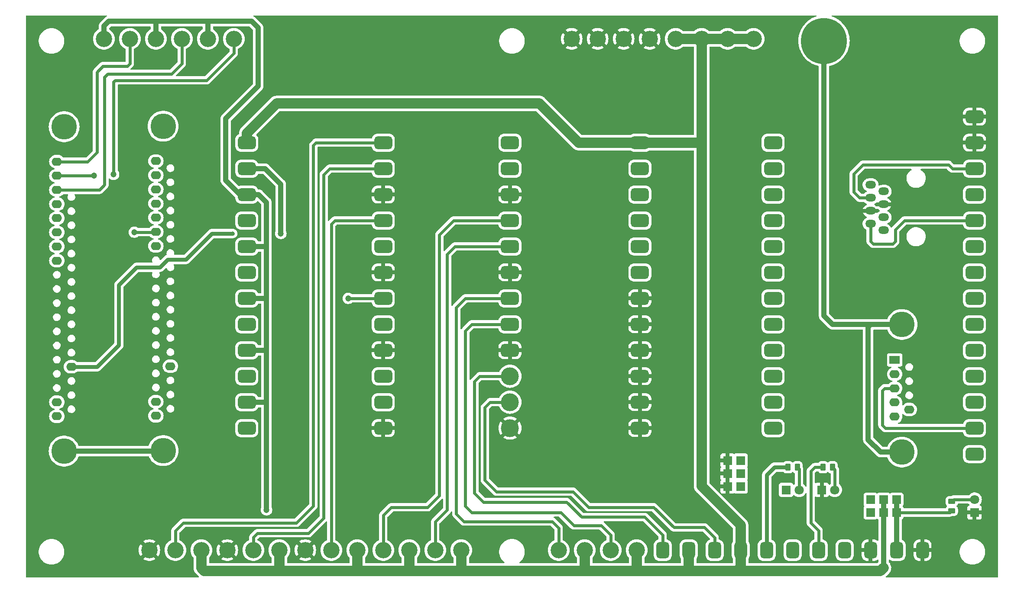
<source format=gbr>
%TF.GenerationSoftware,KiCad,Pcbnew,7.0.1*%
%TF.CreationDate,2023-04-16T18:01:34+03:00*%
%TF.ProjectId,maho-io,6d61686f-2d69-46f2-9e6b-696361645f70,rev?*%
%TF.SameCoordinates,PX44c0190PY8a4fb70*%
%TF.FileFunction,Copper,L1,Top*%
%TF.FilePolarity,Positive*%
%FSLAX46Y46*%
G04 Gerber Fmt 4.6, Leading zero omitted, Abs format (unit mm)*
G04 Created by KiCad (PCBNEW 7.0.1) date 2023-04-16 18:01:34*
%MOMM*%
%LPD*%
G01*
G04 APERTURE LIST*
G04 Aperture macros list*
%AMRoundRect*
0 Rectangle with rounded corners*
0 $1 Rounding radius*
0 $2 $3 $4 $5 $6 $7 $8 $9 X,Y pos of 4 corners*
0 Add a 4 corners polygon primitive as box body*
4,1,4,$2,$3,$4,$5,$6,$7,$8,$9,$2,$3,0*
0 Add four circle primitives for the rounded corners*
1,1,$1+$1,$2,$3*
1,1,$1+$1,$4,$5*
1,1,$1+$1,$6,$7*
1,1,$1+$1,$8,$9*
0 Add four rect primitives between the rounded corners*
20,1,$1+$1,$2,$3,$4,$5,0*
20,1,$1+$1,$4,$5,$6,$7,0*
20,1,$1+$1,$6,$7,$8,$9,0*
20,1,$1+$1,$8,$9,$2,$3,0*%
G04 Aperture macros list end*
%TA.AperFunction,ComponentPad*%
%ADD10RoundRect,0.625000X-1.125000X0.625000X-1.125000X-0.625000X1.125000X-0.625000X1.125000X0.625000X0*%
%TD*%
%TA.AperFunction,ComponentPad*%
%ADD11C,3.200000*%
%TD*%
%TA.AperFunction,ComponentPad*%
%ADD12C,5.000000*%
%TD*%
%TA.AperFunction,ComponentPad*%
%ADD13R,2.000000X1.600000*%
%TD*%
%TA.AperFunction,ComponentPad*%
%ADD14O,2.000000X1.600000*%
%TD*%
%TA.AperFunction,ComponentPad*%
%ADD15R,1.700000X1.700000*%
%TD*%
%TA.AperFunction,ComponentPad*%
%ADD16R,1.800000X1.800000*%
%TD*%
%TA.AperFunction,ComponentPad*%
%ADD17C,1.800000*%
%TD*%
%TA.AperFunction,ComponentPad*%
%ADD18RoundRect,0.625000X-0.625000X0.975000X-0.625000X-0.975000X0.625000X-0.975000X0.625000X0.975000X0*%
%TD*%
%TA.AperFunction,SMDPad,CuDef*%
%ADD19RoundRect,0.250000X0.450000X-0.262500X0.450000X0.262500X-0.450000X0.262500X-0.450000X-0.262500X0*%
%TD*%
%TA.AperFunction,SMDPad,CuDef*%
%ADD20RoundRect,0.250000X-0.262500X-0.450000X0.262500X-0.450000X0.262500X0.450000X-0.262500X0.450000X0*%
%TD*%
%TA.AperFunction,ComponentPad*%
%ADD21C,3.500000*%
%TD*%
%TA.AperFunction,ComponentPad*%
%ADD22O,2.100000X1.500000*%
%TD*%
%TA.AperFunction,ComponentPad*%
%ADD23C,9.000000*%
%TD*%
%TA.AperFunction,ViaPad*%
%ADD24C,1.200000*%
%TD*%
%TA.AperFunction,ViaPad*%
%ADD25C,0.800000*%
%TD*%
%TA.AperFunction,Conductor*%
%ADD26C,0.600000*%
%TD*%
%TA.AperFunction,Conductor*%
%ADD27C,1.000000*%
%TD*%
%TA.AperFunction,Conductor*%
%ADD28C,2.000000*%
%TD*%
%TA.AperFunction,Conductor*%
%ADD29C,0.800000*%
%TD*%
G04 APERTURE END LIST*
D10*
%TO.P,OUT3,1*%
%TO.N,/200_NORMAL*%
X43180000Y64770000D03*
%TO.P,OUT3,2*%
%TO.N,/SPINDLE_CCW*%
X43180000Y59690000D03*
%TD*%
D11*
%TO.P,OUTX3,2*%
%TO.N,/200_NORMAL*%
X35560000Y105410000D03*
%TO.P,OUTX3,1*%
%TO.N,/19X6_HANDWHEEL_Z*%
X40640000Y105410000D03*
%TD*%
%TO.P,OUTX2,1*%
%TO.N,/19X6_HANDWHEEL_Y*%
X30480000Y105410000D03*
%TO.P,OUTX2,2*%
%TO.N,/200_NORMAL*%
X25400000Y105410000D03*
%TD*%
%TO.P,OUTX1,1*%
%TO.N,/19X6_HANDWHEEL_X*%
X20320000Y105410000D03*
%TO.P,OUTX1,2*%
%TO.N,/200_NORMAL*%
X15240000Y105410000D03*
%TD*%
%TO.P,IX4,1*%
%TO.N,/EXT_ESTOP*%
X69850000Y5330000D03*
%TO.P,IX4,2*%
%TO.N,VDC*%
X74930000Y5330000D03*
%TD*%
%TO.P,IX7,1*%
%TO.N,/IN13*%
X114300000Y5330000D03*
%TO.P,IX7,2*%
%TO.N,VDC*%
X119380000Y5330000D03*
%TD*%
D10*
%TO.P,GA1,1*%
%TO.N,GNDA*%
X146050000Y54610000D03*
%TO.P,GA1,2*%
X146050000Y49530000D03*
%TD*%
%TO.P,GA3,1*%
%TO.N,GNDA*%
X146050000Y34290000D03*
%TO.P,GA3,2*%
X146050000Y29210000D03*
%TD*%
D12*
%TO.P,A1,0,PAD*%
%TO.N,Earth*%
X171229669Y24510000D03*
X171229669Y49510000D03*
D13*
%TO.P,A1,1,1*%
%TO.N,/E101*%
X169809669Y42550000D03*
D14*
%TO.P,A1,2,2*%
%TO.N,/E102*%
X169809669Y39780000D03*
%TO.P,A1,3,3*%
%TO.N,/E201*%
X169809669Y37010000D03*
%TO.P,A1,4,4*%
%TO.N,/E202*%
X169809669Y34240000D03*
%TO.P,A1,5,5*%
%TO.N,/E301*%
X169809669Y31470000D03*
%TO.P,A1,9,9*%
%TO.N,/E302*%
X172649669Y32855000D03*
%TD*%
D15*
%TO.P,JP1,6,Pin_6*%
%TO.N,/204_24V{slash}a*%
X165085000Y15220000D03*
%TO.P,JP1,5,Pin_5*%
X165085000Y12680000D03*
%TO.P,JP1,4,Pin_4*%
%TO.N,VDC*%
X167625000Y15220000D03*
%TO.P,JP1,3,Pin_3*%
X167625000Y12680000D03*
%TO.P,JP1,2,Pin_2*%
%TO.N,/EXT_PWR*%
X170165000Y15220000D03*
%TO.P,JP1,1,Pin_1*%
X170165000Y12680000D03*
%TD*%
D10*
%TO.P,S2,1*%
%TO.N,/E301*%
X185420000Y39370000D03*
%TO.P,S2,2*%
%TO.N,/E302*%
X185420000Y34290000D03*
%TD*%
%TO.P,G1,1*%
%TO.N,GND*%
X120015000Y54610000D03*
%TO.P,G1,2*%
X120015000Y49530000D03*
%TD*%
%TO.P,OUT6,1*%
%TO.N,/200_NORMAL*%
X43180000Y34290000D03*
%TO.P,OUT6,2*%
%TO.N,/CENTRAL_LUBRICATION*%
X43180000Y29210000D03*
%TD*%
%TO.P,IN3,1*%
%TO.N,/19X7_HANDWHEEL_Y*%
X69850000Y54610000D03*
%TO.P,IN3,2*%
%TO.N,/19X7_HANDWHEEL_Z*%
X69850000Y49530000D03*
%TO.P,IN3,3*%
%TO.N,GND*%
X69850000Y44450000D03*
%TD*%
D16*
%TO.P,D1,1,K*%
%TO.N,GND*%
X185420000Y12700000D03*
D17*
%TO.P,D1,2,A*%
%TO.N,Net-(D1-A)*%
X185420000Y15240000D03*
%TD*%
D10*
%TO.P,IN4,1*%
%TO.N,/19X7_200_HIGH*%
X69850000Y39370000D03*
%TO.P,IN4,2*%
%TO.N,/19X7_MAIN_DRIVE_OFF*%
X69850000Y34290000D03*
%TO.P,IN4,3*%
%TO.N,GND*%
X69850000Y29210000D03*
%TD*%
%TO.P,VA1,1*%
%TO.N,/202_24V*%
X146050000Y85090000D03*
%TO.P,VA1,2*%
X146050000Y80010000D03*
%TD*%
%TO.P,OUT5,1*%
%TO.N,/200_NORMAL*%
X43180000Y44450000D03*
%TO.P,OUT5,2*%
%TO.N,/TOOL_RELEASE*%
X43180000Y39370000D03*
%TD*%
%TO.P,SS1,1*%
%TO.N,GND*%
X185420000Y90170000D03*
%TO.P,SS1,2*%
X185420000Y85090000D03*
%TO.P,SS1,3*%
%TO.N,/SS_RX+*%
X185420000Y80010000D03*
%TO.P,SS1,4*%
%TO.N,/SS_RX-*%
X185420000Y74930000D03*
%TD*%
D18*
%TO.P,IX8,1*%
%TO.N,/IN14*%
X124460000Y5330000D03*
%TO.P,IX8,2*%
%TO.N,VDC*%
X129540000Y5330000D03*
%TD*%
D19*
%TO.P,R1,1*%
%TO.N,/EXT_PWR*%
X180975000Y13057500D03*
%TO.P,R1,2*%
%TO.N,Net-(D1-A)*%
X180975000Y14882500D03*
%TD*%
D10*
%TO.P,V1,1*%
%TO.N,VDC*%
X120015000Y85090000D03*
%TO.P,V1,2*%
X120015000Y80010000D03*
%TD*%
D11*
%TO.P,IX5,1*%
%TO.N,/PON_SWITCH*%
X80010000Y5330000D03*
%TO.P,IX5,2*%
%TO.N,VDC*%
X85090000Y5330000D03*
%TD*%
D16*
%TO.P,D3,1,K*%
%TO.N,GNDA*%
X148590000Y17125000D03*
D17*
%TO.P,D3,2,A*%
%TO.N,Net-(D3-A)*%
X151130000Y17125000D03*
%TD*%
D10*
%TO.P,G3,1*%
%TO.N,GND*%
X120015000Y34290000D03*
%TO.P,G3,2*%
X120015000Y29210000D03*
%TD*%
D11*
%TO.P,IX6,1*%
%TO.N,/IN12*%
X104140000Y5330000D03*
%TO.P,IX6,2*%
%TO.N,VDC*%
X109220000Y5330000D03*
%TD*%
D20*
%TO.P,R3,1*%
%TO.N,/202_24V*%
X148947500Y21570000D03*
%TO.P,R3,2*%
%TO.N,Net-(D3-A)*%
X150772500Y21570000D03*
%TD*%
D10*
%TO.P,OUT2,1*%
%TO.N,/200_NORMAL*%
X43180000Y74930000D03*
%TO.P,OUT2,2*%
%TO.N,/SPINDLE_CW*%
X43180000Y69850000D03*
%TD*%
%TO.P,S1,1*%
%TO.N,/E101*%
X185420000Y49530000D03*
%TO.P,S1,2*%
%TO.N,/E102*%
X185420000Y44450000D03*
%TD*%
D11*
%TO.P,G4,1*%
%TO.N,GND*%
X111760000Y105410000D03*
%TO.P,G4,2*%
X106680000Y105410000D03*
%TD*%
D10*
%TO.P,OUT1,2*%
%TO.N,/{slash}ESTOP*%
X43180000Y80010000D03*
%TO.P,OUT1,1*%
%TO.N,VDC*%
X43180000Y85090000D03*
%TD*%
D16*
%TO.P,JP2,6,Pin_6*%
%TO.N,GNDA*%
X139700000Y22860000D03*
%TO.P,JP2,5,Pin_5*%
%TO.N,GND*%
X137160000Y22860000D03*
%TO.P,JP2,4,Pin_4*%
%TO.N,GNDA*%
X139700000Y20320000D03*
%TO.P,JP2,3,Pin_3*%
%TO.N,GND*%
X137160000Y20320000D03*
%TO.P,JP2,2,Pin_2*%
%TO.N,GNDA*%
X139700000Y17780000D03*
%TO.P,JP2,1,Pin_1*%
%TO.N,GND*%
X137160000Y17780000D03*
%TD*%
D10*
%TO.P,V3,1*%
%TO.N,VDC*%
X120015000Y64770000D03*
%TO.P,V3,2*%
X120015000Y59690000D03*
%TD*%
D11*
%TO.P,G5,1*%
%TO.N,GND*%
X121920000Y105410000D03*
%TO.P,G5,2*%
X116840000Y105410000D03*
%TD*%
D12*
%TO.P,DBO1,0,PAD*%
%TO.N,Earth*%
X7470000Y24705000D03*
X7470000Y88205000D03*
D14*
%TO.P,DBO1,1,1*%
%TO.N,/19X6_HANDWHEEL_X*%
X6050000Y81385000D03*
%TO.P,DBO1,2,2*%
%TO.N,/19X6_HANDWHEEL_Z*%
X6050000Y78615000D03*
%TO.P,DBO1,3,3*%
%TO.N,/19X6_HANDWHEEL_Y*%
X6050000Y75845000D03*
%TO.P,DBO1,4,4*%
%TO.N,/SPINDLE_CW*%
X6050000Y73075000D03*
%TO.P,DBO1,5,5*%
%TO.N,/SPINDLE_CCW*%
X6050000Y70305000D03*
%TO.P,DBO1,6,6*%
%TO.N,/COOLANT_PUMP*%
X6050000Y67535000D03*
%TO.P,DBO1,7,7*%
%TO.N,/TOOL_RELEASE*%
X6050000Y64765000D03*
%TO.P,DBO1,8,8*%
%TO.N,/CENTRAL_LUBRICATION*%
X6050000Y61995000D03*
%TO.P,DBO1,18,18*%
%TO.N,unconnected-(DBO1-Pad18)*%
X6050000Y34295000D03*
%TO.P,DBO1,19,19*%
%TO.N,unconnected-(DBO1-Pad19)*%
X6050000Y31525000D03*
%TO.P,DBO1,34,34*%
%TO.N,/{slash}ESTOP*%
X8890000Y41220000D03*
%TD*%
D10*
%TO.P,IN1,1*%
%TO.N,/LIMIT_X*%
X69850000Y85090000D03*
%TO.P,IN1,2*%
%TO.N,/LIMIT_\u03A5*%
X69850000Y80010000D03*
%TO.P,IN1,3*%
%TO.N,GND*%
X69850000Y74930000D03*
%TD*%
D11*
%TO.P,IX1,1*%
%TO.N,GND*%
X24130000Y5330000D03*
%TO.P,IX1,2*%
%TO.N,/LIMIT_X*%
X29210000Y5330000D03*
%TO.P,IX1,3*%
%TO.N,VDC*%
X34290000Y5330000D03*
%TD*%
D10*
%TO.P,IN7,1*%
%TO.N,/IN12*%
X94615000Y54610000D03*
%TO.P,IN7,2*%
%TO.N,/IN13*%
X94615000Y49530000D03*
%TO.P,IN7,3*%
%TO.N,GND*%
X94615000Y44450000D03*
%TD*%
D21*
%TO.P,IN8,1*%
%TO.N,/IN14*%
X94615000Y39370000D03*
%TO.P,IN8,2*%
%TO.N,/IN15*%
X94615000Y34290000D03*
%TO.P,IN8,3*%
%TO.N,GND*%
X94615000Y29210000D03*
%TD*%
D14*
%TO.P,DBI1,*%
%TO.N,*%
X25400000Y31625000D03*
X25400000Y34395000D03*
D12*
%TO.P,DBI1,0,PAD*%
%TO.N,Earth*%
X26820000Y24805000D03*
X26820000Y88305000D03*
D14*
%TO.P,DBI1,1,1*%
%TO.N,/19X7_HANDWHEEL_X*%
X25400000Y81485000D03*
%TO.P,DBI1,2,2*%
%TO.N,/19X7_HANDWHEEL_Z*%
X25400000Y78715000D03*
%TO.P,DBI1,3,3*%
%TO.N,/19X7_HANDWHEEL_Y*%
X25400000Y75945000D03*
%TO.P,DBI1,4,4*%
%TO.N,/19X7_200_HIGH*%
X25400000Y73175000D03*
%TO.P,DBI1,5,5*%
%TO.N,/19X7_MAIN_DRIVE_OFF*%
X25400000Y70405000D03*
%TO.P,DBI1,6,6*%
%TO.N,/19X7_NOT_SPINDLE_FEED*%
X25400000Y67635000D03*
%TO.P,DBI1,7,7*%
%TO.N,/19X7_LUBRICANT*%
X25400000Y64865000D03*
%TO.P,DBI1,34,34*%
%TO.N,unconnected-(DBI1-Pad34)*%
X28240000Y41320000D03*
%TD*%
D10*
%TO.P,S3,1*%
%TO.N,/E201*%
X185420000Y29210000D03*
%TO.P,S3,2*%
%TO.N,/E202*%
X185420000Y24130000D03*
%TD*%
%TO.P,VA3,1*%
%TO.N,/202_24V*%
X146050000Y64770000D03*
%TO.P,VA3,2*%
X146050000Y59690000D03*
%TD*%
D18*
%TO.P,U1,1*%
%TO.N,/EXT_PWR*%
X170180000Y5330000D03*
%TO.P,U1,2*%
%TO.N,GND*%
X175260000Y5330000D03*
%TD*%
D10*
%TO.P,SS2,1*%
%TO.N,/SS_TX+*%
X185420000Y69850000D03*
%TO.P,SS2,2*%
%TO.N,/SS_TX-*%
X185420000Y64770000D03*
%TO.P,SS2,3*%
%TO.N,/SS_5VP*%
X185420000Y59690000D03*
%TO.P,SS2,4*%
X185420000Y54610000D03*
%TD*%
D11*
%TO.P,V5,1*%
%TO.N,VDC*%
X142240000Y105410000D03*
%TO.P,V5,2*%
X137160000Y105410000D03*
%TD*%
D18*
%TO.P,U2,1*%
%TO.N,/204_24V{slash}a*%
X154940000Y5330000D03*
%TO.P,U2,2*%
%TO.N,/200_NORMAL*%
X160020000Y5330000D03*
%TO.P,U2,3*%
%TO.N,GND*%
X165100000Y5330000D03*
%TD*%
D16*
%TO.P,D2,1,K*%
%TO.N,GND*%
X155575000Y17125000D03*
D17*
%TO.P,D2,2,A*%
%TO.N,Net-(D2-A)*%
X158115000Y17125000D03*
%TD*%
D10*
%TO.P,IN2,1*%
%TO.N,/LIMIT_\u0396*%
X69850000Y69850000D03*
%TO.P,IN2,2*%
%TO.N,/19X7_HANDWHEEL_X*%
X69850000Y64770000D03*
%TO.P,IN2,3*%
%TO.N,GND*%
X69850000Y59690000D03*
%TD*%
D18*
%TO.P,U3,1*%
%TO.N,/202_24V*%
X144780000Y5330000D03*
%TO.P,U3,2*%
%TO.N,GNDA*%
X149860000Y5330000D03*
%TD*%
D10*
%TO.P,G2,1*%
%TO.N,GND*%
X120015000Y44450000D03*
%TO.P,G2,2*%
X120015000Y39370000D03*
%TD*%
%TO.P,VA2,1*%
%TO.N,/202_24V*%
X146050000Y74930000D03*
%TO.P,VA2,2*%
X146050000Y69850000D03*
%TD*%
%TO.P,OUT4,1*%
%TO.N,/200_NORMAL*%
X43180000Y54610000D03*
%TO.P,OUT4,2*%
%TO.N,/COOLANT_PUMP*%
X43180000Y49530000D03*
%TD*%
%TO.P,V2,1*%
%TO.N,VDC*%
X120015000Y74930000D03*
%TO.P,V2,2*%
X120015000Y69850000D03*
%TD*%
D11*
%TO.P,IX3,1*%
%TO.N,GND*%
X54610000Y5330000D03*
%TO.P,IX3,2*%
%TO.N,/LIMIT_\u0396*%
X59690000Y5330000D03*
%TO.P,IX3,3*%
%TO.N,VDC*%
X64770000Y5330000D03*
%TD*%
%TO.P,V4,1*%
%TO.N,VDC*%
X132080000Y105410000D03*
%TO.P,V4,2*%
X127000000Y105410000D03*
%TD*%
D22*
%TO.P,RJ1,1*%
%TO.N,/SS_TX-*%
X167640000Y67945000D03*
%TO.P,RJ1,2*%
%TO.N,/SS_TX+*%
X165100000Y69215000D03*
%TO.P,RJ1,3*%
%TO.N,/SS_RX-*%
X167640000Y70485000D03*
%TO.P,RJ1,4*%
%TO.N,GND*%
X165100000Y71755000D03*
%TO.P,RJ1,5*%
X167640000Y73025000D03*
%TO.P,RJ1,6*%
%TO.N,/SS_RX+*%
X165100000Y74295000D03*
%TO.P,RJ1,7*%
%TO.N,/SS_5VP*%
X167640000Y75565000D03*
%TO.P,RJ1,8*%
X165100000Y76835000D03*
%TD*%
D23*
%TO.P,E1,1,Pin_1*%
%TO.N,Earth*%
X156000000Y105000000D03*
%TD*%
D18*
%TO.P,IX9,1*%
%TO.N,/IN15*%
X134620000Y5330000D03*
%TO.P,IX9,2*%
%TO.N,VDC*%
X139700000Y5330000D03*
%TD*%
D11*
%TO.P,IX2,1*%
%TO.N,GND*%
X39370000Y5330000D03*
%TO.P,IX2,2*%
%TO.N,/LIMIT_\u03A5*%
X44450000Y5330000D03*
%TO.P,IX2,3*%
%TO.N,VDC*%
X49530000Y5330000D03*
%TD*%
D10*
%TO.P,GA2,1*%
%TO.N,GNDA*%
X146050000Y44450000D03*
%TO.P,GA2,2*%
X146050000Y39370000D03*
%TD*%
%TO.P,IN5,1*%
%TO.N,/19X7_NOT_SPINDLE_FEED*%
X94615000Y85090000D03*
%TO.P,IN5,2*%
%TO.N,/19X7_LUBRICANT*%
X94615000Y80010000D03*
%TO.P,IN5,3*%
%TO.N,GND*%
X94615000Y74930000D03*
%TD*%
D20*
%TO.P,R2,1*%
%TO.N,/204_24V{slash}a*%
X155812500Y21570000D03*
%TO.P,R2,2*%
%TO.N,Net-(D2-A)*%
X157637500Y21570000D03*
%TD*%
D10*
%TO.P,IN6,1*%
%TO.N,/EXT_ESTOP*%
X94615000Y69850000D03*
%TO.P,IN6,2*%
%TO.N,/PON_SWITCH*%
X94615000Y64770000D03*
%TO.P,IN6,3*%
%TO.N,GND*%
X94615000Y59690000D03*
%TD*%
D24*
%TO.N,/200_NORMAL*%
X47036000Y13204000D03*
D25*
%TO.N,/{slash}ESTOP*%
X40432000Y67306000D03*
D24*
X49830000Y67306000D03*
%TO.N,/19X6_HANDWHEEL_Z*%
X13337000Y78615000D03*
X17145000Y78867000D03*
%TO.N,/19X7_HANDWHEEL_Y*%
X62992000Y54610000D03*
%TO.N,/19X7_NOT_SPINDLE_FEED*%
X21209000Y67564000D03*
%TD*%
D26*
%TO.N,/IN15*%
X89708000Y33270000D02*
X90728000Y34290000D01*
X89708000Y19046000D02*
X89708000Y33270000D01*
X91994000Y16760000D02*
X89708000Y19046000D01*
X110028000Y13712000D02*
X106980000Y16760000D01*
X90728000Y34290000D02*
X94615000Y34290000D01*
X126665000Y9775000D02*
X122728000Y13712000D01*
X132634000Y9775000D02*
X126665000Y9775000D01*
X122728000Y13712000D02*
X110028000Y13712000D01*
X134620000Y7789000D02*
X132634000Y9775000D01*
X134620000Y5330000D02*
X134620000Y7789000D01*
X106980000Y16760000D02*
X91994000Y16760000D01*
%TO.N,/IN14*%
X88696000Y39370000D02*
X94615000Y39370000D01*
X87676000Y38350000D02*
X88696000Y39370000D01*
X89454000Y14728000D02*
X87676000Y16506000D01*
X108631000Y11807000D02*
X105710000Y14728000D01*
X120950000Y11807000D02*
X108631000Y11807000D01*
X105710000Y14728000D02*
X89454000Y14728000D01*
X87676000Y16506000D02*
X87676000Y38350000D01*
X124460000Y8297000D02*
X120950000Y11807000D01*
X124460000Y5330000D02*
X124460000Y8297000D01*
%TO.N,/IN13*%
X87172000Y49530000D02*
X94615000Y49530000D01*
X85898000Y13966000D02*
X85898000Y48256000D01*
X87168000Y12696000D02*
X85898000Y13966000D01*
X104567000Y12696000D02*
X87168000Y12696000D01*
X114300000Y8297000D02*
X112441000Y10156000D01*
X107107000Y10156000D02*
X104567000Y12696000D01*
X114300000Y5330000D02*
X114300000Y8297000D01*
X112441000Y10156000D02*
X107107000Y10156000D01*
X85898000Y48256000D02*
X87172000Y49530000D01*
D27*
%TO.N,/200_NORMAL*%
X25400000Y108535000D02*
X25700000Y108835000D01*
X25400000Y105410000D02*
X25400000Y108535000D01*
X25700000Y108835000D02*
X35860000Y108835000D01*
X16175000Y108835000D02*
X25700000Y108835000D01*
X35560000Y108535000D02*
X35860000Y108835000D01*
X35560000Y105410000D02*
X35560000Y108535000D01*
X35860000Y108835000D02*
X44115000Y108835000D01*
X43180000Y74930000D02*
X41825000Y74930000D01*
X41825000Y74930000D02*
X39035000Y77720000D01*
X39035000Y89785000D02*
X39035000Y77720000D01*
X45385000Y96135000D02*
X39035000Y89785000D01*
X45385000Y107565000D02*
X45385000Y96135000D01*
X44115000Y108835000D02*
X45385000Y107565000D01*
X15240000Y107900000D02*
X16175000Y108835000D01*
X15240000Y105410000D02*
X15240000Y107900000D01*
D28*
%TO.N,VDC*%
X43180000Y86945000D02*
X43180000Y85090000D01*
X100376000Y92760800D02*
X48995800Y92760800D01*
X48995800Y92760800D02*
X43180000Y86945000D01*
X108046800Y85090000D02*
X100376000Y92760800D01*
X120015000Y85090000D02*
X108046800Y85090000D01*
X132076000Y85090000D02*
X132080000Y85086000D01*
X120015000Y85090000D02*
X132076000Y85090000D01*
X132080000Y85086000D02*
X132080000Y105410000D01*
X132080000Y17822000D02*
X132080000Y85086000D01*
X139700000Y5330000D02*
X139700000Y10202000D01*
X139700000Y10202000D02*
X132080000Y17822000D01*
D26*
%TO.N,/19X6_HANDWHEEL_Z*%
X17445000Y97282000D02*
X35306000Y97282000D01*
X17145000Y78867000D02*
X17145000Y96982000D01*
%TO.N,/LIMIT_\u03A5*%
X45258000Y8632000D02*
X55232000Y8632000D01*
X44450000Y7824000D02*
X45258000Y8632000D01*
X44450000Y5330000D02*
X44450000Y7824000D01*
X58200000Y11600000D02*
X55232000Y8632000D01*
X58200000Y78810000D02*
X58200000Y11600000D01*
X59400000Y80010000D02*
X58200000Y78810000D01*
X69850000Y80010000D02*
X59400000Y80010000D01*
%TO.N,/LIMIT_X*%
X29210000Y9094000D02*
X29210000Y5330000D01*
X30780000Y10664000D02*
X29210000Y9094000D01*
X52878000Y10664000D02*
X30780000Y10664000D01*
X56180000Y84578000D02*
X56180000Y13966000D01*
X56180000Y13966000D02*
X52878000Y10664000D01*
X56692000Y85090000D02*
X56180000Y84578000D01*
X69850000Y85090000D02*
X56692000Y85090000D01*
D27*
%TO.N,/200_NORMAL*%
X47036000Y13204000D02*
X47036000Y34286000D01*
D26*
%TO.N,/IN12*%
X84120000Y12442000D02*
X85640000Y10922000D01*
X84120000Y52828000D02*
X84120000Y12442000D01*
X102870000Y10922000D02*
X104140000Y9652000D01*
X85898000Y54606000D02*
X84120000Y52828000D01*
X94611000Y54606000D02*
X85898000Y54606000D01*
X85640000Y10922000D02*
X102870000Y10922000D01*
X94615000Y54610000D02*
X94611000Y54606000D01*
X104140000Y9652000D02*
X104140000Y5330000D01*
%TO.N,/PON_SWITCH*%
X83870000Y64770000D02*
X82342000Y63242000D01*
X94615000Y64770000D02*
X83870000Y64770000D01*
X82342000Y13204000D02*
X82342000Y63242000D01*
X80010000Y10872000D02*
X82342000Y13204000D01*
X80010000Y5330000D02*
X80010000Y10872000D01*
%TO.N,/EXT_ESTOP*%
X83616000Y69850000D02*
X94615000Y69850000D01*
X71420000Y13712000D02*
X78532000Y13712000D01*
X80818000Y15998000D02*
X80818000Y67052000D01*
X69850000Y12142000D02*
X71420000Y13712000D01*
X78532000Y13712000D02*
X80818000Y15998000D01*
X80818000Y67052000D02*
X83616000Y69850000D01*
X69850000Y5330000D02*
X69850000Y12142000D01*
D27*
%TO.N,/200_NORMAL*%
X47036000Y34286000D02*
X47032000Y34290000D01*
D26*
%TO.N,/19X6_HANDWHEEL_X*%
X19812000Y100076000D02*
X20320000Y100584000D01*
X20320000Y100584000D02*
X20320000Y105410000D01*
X15036000Y100076000D02*
X19812000Y100076000D01*
X13864000Y98904000D02*
X15036000Y100076000D01*
X12043000Y81385000D02*
X13864000Y83206000D01*
X13864000Y83206000D02*
X13864000Y98904000D01*
X6050000Y81385000D02*
X12043000Y81385000D01*
%TO.N,/19X6_HANDWHEEL_Z*%
X17145000Y96982000D02*
X17445000Y97282000D01*
D27*
%TO.N,Earth*%
X165146000Y49510000D02*
X171229669Y49510000D01*
X164638000Y49002000D02*
X165146000Y49510000D01*
X164638000Y26920000D02*
X164638000Y49002000D01*
X167048000Y24510000D02*
X164638000Y26920000D01*
X171229669Y24510000D02*
X167048000Y24510000D01*
D29*
%TO.N,/{slash}ESTOP*%
X13915000Y41220000D02*
X8890000Y41220000D01*
X18161000Y57227000D02*
X18161000Y45466000D01*
X27732000Y62226000D02*
X26208000Y60702000D01*
X31288000Y62226000D02*
X27732000Y62226000D01*
X18161000Y45466000D02*
X13915000Y41220000D01*
X36368000Y67306000D02*
X31288000Y62226000D01*
X21636000Y60702000D02*
X18161000Y57227000D01*
X40432000Y67306000D02*
X36368000Y67306000D01*
X26208000Y60702000D02*
X21636000Y60702000D01*
D27*
X49830000Y76958000D02*
X49830000Y67306000D01*
X47798000Y78990000D02*
X49830000Y76958000D01*
X46778000Y80010000D02*
X47798000Y78990000D01*
X43180000Y80010000D02*
X46778000Y80010000D01*
%TO.N,/200_NORMAL*%
X43180000Y34290000D02*
X47032000Y34290000D01*
X47036000Y34286000D02*
X47036000Y44446000D01*
X47032000Y44450000D02*
X47036000Y44446000D01*
X43180000Y44450000D02*
X47032000Y44450000D01*
X47036000Y44446000D02*
X47036000Y54606000D01*
X43180000Y54610000D02*
X47032000Y54610000D01*
X47036000Y54606000D02*
X47036000Y64766000D01*
X47032000Y54610000D02*
X47036000Y54606000D01*
X47032000Y64770000D02*
X47036000Y64766000D01*
X43180000Y64770000D02*
X47032000Y64770000D01*
X47036000Y64766000D02*
X47036000Y73148000D01*
X45512000Y74926000D02*
X47036000Y73402000D01*
X47036000Y73402000D02*
X47036000Y73148000D01*
X43184000Y74926000D02*
X45512000Y74926000D01*
X43180000Y74930000D02*
X43184000Y74926000D01*
D26*
%TO.N,/19X7_NOT_SPINDLE_FEED*%
X25329000Y67564000D02*
X25400000Y67635000D01*
X21209000Y67564000D02*
X25329000Y67564000D01*
D27*
%TO.N,Earth*%
X26720000Y24705000D02*
X26820000Y24805000D01*
X7470000Y24705000D02*
X26720000Y24705000D01*
D26*
%TO.N,/19X6_HANDWHEEL_Z*%
X40640000Y102616000D02*
X40640000Y105410000D01*
X35306000Y97282000D02*
X40640000Y102616000D01*
%TO.N,/19X6_HANDWHEEL_Y*%
X30480000Y100584000D02*
X30480000Y105410000D01*
X14377000Y75845000D02*
X15367000Y76835000D01*
X15367000Y97917000D02*
X16002000Y98552000D01*
X16002000Y98552000D02*
X28448000Y98552000D01*
X28448000Y98552000D02*
X30480000Y100584000D01*
X6050000Y75845000D02*
X14377000Y75845000D01*
X15367000Y76835000D02*
X15367000Y97917000D01*
D28*
%TO.N,VDC*%
X132080000Y105410000D02*
X127000000Y105410000D01*
X137160000Y105410000D02*
X132080000Y105410000D01*
X142240000Y105410000D02*
X137160000Y105410000D01*
D26*
%TO.N,/19X6_HANDWHEEL_Z*%
X13337000Y78615000D02*
X6050000Y78615000D01*
D27*
%TO.N,Earth*%
X171229669Y49510000D02*
X157690000Y49510000D01*
X157690000Y49510000D02*
X156000000Y51200000D01*
X156000000Y51200000D02*
X156000000Y105000000D01*
D26*
%TO.N,/E201*%
X167810000Y37010000D02*
X167400000Y36600000D01*
X169809669Y37010000D02*
X167810000Y37010000D01*
X167400000Y36600000D02*
X167400000Y29810000D01*
X167400000Y29810000D02*
X168000000Y29210000D01*
X185420000Y29210000D02*
X168000000Y29210000D01*
%TO.N,/SS_TX+*%
X165608000Y65278000D02*
X169418000Y65278000D01*
X169418000Y65278000D02*
X169926000Y65786000D01*
X171704000Y69850000D02*
X185420000Y69850000D01*
X169926000Y65786000D02*
X169926000Y68072000D01*
X165100000Y65786000D02*
X165608000Y65278000D01*
X165100000Y69215000D02*
X165100000Y65786000D01*
X169926000Y68072000D02*
X171704000Y69850000D01*
%TO.N,Net-(D1-A)*%
X185420000Y15240000D02*
X181332500Y15240000D01*
X181332500Y15240000D02*
X180975000Y14882500D01*
%TO.N,Net-(D2-A)*%
X158115000Y17125000D02*
X158115000Y21092500D01*
X158115000Y21092500D02*
X157637500Y21570000D01*
%TO.N,Net-(D3-A)*%
X151130000Y21212500D02*
X150772500Y21570000D01*
X151130000Y17125000D02*
X151130000Y21212500D01*
%TO.N,/19X7_HANDWHEEL_Y*%
X62992000Y54610000D02*
X69850000Y54610000D01*
%TO.N,/LIMIT_\u0396*%
X59690000Y5330000D02*
X59690000Y69140000D01*
X59690000Y69140000D02*
X60400000Y69850000D01*
X69850000Y69850000D02*
X60400000Y69850000D01*
%TO.N,/EXT_PWR*%
X170180000Y5330000D02*
X170165000Y5345000D01*
X180597500Y12680000D02*
X180975000Y13057500D01*
D27*
X170165000Y12680000D02*
X170165000Y15220000D01*
X170165000Y5345000D02*
X170165000Y12680000D01*
D26*
X170165000Y12680000D02*
X180597500Y12680000D01*
D29*
%TO.N,/202_24V*%
X146284000Y21570000D02*
X148947500Y21570000D01*
X144780000Y20066000D02*
X146284000Y21570000D01*
X144780000Y5330000D02*
X144780000Y20066000D01*
D26*
%TO.N,/204_24V{slash}a*%
X154158000Y21570000D02*
X153416000Y20828000D01*
X155812500Y21570000D02*
X154158000Y21570000D01*
X153416000Y10668000D02*
X154940000Y9144000D01*
X153416000Y20828000D02*
X153416000Y10668000D01*
X154940000Y9144000D02*
X154940000Y5330000D01*
D28*
%TO.N,VDC*%
X64816000Y1266000D02*
X74976000Y1266000D01*
X74930000Y5330000D02*
X74930000Y1312000D01*
D27*
X167625000Y12680000D02*
X167625000Y1886000D01*
D28*
X34844000Y1266000D02*
X49576000Y1266000D01*
X74930000Y1312000D02*
X74976000Y1266000D01*
X49530000Y5330000D02*
X49530000Y1312000D01*
X119380000Y5330000D02*
X119380000Y1312000D01*
X109220000Y5330000D02*
X109220000Y1312000D01*
X85090000Y1312000D02*
X85136000Y1266000D01*
D27*
X167625000Y12680000D02*
X167625000Y15220000D01*
D28*
X109266000Y1266000D02*
X111552000Y1266000D01*
X109220000Y1312000D02*
X109266000Y1266000D01*
X49576000Y1266000D02*
X64816000Y1266000D01*
X167005000Y1266000D02*
X138984000Y1266000D01*
X119426000Y1266000D02*
X129586000Y1266000D01*
X129540000Y1312000D02*
X129586000Y1266000D01*
X138984000Y1266000D02*
X139700000Y1982000D01*
X129540000Y5330000D02*
X129540000Y1312000D01*
X34290000Y1820000D02*
X34844000Y1266000D01*
X129586000Y1266000D02*
X138984000Y1266000D01*
X74976000Y1266000D02*
X84374000Y1266000D01*
X84374000Y1266000D02*
X85136000Y1266000D01*
X34290000Y5330000D02*
X34290000Y1820000D01*
X111552000Y1266000D02*
X119426000Y1266000D01*
X139700000Y1982000D02*
X139700000Y5330000D01*
X49530000Y1312000D02*
X49576000Y1266000D01*
X64770000Y1312000D02*
X64816000Y1266000D01*
X64770000Y5330000D02*
X64770000Y1312000D01*
X119380000Y1312000D02*
X119426000Y1266000D01*
X85090000Y5330000D02*
X85090000Y1312000D01*
X167625000Y1886000D02*
X167005000Y1266000D01*
X85136000Y1266000D02*
X109266000Y1266000D01*
D26*
%TO.N,/SS_RX+*%
X161798000Y78994000D02*
X161798000Y75438000D01*
X185420000Y80010000D02*
X181102000Y80010000D01*
X181102000Y80010000D02*
X180340000Y80772000D01*
X163576000Y80772000D02*
X161798000Y78994000D01*
X161798000Y75438000D02*
X162941000Y74295000D01*
X180340000Y80772000D02*
X163576000Y80772000D01*
X162941000Y74295000D02*
X165100000Y74295000D01*
%TD*%
%TA.AperFunction,Conductor*%
%TO.N,GND*%
G36*
X15781905Y109982479D02*
G01*
X15827393Y109936089D01*
X15843179Y109873065D01*
X15824930Y109810710D01*
X15777656Y109766142D01*
X15611996Y109677596D01*
X15458433Y109551570D01*
X15430707Y109517786D01*
X15422536Y109508772D01*
X14566228Y108652464D01*
X14557214Y108644293D01*
X14523430Y108616567D01*
X14397407Y108463007D01*
X14397405Y108463004D01*
X14330215Y108337299D01*
X14330214Y108337298D01*
X14330212Y108337296D01*
X14303758Y108287805D01*
X14246091Y108097703D01*
X14226620Y107900000D01*
X14230903Y107856512D01*
X14231500Y107844358D01*
X14231500Y107334198D01*
X14215586Y107273425D01*
X14171929Y107228250D01*
X14021225Y107136605D01*
X13797473Y106954568D01*
X13600592Y106743761D01*
X13434246Y106508104D01*
X13301539Y106251989D01*
X13204944Y105980196D01*
X13146258Y105697783D01*
X13126572Y105410001D01*
X13146258Y105122218D01*
X13204944Y104839805D01*
X13301539Y104568012D01*
X13434246Y104311897D01*
X13600592Y104076240D01*
X13779304Y103884887D01*
X13797474Y103865432D01*
X14021228Y103683394D01*
X14267686Y103533519D01*
X14532256Y103418600D01*
X14810011Y103340777D01*
X15095775Y103301500D01*
X15384225Y103301500D01*
X15669989Y103340777D01*
X15947744Y103418600D01*
X16212314Y103533519D01*
X16458772Y103683394D01*
X16682526Y103865432D01*
X16879409Y104076242D01*
X17045753Y104311897D01*
X17178459Y104568008D01*
X17275055Y104839804D01*
X17333742Y105122222D01*
X17353427Y105410000D01*
X17333742Y105697778D01*
X17292716Y105895204D01*
X17275055Y105980196D01*
X17178460Y106251989D01*
X17178459Y106251992D01*
X17109859Y106384383D01*
X17045753Y106508104D01*
X16879407Y106743761D01*
X16682526Y106954568D01*
X16458774Y107136605D01*
X16308071Y107228250D01*
X16264414Y107273425D01*
X16248500Y107334198D01*
X16248500Y107430904D01*
X16257939Y107478357D01*
X16284819Y107518585D01*
X16556415Y107790181D01*
X16596643Y107817061D01*
X16644096Y107826500D01*
X24267500Y107826500D01*
X24329500Y107809887D01*
X24374887Y107764500D01*
X24391500Y107702500D01*
X24391500Y107334198D01*
X24375586Y107273425D01*
X24331929Y107228250D01*
X24181225Y107136605D01*
X23957473Y106954568D01*
X23760592Y106743761D01*
X23594246Y106508104D01*
X23461539Y106251989D01*
X23364944Y105980196D01*
X23306258Y105697783D01*
X23286572Y105410001D01*
X23306258Y105122218D01*
X23364944Y104839805D01*
X23461539Y104568012D01*
X23594246Y104311897D01*
X23760592Y104076240D01*
X23939304Y103884887D01*
X23957474Y103865432D01*
X24181228Y103683394D01*
X24427686Y103533519D01*
X24692256Y103418600D01*
X24970011Y103340777D01*
X25255775Y103301500D01*
X25544225Y103301500D01*
X25829989Y103340777D01*
X26107744Y103418600D01*
X26372314Y103533519D01*
X26618772Y103683394D01*
X26842526Y103865432D01*
X27039409Y104076242D01*
X27205753Y104311897D01*
X27338459Y104568008D01*
X27435055Y104839804D01*
X27493742Y105122222D01*
X27513427Y105410000D01*
X27493742Y105697778D01*
X27452716Y105895204D01*
X27435055Y105980196D01*
X27338460Y106251989D01*
X27338459Y106251992D01*
X27269859Y106384383D01*
X27205753Y106508104D01*
X27039407Y106743761D01*
X26842526Y106954568D01*
X26618774Y107136605D01*
X26468071Y107228250D01*
X26424414Y107273425D01*
X26408500Y107334198D01*
X26408500Y107702500D01*
X26425113Y107764500D01*
X26470500Y107809887D01*
X26532500Y107826500D01*
X34427500Y107826500D01*
X34489500Y107809887D01*
X34534887Y107764500D01*
X34551500Y107702500D01*
X34551500Y107334198D01*
X34535586Y107273425D01*
X34491929Y107228250D01*
X34341225Y107136605D01*
X34117473Y106954568D01*
X33920592Y106743761D01*
X33754246Y106508104D01*
X33621539Y106251989D01*
X33524944Y105980196D01*
X33466258Y105697783D01*
X33446572Y105410001D01*
X33466258Y105122218D01*
X33524944Y104839805D01*
X33621539Y104568012D01*
X33754246Y104311897D01*
X33920592Y104076240D01*
X34099304Y103884887D01*
X34117474Y103865432D01*
X34341228Y103683394D01*
X34587686Y103533519D01*
X34852256Y103418600D01*
X35130011Y103340777D01*
X35415775Y103301500D01*
X35704225Y103301500D01*
X35989989Y103340777D01*
X36267744Y103418600D01*
X36532314Y103533519D01*
X36778772Y103683394D01*
X37002526Y103865432D01*
X37199409Y104076242D01*
X37365753Y104311897D01*
X37498459Y104568008D01*
X37595055Y104839804D01*
X37653742Y105122222D01*
X37673427Y105410000D01*
X37653742Y105697778D01*
X37612716Y105895204D01*
X37595055Y105980196D01*
X37498460Y106251989D01*
X37498459Y106251992D01*
X37429859Y106384383D01*
X37365753Y106508104D01*
X37199407Y106743761D01*
X37002526Y106954568D01*
X36778774Y107136605D01*
X36628071Y107228250D01*
X36584414Y107273425D01*
X36568500Y107334198D01*
X36568500Y107702500D01*
X36585113Y107764500D01*
X36630500Y107809887D01*
X36692500Y107826500D01*
X43645904Y107826500D01*
X43693357Y107817061D01*
X43733585Y107790181D01*
X44340181Y107183585D01*
X44367061Y107143357D01*
X44376500Y107095904D01*
X44376500Y96604096D01*
X44367061Y96556643D01*
X44340181Y96516415D01*
X38361228Y90537464D01*
X38352214Y90529293D01*
X38318430Y90501567D01*
X38192404Y90348004D01*
X38134705Y90240055D01*
X38134702Y90240053D01*
X38098759Y90172805D01*
X38041091Y89982703D01*
X38021620Y89785000D01*
X38025903Y89741512D01*
X38026500Y89729358D01*
X38026500Y77775642D01*
X38025903Y77763488D01*
X38023408Y77738150D01*
X38021620Y77720000D01*
X38031190Y77622834D01*
X38041091Y77522298D01*
X38059623Y77461208D01*
X38089958Y77361210D01*
X38093427Y77349775D01*
X38098760Y77332192D01*
X38192404Y77156997D01*
X38318431Y77003433D01*
X38352213Y76975709D01*
X38361230Y76967536D01*
X40885181Y74443585D01*
X40912061Y74403357D01*
X40921500Y74355904D01*
X40921500Y74218458D01*
X40924397Y74169816D01*
X40970410Y73958296D01*
X41003438Y73881170D01*
X41055626Y73759300D01*
X41147035Y73624243D01*
X41176962Y73580026D01*
X41330025Y73426963D01*
X41330028Y73426961D01*
X41330029Y73426960D01*
X41509300Y73305626D01*
X41708295Y73220411D01*
X41919820Y73174397D01*
X41968450Y73171500D01*
X44391542Y73171500D01*
X44391550Y73171500D01*
X44440180Y73174397D01*
X44651705Y73220411D01*
X44850700Y73305626D01*
X45029971Y73426960D01*
X45183040Y73580029D01*
X45199244Y73603972D01*
X45238660Y73641110D01*
X45290147Y73657907D01*
X45343882Y73651158D01*
X45389615Y73622151D01*
X45698645Y73313120D01*
X45991181Y73020584D01*
X46018061Y72980356D01*
X46027500Y72932903D01*
X46027500Y65902500D01*
X46010887Y65840500D01*
X45965500Y65795113D01*
X45903500Y65778500D01*
X45455623Y65778500D01*
X45408625Y65787752D01*
X45368640Y65814126D01*
X45341635Y65853687D01*
X45304374Y65940700D01*
X45183040Y66119971D01*
X45183039Y66119972D01*
X45183037Y66119975D01*
X45029974Y66273038D01*
X45016592Y66282095D01*
X44850700Y66394374D01*
X44770766Y66428604D01*
X44651704Y66479590D01*
X44440184Y66525603D01*
X44423969Y66526569D01*
X44391550Y66528500D01*
X41968450Y66528500D01*
X41938523Y66526718D01*
X41919815Y66525603D01*
X41708295Y66479590D01*
X41516546Y66397477D01*
X41509300Y66394374D01*
X41460257Y66361181D01*
X41330025Y66273038D01*
X41176962Y66119975D01*
X41055625Y65940698D01*
X40970410Y65741705D01*
X40924397Y65530185D01*
X40923628Y65517279D01*
X40921500Y65481550D01*
X40921500Y64058450D01*
X40923431Y64026031D01*
X40924397Y64009816D01*
X40970410Y63798296D01*
X41007966Y63710596D01*
X41055626Y63599300D01*
X41142153Y63471457D01*
X41176962Y63420026D01*
X41330025Y63266963D01*
X41330028Y63266961D01*
X41330029Y63266960D01*
X41509300Y63145626D01*
X41680366Y63072371D01*
X41708295Y63060411D01*
X41879297Y63023212D01*
X41919820Y63014397D01*
X41968450Y63011500D01*
X44391542Y63011500D01*
X44391550Y63011500D01*
X44440180Y63014397D01*
X44651705Y63060411D01*
X44850700Y63145626D01*
X45029971Y63266960D01*
X45183040Y63420029D01*
X45304374Y63599300D01*
X45341635Y63686314D01*
X45368640Y63725874D01*
X45408625Y63752248D01*
X45455623Y63761500D01*
X45903500Y63761500D01*
X45965500Y63744887D01*
X46010887Y63699500D01*
X46027500Y63637500D01*
X46027500Y55742500D01*
X46010887Y55680500D01*
X45965500Y55635113D01*
X45903500Y55618500D01*
X45455623Y55618500D01*
X45408625Y55627752D01*
X45368640Y55654126D01*
X45341635Y55693687D01*
X45304374Y55780700D01*
X45183040Y55959971D01*
X45183039Y55959972D01*
X45183037Y55959975D01*
X45029974Y56113038D01*
X45024827Y56116522D01*
X44850700Y56234374D01*
X44784552Y56262700D01*
X44651704Y56319590D01*
X44440184Y56365603D01*
X44423970Y56366569D01*
X44391550Y56368500D01*
X41968450Y56368500D01*
X41938523Y56366718D01*
X41919815Y56365603D01*
X41708295Y56319590D01*
X41518447Y56238291D01*
X41509300Y56234374D01*
X41449542Y56193930D01*
X41330025Y56113038D01*
X41176962Y55959975D01*
X41120242Y55876170D01*
X41071735Y55804500D01*
X41055625Y55780698D01*
X40970410Y55581705D01*
X40924397Y55370185D01*
X40921500Y55321542D01*
X40921500Y53898458D01*
X40924397Y53849816D01*
X40970410Y53638296D01*
X41006597Y53553793D01*
X41055626Y53439300D01*
X41148220Y53302492D01*
X41176962Y53260026D01*
X41330025Y53106963D01*
X41330028Y53106961D01*
X41330029Y53106960D01*
X41509300Y52985626D01*
X41708295Y52900411D01*
X41919820Y52854397D01*
X41968450Y52851500D01*
X44391542Y52851500D01*
X44391550Y52851500D01*
X44440180Y52854397D01*
X44651705Y52900411D01*
X44850700Y52985626D01*
X45029971Y53106960D01*
X45183040Y53260029D01*
X45304374Y53439300D01*
X45341635Y53526314D01*
X45368640Y53565874D01*
X45408625Y53592248D01*
X45455623Y53601500D01*
X45903500Y53601500D01*
X45965500Y53584887D01*
X46010887Y53539500D01*
X46027500Y53477500D01*
X46027500Y45582500D01*
X46010887Y45520500D01*
X45965500Y45475113D01*
X45903500Y45458500D01*
X45455623Y45458500D01*
X45408625Y45467752D01*
X45368640Y45494126D01*
X45341635Y45533687D01*
X45340003Y45537499D01*
X45304374Y45620700D01*
X45183040Y45799971D01*
X45183039Y45799972D01*
X45183037Y45799975D01*
X45029974Y45953038D01*
X44970147Y45993530D01*
X44850700Y46074374D01*
X44776141Y46106302D01*
X44651704Y46159590D01*
X44440184Y46205603D01*
X44423970Y46206569D01*
X44391550Y46208500D01*
X41968450Y46208500D01*
X41938523Y46206718D01*
X41919815Y46205603D01*
X41708295Y46159590D01*
X41509302Y46074375D01*
X41509300Y46074374D01*
X41473227Y46049959D01*
X41330025Y45953038D01*
X41176962Y45799975D01*
X41055625Y45620698D01*
X40970410Y45421705D01*
X40924397Y45210185D01*
X40921500Y45161542D01*
X40921500Y43738458D01*
X40924397Y43689816D01*
X40970410Y43478296D01*
X41012402Y43380237D01*
X41055626Y43279300D01*
X41161054Y43123530D01*
X41176962Y43100026D01*
X41330025Y42946963D01*
X41330028Y42946961D01*
X41330029Y42946960D01*
X41509300Y42825626D01*
X41708295Y42740411D01*
X41919820Y42694397D01*
X41968450Y42691500D01*
X44391542Y42691500D01*
X44391550Y42691500D01*
X44440180Y42694397D01*
X44651705Y42740411D01*
X44850700Y42825626D01*
X45029971Y42946960D01*
X45183040Y43100029D01*
X45304374Y43279300D01*
X45341635Y43366314D01*
X45368640Y43405874D01*
X45408625Y43432248D01*
X45455623Y43441500D01*
X45903500Y43441500D01*
X45965500Y43424887D01*
X46010887Y43379500D01*
X46027500Y43317500D01*
X46027500Y35422500D01*
X46010887Y35360500D01*
X45965500Y35315113D01*
X45903500Y35298500D01*
X45455623Y35298500D01*
X45408625Y35307752D01*
X45368640Y35334126D01*
X45341635Y35373687D01*
X45329854Y35401198D01*
X45304374Y35460700D01*
X45183040Y35639971D01*
X45183039Y35639972D01*
X45183037Y35639975D01*
X45029974Y35793038D01*
X45003125Y35811210D01*
X44850700Y35914374D01*
X44784552Y35942700D01*
X44651704Y35999590D01*
X44440184Y36045603D01*
X44423969Y36046569D01*
X44391550Y36048500D01*
X41968450Y36048500D01*
X41938523Y36046718D01*
X41919815Y36045603D01*
X41708295Y35999590D01*
X41509302Y35914375D01*
X41509300Y35914374D01*
X41449542Y35873930D01*
X41330025Y35793038D01*
X41176962Y35639975D01*
X41104239Y35532526D01*
X41057379Y35463289D01*
X41055625Y35460698D01*
X40970410Y35261705D01*
X40924397Y35050185D01*
X40923679Y35038135D01*
X40921692Y35004763D01*
X40921500Y35001542D01*
X40921500Y33578458D01*
X40924397Y33529816D01*
X40970410Y33318296D01*
X41006591Y33233806D01*
X41055626Y33119300D01*
X41137940Y32997681D01*
X41176962Y32940026D01*
X41330025Y32786963D01*
X41330028Y32786961D01*
X41330029Y32786960D01*
X41509300Y32665626D01*
X41708295Y32580411D01*
X41919820Y32534397D01*
X41968450Y32531500D01*
X44391542Y32531500D01*
X44391550Y32531500D01*
X44440180Y32534397D01*
X44651705Y32580411D01*
X44850700Y32665626D01*
X45029971Y32786960D01*
X45183040Y32940029D01*
X45304374Y33119300D01*
X45341635Y33206314D01*
X45368640Y33245874D01*
X45408625Y33272248D01*
X45455623Y33281500D01*
X45903500Y33281500D01*
X45965500Y33264887D01*
X46010887Y33219500D01*
X46027500Y33157500D01*
X46027500Y13694709D01*
X46014500Y13639437D01*
X45997924Y13606150D01*
X45941706Y13408561D01*
X45922751Y13204000D01*
X45941706Y12999440D01*
X45997924Y12801850D01*
X46089496Y12617951D01*
X46213299Y12454008D01*
X46365115Y12315610D01*
X46365117Y12315609D01*
X46365118Y12315608D01*
X46539782Y12207460D01*
X46731345Y12133249D01*
X46933282Y12095500D01*
X47138716Y12095500D01*
X47138718Y12095500D01*
X47340655Y12133249D01*
X47532218Y12207460D01*
X47706882Y12315608D01*
X47811307Y12410804D01*
X47858700Y12454008D01*
X47858701Y12454009D01*
X47982503Y12617950D01*
X48074074Y12801848D01*
X48091422Y12862818D01*
X48105448Y12912118D01*
X48130294Y12999441D01*
X48149249Y13204000D01*
X48130294Y13408559D01*
X48081904Y13578634D01*
X48074075Y13606150D01*
X48057500Y13639437D01*
X48044500Y13694709D01*
X48044500Y34230360D01*
X48045097Y34242514D01*
X48045239Y34243966D01*
X48049380Y34286000D01*
X48045096Y34329489D01*
X48044500Y34341642D01*
X48044500Y44390360D01*
X48045097Y44402514D01*
X48045239Y44403966D01*
X48049380Y44446000D01*
X48045096Y44489489D01*
X48044500Y44501642D01*
X48044500Y54550360D01*
X48045097Y54562514D01*
X48047919Y54591171D01*
X48049380Y54606000D01*
X48045096Y54649489D01*
X48044500Y54661642D01*
X48044500Y64710360D01*
X48045097Y64722514D01*
X48045239Y64723966D01*
X48049380Y64766000D01*
X48045096Y64809489D01*
X48044500Y64821642D01*
X48044500Y73346360D01*
X48045097Y73358514D01*
X48045410Y73361692D01*
X48049380Y73402000D01*
X48029908Y73599701D01*
X47972241Y73789804D01*
X47940087Y73849960D01*
X47878595Y73965004D01*
X47752568Y74118568D01*
X47718789Y74146290D01*
X47709773Y74154462D01*
X46264464Y75599770D01*
X46256291Y75608787D01*
X46228567Y75642569D01*
X46075003Y75768596D01*
X45899807Y75862240D01*
X45899804Y75862241D01*
X45886618Y75866241D01*
X45709702Y75919909D01*
X45511998Y75939381D01*
X45469448Y75935190D01*
X45417902Y75941017D01*
X45373251Y75967421D01*
X45343308Y76009780D01*
X45304374Y76100700D01*
X45183040Y76279971D01*
X45183039Y76279972D01*
X45183037Y76279975D01*
X45029974Y76433038D01*
X45022322Y76438217D01*
X44850700Y76554374D01*
X44740079Y76601745D01*
X44651704Y76639590D01*
X44440184Y76685603D01*
X44423970Y76686569D01*
X44391550Y76688500D01*
X41968450Y76688500D01*
X41938523Y76686718D01*
X41919815Y76685603D01*
X41708294Y76639589D01*
X41668756Y76622659D01*
X41620928Y76612653D01*
X41572948Y76621901D01*
X41532266Y76648968D01*
X40079819Y78101415D01*
X40052939Y78141643D01*
X40043500Y78189096D01*
X40043500Y79298450D01*
X40921500Y79298450D01*
X40923007Y79273158D01*
X40924397Y79249816D01*
X40970410Y79038296D01*
X41011182Y78943085D01*
X41055626Y78839300D01*
X41139755Y78715000D01*
X41176962Y78660026D01*
X41330025Y78506963D01*
X41330028Y78506961D01*
X41330029Y78506960D01*
X41509300Y78385626D01*
X41684329Y78310674D01*
X41708295Y78300411D01*
X41797756Y78280950D01*
X41919820Y78254397D01*
X41968450Y78251500D01*
X44391542Y78251500D01*
X44391550Y78251500D01*
X44440180Y78254397D01*
X44651705Y78300411D01*
X44850700Y78385626D01*
X45029971Y78506960D01*
X45183040Y78660029D01*
X45304374Y78839300D01*
X45341635Y78926314D01*
X45368640Y78965874D01*
X45408625Y78992248D01*
X45455623Y79001500D01*
X46308904Y79001500D01*
X46356357Y78992061D01*
X46396585Y78965181D01*
X47032406Y78329361D01*
X47032407Y78329359D01*
X48785181Y76576585D01*
X48812061Y76536357D01*
X48821500Y76488904D01*
X48821500Y67796709D01*
X48808500Y67741437D01*
X48791924Y67708150D01*
X48735706Y67510561D01*
X48716751Y67306000D01*
X48735706Y67101440D01*
X48791924Y66903850D01*
X48883496Y66719951D01*
X49007299Y66556008D01*
X49159115Y66417610D01*
X49159117Y66417609D01*
X49159118Y66417608D01*
X49333782Y66309460D01*
X49525345Y66235249D01*
X49727282Y66197500D01*
X49932716Y66197500D01*
X49932718Y66197500D01*
X50134655Y66235249D01*
X50326218Y66309460D01*
X50500882Y66417608D01*
X50652701Y66556009D01*
X50776503Y66719950D01*
X50868074Y66903848D01*
X50873449Y66922737D01*
X50900146Y67016571D01*
X50924294Y67101441D01*
X50943249Y67306000D01*
X50924294Y67510559D01*
X50883301Y67654636D01*
X50868075Y67708150D01*
X50851500Y67741437D01*
X50838500Y67796709D01*
X50838500Y76902358D01*
X50839097Y76914512D01*
X50840693Y76930719D01*
X50843380Y76958000D01*
X50823909Y77155701D01*
X50778164Y77306500D01*
X50766241Y77345804D01*
X50764118Y77349775D01*
X50719220Y77433774D01*
X50672595Y77521004D01*
X50546568Y77674568D01*
X50512784Y77702294D01*
X50503769Y77710465D01*
X47530464Y80683770D01*
X47522291Y80692787D01*
X47519579Y80696091D01*
X47494568Y80726568D01*
X47419558Y80788127D01*
X47341003Y80852596D01*
X47165807Y80946240D01*
X47165804Y80946241D01*
X47143368Y80953047D01*
X47048897Y80981705D01*
X46975702Y81003909D01*
X46876850Y81013645D01*
X46778000Y81023380D01*
X46777999Y81023380D01*
X46734512Y81019097D01*
X46722358Y81018500D01*
X45455623Y81018500D01*
X45408625Y81027752D01*
X45368640Y81054126D01*
X45341635Y81093687D01*
X45314560Y81156913D01*
X45304374Y81180700D01*
X45183040Y81359971D01*
X45183039Y81359972D01*
X45183037Y81359975D01*
X45029974Y81513038D01*
X44990198Y81539959D01*
X44850700Y81634374D01*
X44784552Y81662701D01*
X44651704Y81719590D01*
X44440184Y81765603D01*
X44423970Y81766569D01*
X44391550Y81768500D01*
X41968450Y81768500D01*
X41938523Y81766718D01*
X41919815Y81765603D01*
X41708295Y81719590D01*
X41509302Y81634375D01*
X41509300Y81634374D01*
X41449542Y81593930D01*
X41330025Y81513038D01*
X41176962Y81359975D01*
X41055625Y81180698D01*
X40970410Y80981705D01*
X40924397Y80770185D01*
X40924397Y80770180D01*
X40921500Y80721550D01*
X40921500Y79298450D01*
X40043500Y79298450D01*
X40043500Y89315904D01*
X40052939Y89363357D01*
X40079819Y89403585D01*
X41557128Y90880894D01*
X46058781Y95382549D01*
X46067776Y95390701D01*
X46101568Y95418432D01*
X46227595Y95571996D01*
X46321241Y95747196D01*
X46378908Y95937299D01*
X46393500Y96085453D01*
X46398380Y96135000D01*
X46394097Y96178486D01*
X46393500Y96190640D01*
X46393500Y104842680D01*
X92499500Y104842680D01*
X92538934Y104530526D01*
X92617180Y104225775D01*
X92733005Y103933236D01*
X92884583Y103657516D01*
X93069519Y103402972D01*
X93284902Y103173613D01*
X93284906Y103173610D01*
X93527337Y102973053D01*
X93792993Y102804463D01*
X94077685Y102670497D01*
X94227303Y102621883D01*
X94376917Y102573270D01*
X94376919Y102573270D01*
X94376921Y102573269D01*
X94685985Y102514312D01*
X94790621Y102507729D01*
X94921412Y102499500D01*
X94921417Y102499500D01*
X95078583Y102499500D01*
X95078588Y102499500D01*
X95196298Y102506906D01*
X95314015Y102514312D01*
X95623079Y102573269D01*
X95922315Y102670497D01*
X96207007Y102804463D01*
X96472663Y102973053D01*
X96715094Y103173610D01*
X96879909Y103349119D01*
X96930480Y103402972D01*
X97115416Y103657516D01*
X97128367Y103681073D01*
X105481402Y103681073D01*
X105711605Y103541085D01*
X105975107Y103426630D01*
X106251746Y103349119D01*
X106536356Y103310000D01*
X106823644Y103310000D01*
X107108253Y103349119D01*
X107384892Y103426630D01*
X107648394Y103541085D01*
X107878596Y103681073D01*
X110561402Y103681073D01*
X110791605Y103541085D01*
X111055107Y103426630D01*
X111331746Y103349119D01*
X111616356Y103310000D01*
X111903644Y103310000D01*
X112188253Y103349119D01*
X112464892Y103426630D01*
X112728394Y103541085D01*
X112958596Y103681073D01*
X115641402Y103681073D01*
X115871605Y103541085D01*
X116135107Y103426630D01*
X116411746Y103349119D01*
X116696356Y103310000D01*
X116983644Y103310000D01*
X117268253Y103349119D01*
X117544892Y103426630D01*
X117808394Y103541085D01*
X118038596Y103681073D01*
X120721402Y103681073D01*
X120951605Y103541085D01*
X121215107Y103426630D01*
X121491746Y103349119D01*
X121776356Y103310000D01*
X122063644Y103310000D01*
X122348253Y103349119D01*
X122624892Y103426630D01*
X122888394Y103541085D01*
X123118596Y103681073D01*
X121920001Y104879670D01*
X121920000Y104879670D01*
X120721402Y103681073D01*
X118038596Y103681073D01*
X116840001Y104879670D01*
X116840000Y104879670D01*
X115641402Y103681073D01*
X112958596Y103681073D01*
X111760001Y104879670D01*
X111760000Y104879670D01*
X110561402Y103681073D01*
X107878596Y103681073D01*
X106680001Y104879670D01*
X106680000Y104879670D01*
X105481402Y103681073D01*
X97128367Y103681073D01*
X97181378Y103777500D01*
X97266994Y103933234D01*
X97382819Y104225775D01*
X97461066Y104530527D01*
X97491653Y104772659D01*
X97500500Y104842680D01*
X97500500Y105157320D01*
X97468579Y105410000D01*
X104575092Y105410000D01*
X104594698Y105123380D01*
X104653148Y104842103D01*
X104749354Y104571407D01*
X104881526Y104316324D01*
X104953719Y104214051D01*
X106149669Y105409999D01*
X107210330Y105409999D01*
X108406279Y104214052D01*
X108478472Y104316325D01*
X108610645Y104571407D01*
X108706851Y104842103D01*
X108765301Y105123380D01*
X108784907Y105410000D01*
X109655092Y105410000D01*
X109674698Y105123380D01*
X109733148Y104842103D01*
X109829354Y104571407D01*
X109961526Y104316324D01*
X110033719Y104214051D01*
X111229669Y105409999D01*
X112290330Y105409999D01*
X113486279Y104214052D01*
X113558472Y104316325D01*
X113690645Y104571407D01*
X113786851Y104842103D01*
X113845301Y105123380D01*
X113864907Y105410000D01*
X114735092Y105410000D01*
X114754698Y105123380D01*
X114813148Y104842103D01*
X114909354Y104571407D01*
X115041526Y104316324D01*
X115113719Y104214051D01*
X116309669Y105409999D01*
X116309669Y105410000D01*
X116309668Y105410001D01*
X117370330Y105410001D01*
X118566279Y104214052D01*
X118638472Y104316325D01*
X118770645Y104571407D01*
X118866851Y104842103D01*
X118925301Y105123380D01*
X118944907Y105410000D01*
X119815092Y105410000D01*
X119834698Y105123380D01*
X119893148Y104842103D01*
X119989354Y104571407D01*
X120121526Y104316324D01*
X120193719Y104214051D01*
X121389669Y105409999D01*
X122450330Y105409999D01*
X123646279Y104214052D01*
X123718472Y104316325D01*
X123850645Y104571407D01*
X123946851Y104842103D01*
X124005301Y105123380D01*
X124024907Y105410000D01*
X124005301Y105696621D01*
X123946851Y105977898D01*
X123850645Y106248594D01*
X123718473Y106503677D01*
X123646279Y106605950D01*
X122450330Y105410000D01*
X122450330Y105409999D01*
X121389669Y105409999D01*
X121389669Y105410001D01*
X120193719Y106605951D01*
X120121528Y106503681D01*
X119989354Y106248594D01*
X119893148Y105977898D01*
X119834698Y105696621D01*
X119815092Y105410000D01*
X118944907Y105410000D01*
X118925301Y105696621D01*
X118866851Y105977898D01*
X118770645Y106248594D01*
X118638473Y106503677D01*
X118566279Y106605950D01*
X117370330Y105410001D01*
X116309668Y105410001D01*
X115113719Y106605951D01*
X115041528Y106503681D01*
X114909354Y106248594D01*
X114813148Y105977898D01*
X114754698Y105696621D01*
X114735092Y105410000D01*
X113864907Y105410000D01*
X113845301Y105696621D01*
X113786851Y105977898D01*
X113690645Y106248594D01*
X113558473Y106503677D01*
X113486279Y106605950D01*
X112290330Y105410000D01*
X112290330Y105409999D01*
X111229669Y105409999D01*
X111229669Y105410001D01*
X110033719Y106605951D01*
X109961528Y106503681D01*
X109829354Y106248594D01*
X109733148Y105977898D01*
X109674698Y105696621D01*
X109655092Y105410000D01*
X108784907Y105410000D01*
X108765301Y105696621D01*
X108706851Y105977898D01*
X108610645Y106248594D01*
X108478473Y106503677D01*
X108406279Y106605950D01*
X107210330Y105410000D01*
X107210330Y105409999D01*
X106149669Y105409999D01*
X106149669Y105410000D01*
X104953719Y106605951D01*
X104881528Y106503681D01*
X104749354Y106248594D01*
X104653148Y105977898D01*
X104594698Y105696621D01*
X104575092Y105410000D01*
X97468579Y105410000D01*
X97461066Y105469473D01*
X97382819Y105774225D01*
X97266994Y106066766D01*
X97165165Y106251992D01*
X97115416Y106342485D01*
X96930480Y106597029D01*
X96715097Y106826388D01*
X96472663Y107026947D01*
X96296209Y107138928D01*
X105481403Y107138928D01*
X106680000Y105940331D01*
X106680001Y105940331D01*
X107878595Y107138928D01*
X110561403Y107138928D01*
X111760000Y105940331D01*
X111760001Y105940331D01*
X112958595Y107138928D01*
X115641403Y107138928D01*
X116840000Y105940331D01*
X116840001Y105940331D01*
X118038595Y107138928D01*
X120721403Y107138928D01*
X121920000Y105940331D01*
X121920001Y105940331D01*
X123118596Y107138929D01*
X122888394Y107278916D01*
X122624892Y107393371D01*
X122348253Y107470882D01*
X122063644Y107510000D01*
X121776356Y107510000D01*
X121491746Y107470882D01*
X121215107Y107393371D01*
X120951605Y107278916D01*
X120721403Y107138928D01*
X118038595Y107138928D01*
X118038596Y107138929D01*
X117808394Y107278916D01*
X117544892Y107393371D01*
X117268253Y107470882D01*
X116983644Y107510000D01*
X116696356Y107510000D01*
X116411746Y107470882D01*
X116135107Y107393371D01*
X115871605Y107278916D01*
X115641403Y107138928D01*
X112958595Y107138928D01*
X112958596Y107138929D01*
X112728394Y107278916D01*
X112464892Y107393371D01*
X112188253Y107470882D01*
X111903644Y107510000D01*
X111616356Y107510000D01*
X111331746Y107470882D01*
X111055107Y107393371D01*
X110791605Y107278916D01*
X110561403Y107138928D01*
X107878595Y107138928D01*
X107878596Y107138929D01*
X107648394Y107278916D01*
X107384892Y107393371D01*
X107108253Y107470882D01*
X106823644Y107510000D01*
X106536356Y107510000D01*
X106251746Y107470882D01*
X105975107Y107393371D01*
X105711605Y107278916D01*
X105481403Y107138928D01*
X96296209Y107138928D01*
X96207007Y107195537D01*
X96060504Y107264476D01*
X95922315Y107329503D01*
X95922312Y107329504D01*
X95922310Y107329505D01*
X95623082Y107426731D01*
X95314010Y107485689D01*
X95078588Y107500500D01*
X95078583Y107500500D01*
X94921417Y107500500D01*
X94921412Y107500500D01*
X94685989Y107485689D01*
X94376917Y107426731D01*
X94077689Y107329505D01*
X93792992Y107195537D01*
X93527336Y107026947D01*
X93284902Y106826388D01*
X93069519Y106597029D01*
X92884583Y106342485D01*
X92733005Y106066765D01*
X92617180Y105774226D01*
X92538934Y105469475D01*
X92499500Y105157320D01*
X92499500Y104842680D01*
X46393500Y104842680D01*
X46393500Y107509360D01*
X46394097Y107521514D01*
X46394253Y107523103D01*
X46398380Y107565000D01*
X46378908Y107762701D01*
X46321241Y107952804D01*
X46227595Y108128004D01*
X46203866Y108156918D01*
X46101568Y108281568D01*
X46093969Y108287804D01*
X46067784Y108309294D01*
X46058768Y108317466D01*
X44867464Y109508770D01*
X44859291Y109517787D01*
X44831567Y109551569D01*
X44678003Y109677596D01*
X44579503Y109730245D01*
X44512342Y109766143D01*
X44465069Y109810710D01*
X44446820Y109873065D01*
X44462606Y109936089D01*
X44508094Y109982479D01*
X44570796Y109999500D01*
X154383816Y109999500D01*
X154449316Y109980789D01*
X154495049Y109930302D01*
X154507212Y109863277D01*
X154482135Y109799940D01*
X154427386Y109759407D01*
X154029553Y109610099D01*
X153624242Y109414911D01*
X153238044Y109184168D01*
X152874104Y108919752D01*
X152535329Y108623772D01*
X152224437Y108298604D01*
X151943952Y107946888D01*
X151696128Y107571450D01*
X151482950Y107175300D01*
X151306140Y106761630D01*
X151167125Y106333787D01*
X151067023Y105895209D01*
X151006634Y105449408D01*
X150986451Y105000000D01*
X151006634Y104550593D01*
X151036828Y104327693D01*
X151052222Y104214051D01*
X151067023Y104104792D01*
X151167125Y103666214D01*
X151259786Y103381034D01*
X151306142Y103238365D01*
X151444537Y102914573D01*
X151482950Y102824701D01*
X151696128Y102428551D01*
X151900374Y102119131D01*
X151943954Y102053110D01*
X152224440Y101701393D01*
X152535324Y101376233D01*
X152535329Y101376229D01*
X152874104Y101080249D01*
X153143531Y100884500D01*
X153238052Y100815827D01*
X153624237Y100585092D01*
X154029550Y100389903D01*
X154029554Y100389902D01*
X154029553Y100389902D01*
X154450727Y100231833D01*
X154593990Y100192295D01*
X154884381Y100112152D01*
X154888701Y100111368D01*
X154889643Y100111197D01*
X154941879Y100088406D01*
X154978403Y100044656D01*
X154991500Y99989190D01*
X154991500Y51255642D01*
X154990903Y51243489D01*
X154986620Y51200000D01*
X154991114Y51154374D01*
X155006091Y51002298D01*
X155045901Y50871065D01*
X155063758Y50812197D01*
X155157404Y50636997D01*
X155283431Y50483433D01*
X155317213Y50455709D01*
X155326230Y50447536D01*
X156937535Y48836231D01*
X156945706Y48827216D01*
X156973432Y48793432D01*
X157126996Y48667405D01*
X157208467Y48623858D01*
X157302195Y48573759D01*
X157346442Y48560338D01*
X157492297Y48516091D01*
X157527747Y48512600D01*
X157690000Y48496620D01*
X157733488Y48500904D01*
X157745642Y48501500D01*
X163505500Y48501500D01*
X163567500Y48484887D01*
X163612887Y48439500D01*
X163629500Y48377500D01*
X163629500Y26975642D01*
X163628903Y26963488D01*
X163624620Y26920001D01*
X163644091Y26722298D01*
X163697858Y26545055D01*
X163701759Y26532195D01*
X163795404Y26356997D01*
X163921431Y26203433D01*
X163955213Y26175709D01*
X163964230Y26167536D01*
X166295535Y23836231D01*
X166303706Y23827216D01*
X166331432Y23793432D01*
X166484996Y23667405D01*
X166660196Y23573759D01*
X166717864Y23556266D01*
X166850300Y23516091D01*
X167048000Y23496620D01*
X167091488Y23500904D01*
X167103642Y23501500D01*
X168306675Y23501500D01*
X168353572Y23492290D01*
X168393502Y23466027D01*
X168420532Y23426617D01*
X168445034Y23369816D01*
X168536620Y23157497D01*
X168711843Y22854001D01*
X168768052Y22778500D01*
X168921118Y22572896D01*
X169012685Y22475841D01*
X169138261Y22342738D01*
X169161612Y22317988D01*
X169203980Y22282437D01*
X169427185Y22095144D01*
X169430072Y22092722D01*
X169722869Y21900147D01*
X169722875Y21900144D01*
X170036040Y21742866D01*
X170365353Y21623006D01*
X170365354Y21623006D01*
X170365359Y21623004D01*
X170706363Y21542184D01*
X171054444Y21501500D01*
X171404891Y21501500D01*
X171404894Y21501500D01*
X171752975Y21542184D01*
X172093979Y21623004D01*
X172423295Y21742865D01*
X172736469Y21900147D01*
X173029266Y22092722D01*
X173297726Y22317988D01*
X173538220Y22572896D01*
X173747494Y22854000D01*
X173922719Y23157499D01*
X174035286Y23418458D01*
X183161500Y23418458D01*
X183164397Y23369816D01*
X183210410Y23158296D01*
X183214391Y23149000D01*
X183295626Y22959300D01*
X183366895Y22854000D01*
X183416962Y22780026D01*
X183570025Y22626963D01*
X183570028Y22626961D01*
X183570029Y22626960D01*
X183749300Y22505626D01*
X183942651Y22422828D01*
X183948295Y22420411D01*
X184140958Y22378500D01*
X184159820Y22374397D01*
X184208450Y22371500D01*
X186631542Y22371500D01*
X186631550Y22371500D01*
X186680180Y22374397D01*
X186891705Y22420411D01*
X187090700Y22505626D01*
X187269971Y22626960D01*
X187423040Y22780029D01*
X187544374Y22959300D01*
X187629589Y23158295D01*
X187675603Y23369820D01*
X187678500Y23418450D01*
X187678500Y24841550D01*
X187675603Y24890180D01*
X187629589Y25101705D01*
X187544374Y25300700D01*
X187423040Y25479971D01*
X187423039Y25479972D01*
X187423037Y25479975D01*
X187269974Y25633038D01*
X187264827Y25636522D01*
X187090700Y25754374D01*
X187011275Y25788386D01*
X186891704Y25839590D01*
X186680184Y25885603D01*
X186663970Y25886569D01*
X186631550Y25888500D01*
X184208450Y25888500D01*
X184178523Y25886718D01*
X184159815Y25885603D01*
X183948295Y25839590D01*
X183749302Y25754375D01*
X183749300Y25754374D01*
X183689543Y25713930D01*
X183570025Y25633038D01*
X183416962Y25479975D01*
X183295625Y25300698D01*
X183210410Y25101705D01*
X183164397Y24890185D01*
X183161500Y24841542D01*
X183161500Y23418458D01*
X174035286Y23418458D01*
X174061526Y23479288D01*
X174162036Y23815016D01*
X174222891Y24160143D01*
X174243268Y24510000D01*
X174222891Y24859857D01*
X174162036Y25204984D01*
X174061526Y25540712D01*
X173922719Y25862501D01*
X173747494Y26166000D01*
X173538220Y26447104D01*
X173297726Y26702012D01*
X173273549Y26722299D01*
X173029269Y26927276D01*
X173029266Y26927278D01*
X172736469Y27119853D01*
X172736465Y27119855D01*
X172736462Y27119857D01*
X172423297Y27277135D01*
X172093984Y27396995D01*
X171998243Y27419686D01*
X171752975Y27477816D01*
X171404894Y27518500D01*
X171054444Y27518500D01*
X170706363Y27477816D01*
X170607551Y27454397D01*
X170365353Y27396995D01*
X170036040Y27277135D01*
X169722875Y27119857D01*
X169430068Y26927276D01*
X169161611Y26702012D01*
X168921119Y26447106D01*
X168711843Y26166000D01*
X168536620Y25862504D01*
X168525064Y25835713D01*
X168420532Y25593384D01*
X168393502Y25553973D01*
X168353572Y25527710D01*
X168306675Y25518500D01*
X167517096Y25518500D01*
X167469643Y25527939D01*
X167429415Y25554819D01*
X165682819Y27301415D01*
X165655939Y27341643D01*
X165646500Y27389096D01*
X165646500Y29718901D01*
X166591500Y29718901D01*
X166600117Y29681145D01*
X166602446Y29667439D01*
X166606782Y29628957D01*
X166619573Y29592400D01*
X166623420Y29579043D01*
X166632039Y29541281D01*
X166648843Y29506388D01*
X166654164Y29493543D01*
X166666957Y29456984D01*
X166687560Y29424194D01*
X166694286Y29412025D01*
X166711090Y29377131D01*
X166735238Y29346851D01*
X166743285Y29335510D01*
X166763889Y29302718D01*
X166796196Y29270412D01*
X166796197Y29270411D01*
X167363889Y28702719D01*
X167492719Y28573889D01*
X167525517Y28553281D01*
X167536838Y28545248D01*
X167567130Y28521091D01*
X167586146Y28511934D01*
X167602028Y28504285D01*
X167614198Y28497559D01*
X167646985Y28476957D01*
X167683533Y28464169D01*
X167696381Y28458847D01*
X167715135Y28449816D01*
X167731280Y28442041D01*
X167769036Y28433424D01*
X167782384Y28429579D01*
X167818953Y28416783D01*
X167833209Y28415177D01*
X167857437Y28412447D01*
X167871146Y28410119D01*
X167908903Y28401500D01*
X167954594Y28401500D01*
X168091096Y28401500D01*
X183074983Y28401500D01*
X183129164Y28389037D01*
X183172454Y28354152D01*
X183196148Y28303860D01*
X183210411Y28238295D01*
X183295626Y28039300D01*
X183413281Y27865465D01*
X183416962Y27860026D01*
X183570025Y27706963D01*
X183570028Y27706961D01*
X183570029Y27706960D01*
X183749300Y27585626D01*
X183929298Y27508546D01*
X183948295Y27500411D01*
X184052163Y27477816D01*
X184159820Y27454397D01*
X184208450Y27451500D01*
X186631542Y27451500D01*
X186631550Y27451500D01*
X186680180Y27454397D01*
X186891705Y27500411D01*
X187090700Y27585626D01*
X187269971Y27706960D01*
X187423040Y27860029D01*
X187544374Y28039300D01*
X187629589Y28238295D01*
X187675603Y28449820D01*
X187678500Y28498450D01*
X187678500Y29921550D01*
X187675603Y29970180D01*
X187629589Y30181705D01*
X187544374Y30380700D01*
X187423040Y30559971D01*
X187423039Y30559972D01*
X187423037Y30559975D01*
X187269974Y30713038D01*
X187264827Y30716522D01*
X187090700Y30834374D01*
X187011590Y30868251D01*
X186891704Y30919590D01*
X186680184Y30965603D01*
X186663970Y30966569D01*
X186631550Y30968500D01*
X184208450Y30968500D01*
X184178523Y30966718D01*
X184159815Y30965603D01*
X183948295Y30919590D01*
X183749302Y30834375D01*
X183749300Y30834374D01*
X183718098Y30813256D01*
X183570025Y30713038D01*
X183416962Y30559975D01*
X183367893Y30487475D01*
X183300212Y30387475D01*
X183295625Y30380698D01*
X183210411Y30181705D01*
X183196149Y30116142D01*
X183172454Y30065848D01*
X183129164Y30030963D01*
X183074983Y30018500D01*
X170552418Y30018500D01*
X170488553Y30036211D01*
X170442932Y30084286D01*
X170428588Y30148990D01*
X170449618Y30211840D01*
X170500014Y30254882D01*
X170522277Y30265264D01*
X170666418Y30332477D01*
X170853969Y30463802D01*
X171015867Y30625700D01*
X171147192Y30813251D01*
X171243953Y31020757D01*
X171303212Y31241913D01*
X171323167Y31470000D01*
X171303212Y31698087D01*
X171257223Y31869719D01*
X171257223Y31933904D01*
X171289316Y31989492D01*
X171344904Y32021586D01*
X171409091Y32021586D01*
X171464679Y31989492D01*
X171605369Y31848802D01*
X171792920Y31717477D01*
X171792923Y31717476D01*
X171792924Y31717475D01*
X171896673Y31669097D01*
X172000426Y31620716D01*
X172221582Y31561457D01*
X172307062Y31553979D01*
X172392540Y31546500D01*
X172392542Y31546500D01*
X172906796Y31546500D01*
X172906798Y31546500D01*
X172975179Y31552483D01*
X173077756Y31561457D01*
X173298912Y31620716D01*
X173506418Y31717477D01*
X173693969Y31848802D01*
X173855867Y32010700D01*
X173987192Y32198251D01*
X174083953Y32405757D01*
X174143212Y32626913D01*
X174163167Y32855000D01*
X174143212Y33083087D01*
X174083953Y33304243D01*
X173987192Y33511749D01*
X173940482Y33578458D01*
X183161500Y33578458D01*
X183164397Y33529816D01*
X183210410Y33318296D01*
X183246591Y33233806D01*
X183295626Y33119300D01*
X183377940Y32997681D01*
X183416962Y32940026D01*
X183570025Y32786963D01*
X183570028Y32786961D01*
X183570029Y32786960D01*
X183749300Y32665626D01*
X183948295Y32580411D01*
X184159820Y32534397D01*
X184208450Y32531500D01*
X186631542Y32531500D01*
X186631550Y32531500D01*
X186680180Y32534397D01*
X186891705Y32580411D01*
X187090700Y32665626D01*
X187269971Y32786960D01*
X187423040Y32940029D01*
X187544374Y33119300D01*
X187629589Y33318295D01*
X187675603Y33529820D01*
X187678500Y33578450D01*
X187678500Y35001550D01*
X187675603Y35050180D01*
X187666966Y35089882D01*
X187629589Y35261705D01*
X187612677Y35301198D01*
X187544374Y35460700D01*
X187423040Y35639971D01*
X187423039Y35639972D01*
X187423037Y35639975D01*
X187269974Y35793038D01*
X187243125Y35811210D01*
X187090700Y35914374D01*
X187024552Y35942700D01*
X186891704Y35999590D01*
X186680184Y36045603D01*
X186663969Y36046569D01*
X186631550Y36048500D01*
X184208450Y36048500D01*
X184178523Y36046718D01*
X184159815Y36045603D01*
X183948295Y35999590D01*
X183749302Y35914375D01*
X183749300Y35914374D01*
X183689542Y35873930D01*
X183570025Y35793038D01*
X183416962Y35639975D01*
X183344239Y35532526D01*
X183297379Y35463289D01*
X183295625Y35460698D01*
X183210410Y35261705D01*
X183164397Y35050185D01*
X183163679Y35038135D01*
X183161692Y35004763D01*
X183161500Y35001542D01*
X183161500Y33578458D01*
X173940482Y33578458D01*
X173855867Y33699300D01*
X173693969Y33861198D01*
X173506418Y33992523D01*
X173506415Y33992524D01*
X173506413Y33992526D01*
X173298915Y34089283D01*
X173298912Y34089284D01*
X173188333Y34118914D01*
X173077753Y34148544D01*
X172906798Y34163500D01*
X172906796Y34163500D01*
X172392542Y34163500D01*
X172392540Y34163500D01*
X172221584Y34148544D01*
X172000422Y34089283D01*
X171792924Y33992526D01*
X171605369Y33861198D01*
X171464679Y33720508D01*
X171409091Y33688415D01*
X171344904Y33688415D01*
X171289316Y33720509D01*
X171257223Y33776097D01*
X171257223Y33840281D01*
X171303212Y34011913D01*
X171323167Y34240000D01*
X171303212Y34468087D01*
X171243953Y34689243D01*
X171156698Y34876363D01*
X171147194Y34896745D01*
X171147193Y34896746D01*
X171147192Y34896749D01*
X171015867Y35084300D01*
X170853969Y35246198D01*
X170666418Y35377523D01*
X170666415Y35377524D01*
X170666413Y35377526D01*
X170458915Y35474283D01*
X170458912Y35474284D01*
X170343436Y35505226D01*
X170287851Y35537319D01*
X170262593Y35581066D01*
X171895337Y35581066D01*
X171908711Y35505225D01*
X171925804Y35408289D01*
X171989135Y35261470D01*
X171995292Y35247196D01*
X172100059Y35106470D01*
X172234452Y34993700D01*
X172234453Y34993700D01*
X172234455Y34993698D01*
X172391236Y34914960D01*
X172391237Y34914960D01*
X172391239Y34914959D01*
X172561946Y34874500D01*
X172561948Y34874500D01*
X172693373Y34874500D01*
X172693378Y34874500D01*
X172823924Y34889759D01*
X172988786Y34949763D01*
X173135365Y35046170D01*
X173255761Y35173782D01*
X173343481Y35325719D01*
X173393799Y35493790D01*
X173404000Y35668935D01*
X173373534Y35841711D01*
X173304046Y36002804D01*
X173199279Y36143530D01*
X173182267Y36157805D01*
X173064885Y36256301D01*
X172908098Y36335042D01*
X172737392Y36375500D01*
X172737390Y36375500D01*
X172605960Y36375500D01*
X172524368Y36365964D01*
X172475411Y36360241D01*
X172310552Y36300238D01*
X172163972Y36203830D01*
X172043577Y36076220D01*
X171955857Y35924282D01*
X171940348Y35872477D01*
X171905539Y35756210D01*
X171905538Y35756208D01*
X171905539Y35756208D01*
X171895337Y35581066D01*
X170262593Y35581066D01*
X170255757Y35592906D01*
X170255757Y35657094D01*
X170287851Y35712681D01*
X170343436Y35744775D01*
X170458912Y35775716D01*
X170666418Y35872477D01*
X170853969Y36003802D01*
X171015867Y36165700D01*
X171147192Y36353251D01*
X171243953Y36560757D01*
X171303212Y36781913D01*
X171323167Y37010000D01*
X171303212Y37238087D01*
X171243953Y37459243D01*
X171171881Y37613803D01*
X171147194Y37666745D01*
X171147193Y37666746D01*
X171147192Y37666749D01*
X171015867Y37854300D01*
X170853969Y38016198D01*
X170666418Y38147523D01*
X170666415Y38147524D01*
X170666413Y38147526D01*
X170458915Y38244283D01*
X170458912Y38244284D01*
X170343436Y38275226D01*
X170287851Y38307319D01*
X170262593Y38351066D01*
X171895337Y38351066D01*
X171908711Y38275225D01*
X171925804Y38178289D01*
X171989135Y38031470D01*
X171995292Y38017196D01*
X172100059Y37876470D01*
X172234452Y37763700D01*
X172234453Y37763700D01*
X172234455Y37763698D01*
X172391236Y37684960D01*
X172391237Y37684960D01*
X172391239Y37684959D01*
X172561946Y37644500D01*
X172561948Y37644500D01*
X172693373Y37644500D01*
X172693378Y37644500D01*
X172823924Y37659759D01*
X172988786Y37719763D01*
X173135365Y37816170D01*
X173255761Y37943782D01*
X173343481Y38095719D01*
X173393799Y38263790D01*
X173404000Y38438935D01*
X173373534Y38611711D01*
X173353370Y38658458D01*
X183161500Y38658458D01*
X183164397Y38609816D01*
X183210410Y38398296D01*
X183230636Y38351065D01*
X183295626Y38199300D01*
X183395709Y38051427D01*
X183416962Y38020026D01*
X183570025Y37866963D01*
X183570028Y37866961D01*
X183570029Y37866960D01*
X183749300Y37745626D01*
X183948294Y37660412D01*
X183948295Y37660411D01*
X184151439Y37616220D01*
X184159820Y37614397D01*
X184208450Y37611500D01*
X186631542Y37611500D01*
X186631550Y37611500D01*
X186680180Y37614397D01*
X186891705Y37660411D01*
X187090700Y37745626D01*
X187269971Y37866960D01*
X187423040Y38020029D01*
X187544374Y38199300D01*
X187629589Y38398295D01*
X187675603Y38609820D01*
X187678500Y38658450D01*
X187678500Y40081550D01*
X187675603Y40130180D01*
X187670919Y40151710D01*
X187629589Y40341705D01*
X187626629Y40348617D01*
X187544374Y40540700D01*
X187423040Y40719971D01*
X187423039Y40719972D01*
X187423037Y40719975D01*
X187269974Y40873038D01*
X187204247Y40917523D01*
X187090700Y40994374D01*
X187024552Y41022700D01*
X186891704Y41079590D01*
X186680184Y41125603D01*
X186663970Y41126569D01*
X186631550Y41128500D01*
X184208450Y41128500D01*
X184178523Y41126718D01*
X184159815Y41125603D01*
X183948295Y41079590D01*
X183749302Y40994375D01*
X183749300Y40994374D01*
X183689542Y40953930D01*
X183570025Y40873038D01*
X183416962Y40719975D01*
X183366245Y40645040D01*
X183297810Y40543926D01*
X183295625Y40540698D01*
X183210410Y40341705D01*
X183164397Y40130185D01*
X183163679Y40118135D01*
X183161556Y40082475D01*
X183161500Y40081542D01*
X183161500Y38658458D01*
X173353370Y38658458D01*
X173304046Y38772804D01*
X173199279Y38913530D01*
X173182267Y38927805D01*
X173064885Y39026301D01*
X172908098Y39105042D01*
X172737392Y39145500D01*
X172737390Y39145500D01*
X172605960Y39145500D01*
X172524368Y39135964D01*
X172475411Y39130241D01*
X172310552Y39070238D01*
X172163972Y38973830D01*
X172043577Y38846220D01*
X171955857Y38694282D01*
X171945560Y38659888D01*
X171905539Y38526210D01*
X171905538Y38526208D01*
X171905539Y38526208D01*
X171895337Y38351066D01*
X170262593Y38351066D01*
X170255757Y38362906D01*
X170255757Y38427094D01*
X170287851Y38482681D01*
X170343436Y38514775D01*
X170458912Y38545716D01*
X170666418Y38642477D01*
X170853969Y38773802D01*
X171015867Y38935700D01*
X171147192Y39123251D01*
X171243953Y39330757D01*
X171303212Y39551913D01*
X171323167Y39780000D01*
X171303212Y40008087D01*
X171243953Y40229243D01*
X171153699Y40422795D01*
X171147194Y40436745D01*
X171147193Y40436746D01*
X171147192Y40436749D01*
X171015867Y40624300D01*
X170853969Y40786198D01*
X170666418Y40917523D01*
X170666415Y40917524D01*
X170666413Y40917526D01*
X170478569Y41005118D01*
X170428172Y41048160D01*
X170407143Y41111010D01*
X170409372Y41121066D01*
X171895337Y41121066D01*
X171910727Y41033793D01*
X171925804Y40948289D01*
X171958263Y40873040D01*
X171995292Y40787196D01*
X172100059Y40646470D01*
X172234452Y40533700D01*
X172234453Y40533700D01*
X172234455Y40533698D01*
X172391236Y40454960D01*
X172391237Y40454960D01*
X172391239Y40454959D01*
X172561946Y40414500D01*
X172561948Y40414500D01*
X172693373Y40414500D01*
X172693378Y40414500D01*
X172823924Y40429759D01*
X172988786Y40489763D01*
X173135365Y40586170D01*
X173255761Y40713782D01*
X173343481Y40865719D01*
X173393799Y41033790D01*
X173404000Y41208935D01*
X173373534Y41381711D01*
X173304046Y41542804D01*
X173199279Y41683530D01*
X173178023Y41701366D01*
X173064885Y41796301D01*
X172908098Y41875042D01*
X172737392Y41915500D01*
X172737390Y41915500D01*
X172605960Y41915500D01*
X172524368Y41905964D01*
X172475411Y41900241D01*
X172310552Y41840238D01*
X172163972Y41743830D01*
X172043577Y41616220D01*
X171955857Y41464282D01*
X171955857Y41464281D01*
X171905539Y41296210D01*
X171905538Y41296208D01*
X171905539Y41296208D01*
X171895337Y41121066D01*
X170409372Y41121066D01*
X170421487Y41175714D01*
X170467108Y41223789D01*
X170530973Y41241500D01*
X170858303Y41241500D01*
X170858307Y41241500D01*
X170918870Y41248011D01*
X170918872Y41248012D01*
X170918874Y41248012D01*
X170996793Y41277076D01*
X171055873Y41299111D01*
X171172930Y41386739D01*
X171260558Y41503796D01*
X171302490Y41616218D01*
X171311657Y41640795D01*
X171311657Y41640797D01*
X171311658Y41640799D01*
X171318169Y41701362D01*
X171318169Y43398638D01*
X171311658Y43459201D01*
X171311657Y43459203D01*
X171311657Y43459206D01*
X171260558Y43596204D01*
X171172930Y43713262D01*
X171139272Y43738458D01*
X183161500Y43738458D01*
X183164397Y43689816D01*
X183210410Y43478296D01*
X183252402Y43380237D01*
X183295626Y43279300D01*
X183401054Y43123530D01*
X183416962Y43100026D01*
X183570025Y42946963D01*
X183570028Y42946961D01*
X183570029Y42946960D01*
X183749300Y42825626D01*
X183948295Y42740411D01*
X184159820Y42694397D01*
X184208450Y42691500D01*
X186631542Y42691500D01*
X186631550Y42691500D01*
X186680180Y42694397D01*
X186891705Y42740411D01*
X187090700Y42825626D01*
X187269971Y42946960D01*
X187423040Y43100029D01*
X187544374Y43279300D01*
X187629589Y43478295D01*
X187675603Y43689820D01*
X187678500Y43738450D01*
X187678500Y45161550D01*
X187675603Y45210180D01*
X187634763Y45397918D01*
X187629589Y45421705D01*
X187598576Y45494126D01*
X187544374Y45620700D01*
X187423040Y45799971D01*
X187423039Y45799972D01*
X187423037Y45799975D01*
X187269974Y45953038D01*
X187210147Y45993530D01*
X187090700Y46074374D01*
X187016141Y46106302D01*
X186891704Y46159590D01*
X186680184Y46205603D01*
X186663970Y46206569D01*
X186631550Y46208500D01*
X184208450Y46208500D01*
X184178523Y46206718D01*
X184159815Y46205603D01*
X183948295Y46159590D01*
X183749302Y46074375D01*
X183749300Y46074374D01*
X183713227Y46049959D01*
X183570025Y45953038D01*
X183416962Y45799975D01*
X183295625Y45620698D01*
X183210410Y45421705D01*
X183164397Y45210185D01*
X183161500Y45161542D01*
X183161500Y43738458D01*
X171139272Y43738458D01*
X171055872Y43800890D01*
X170918874Y43851989D01*
X170888588Y43855245D01*
X170858307Y43858500D01*
X168761031Y43858500D01*
X168734114Y43855607D01*
X168700463Y43851989D01*
X168563465Y43800890D01*
X168446407Y43713262D01*
X168358779Y43596204D01*
X168307680Y43459206D01*
X168304782Y43432248D01*
X168302517Y43411170D01*
X168301169Y43398634D01*
X168301169Y41701366D01*
X168307680Y41640795D01*
X168358779Y41503797D01*
X168446407Y41386739D01*
X168563465Y41299111D01*
X168700463Y41248012D01*
X168700466Y41248012D01*
X168700468Y41248011D01*
X168761031Y41241500D01*
X168761035Y41241500D01*
X169088365Y41241500D01*
X169152230Y41223789D01*
X169197851Y41175714D01*
X169212195Y41111010D01*
X169191166Y41048160D01*
X169140769Y41005118D01*
X168952924Y40917526D01*
X168952919Y40917523D01*
X168952920Y40917523D01*
X168766795Y40787196D01*
X168765365Y40786195D01*
X168603474Y40624304D01*
X168603471Y40624301D01*
X168603471Y40624300D01*
X168544932Y40540698D01*
X168472143Y40436745D01*
X168375386Y40229247D01*
X168316125Y40008085D01*
X168296170Y39780000D01*
X168316125Y39551916D01*
X168375386Y39330754D01*
X168472143Y39123256D01*
X168472145Y39123254D01*
X168472146Y39123251D01*
X168603471Y38935700D01*
X168765369Y38773802D01*
X168952920Y38642477D01*
X168952923Y38642476D01*
X168952924Y38642475D01*
X169022954Y38609820D01*
X169160426Y38545716D01*
X169275899Y38514775D01*
X169331486Y38482681D01*
X169363580Y38427093D01*
X169363580Y38362907D01*
X169331486Y38307319D01*
X169275899Y38275225D01*
X169160422Y38244283D01*
X168952924Y38147526D01*
X168765369Y38016198D01*
X168603989Y37854818D01*
X168563761Y37827939D01*
X168516308Y37818500D01*
X167916366Y37818500D01*
X167916358Y37818501D01*
X167901097Y37818501D01*
X167718904Y37818501D01*
X167718902Y37818501D01*
X167681142Y37809883D01*
X167667436Y37807554D01*
X167628950Y37803218D01*
X167592396Y37790427D01*
X167579040Y37786579D01*
X167541282Y37777960D01*
X167506388Y37761157D01*
X167493548Y37755839D01*
X167456986Y37743045D01*
X167424194Y37722440D01*
X167412029Y37715717D01*
X167377134Y37698912D01*
X167346851Y37674762D01*
X167335515Y37666719D01*
X167302720Y37646112D01*
X167302718Y37646111D01*
X167302719Y37646111D01*
X167279484Y37622876D01*
X167252970Y37596363D01*
X166875277Y37218670D01*
X166875278Y37218670D01*
X166763887Y37107279D01*
X166743285Y37074492D01*
X166735243Y37063158D01*
X166711089Y37032869D01*
X166694284Y36997974D01*
X166687562Y36985810D01*
X166666958Y36953018D01*
X166666956Y36953015D01*
X166666957Y36953015D01*
X166654163Y36916454D01*
X166648848Y36903622D01*
X166632040Y36868719D01*
X166623419Y36830953D01*
X166619572Y36817599D01*
X166606782Y36781046D01*
X166602446Y36742562D01*
X166600118Y36728857D01*
X166596678Y36713781D01*
X166591500Y36691095D01*
X166591500Y29718901D01*
X165646500Y29718901D01*
X165646500Y48377500D01*
X165663113Y48439500D01*
X165708500Y48484887D01*
X165770500Y48501500D01*
X168306675Y48501500D01*
X168353572Y48492290D01*
X168393502Y48466027D01*
X168420532Y48426617D01*
X168526902Y48180026D01*
X168536620Y48157497D01*
X168711843Y47854001D01*
X168921119Y47572895D01*
X169161611Y47317989D01*
X169376345Y47137804D01*
X169430072Y47092722D01*
X169722869Y46900147D01*
X169722875Y46900144D01*
X170036040Y46742866D01*
X170365353Y46623006D01*
X170365354Y46623006D01*
X170365359Y46623004D01*
X170706363Y46542184D01*
X171054444Y46501500D01*
X171404891Y46501500D01*
X171404894Y46501500D01*
X171752975Y46542184D01*
X172093979Y46623004D01*
X172423295Y46742865D01*
X172736469Y46900147D01*
X173029266Y47092722D01*
X173297726Y47317988D01*
X173538220Y47572896D01*
X173747494Y47854000D01*
X173922719Y48157499D01*
X174061526Y48479288D01*
X174162036Y48815016D01*
X174162642Y48818450D01*
X183161500Y48818450D01*
X183161705Y48815016D01*
X183164397Y48769816D01*
X183210410Y48558296D01*
X183251771Y48461711D01*
X183295626Y48359300D01*
X183410932Y48188935D01*
X183416962Y48180026D01*
X183570025Y48026963D01*
X183570028Y48026961D01*
X183570029Y48026960D01*
X183749300Y47905626D01*
X183929298Y47828546D01*
X183948295Y47820411D01*
X184070707Y47793782D01*
X184159820Y47774397D01*
X184208450Y47771500D01*
X186631542Y47771500D01*
X186631550Y47771500D01*
X186680180Y47774397D01*
X186891705Y47820411D01*
X187090700Y47905626D01*
X187269971Y48026960D01*
X187423040Y48180029D01*
X187544374Y48359300D01*
X187629589Y48558295D01*
X187675603Y48769820D01*
X187678500Y48818450D01*
X187678500Y50241550D01*
X187675603Y50290180D01*
X187666966Y50329882D01*
X187629589Y50501705D01*
X187603006Y50563782D01*
X187544374Y50700700D01*
X187423040Y50879971D01*
X187423039Y50879972D01*
X187423037Y50879975D01*
X187269974Y51033038D01*
X187231711Y51058935D01*
X187090700Y51154374D01*
X186984154Y51200000D01*
X186891704Y51239590D01*
X186680184Y51285603D01*
X186663969Y51286569D01*
X186631550Y51288500D01*
X184208450Y51288500D01*
X184178523Y51286718D01*
X184159815Y51285603D01*
X183948295Y51239590D01*
X183776449Y51166000D01*
X183749300Y51154374D01*
X183715814Y51131710D01*
X183570025Y51033038D01*
X183416962Y50879975D01*
X183295625Y50700698D01*
X183210410Y50501705D01*
X183164397Y50290185D01*
X183164397Y50290180D01*
X183161500Y50241550D01*
X183161500Y48818450D01*
X174162642Y48818450D01*
X174222891Y49160143D01*
X174243268Y49510000D01*
X174222891Y49859857D01*
X174166484Y50179760D01*
X174162037Y50204979D01*
X174161960Y50205237D01*
X174061526Y50540712D01*
X173922719Y50862501D01*
X173747494Y51166000D01*
X173538220Y51447104D01*
X173297726Y51702012D01*
X173270613Y51724763D01*
X173029269Y51927276D01*
X172917604Y52000719D01*
X172736469Y52119853D01*
X172736465Y52119855D01*
X172736462Y52119857D01*
X172423297Y52277135D01*
X172093984Y52396995D01*
X171949628Y52431208D01*
X171752975Y52477816D01*
X171404894Y52518500D01*
X171054444Y52518500D01*
X170706363Y52477816D01*
X170583728Y52448751D01*
X170365353Y52396995D01*
X170036040Y52277135D01*
X169722875Y52119857D01*
X169430068Y51927276D01*
X169161611Y51702012D01*
X168921119Y51447106D01*
X168711843Y51166000D01*
X168536620Y50862504D01*
X168536619Y50862501D01*
X168420532Y50593384D01*
X168393502Y50553973D01*
X168353572Y50527710D01*
X168306675Y50518500D01*
X165201640Y50518500D01*
X165189486Y50519097D01*
X165177396Y50520288D01*
X165146000Y50523380D01*
X165145999Y50523380D01*
X165102514Y50519097D01*
X165090360Y50518500D01*
X158159096Y50518500D01*
X158111643Y50527939D01*
X158071415Y50554819D01*
X157044819Y51581415D01*
X157017939Y51621643D01*
X157008500Y51669096D01*
X157008500Y53898458D01*
X183161500Y53898458D01*
X183164397Y53849816D01*
X183210410Y53638296D01*
X183246597Y53553793D01*
X183295626Y53439300D01*
X183388220Y53302492D01*
X183416962Y53260026D01*
X183570025Y53106963D01*
X183570028Y53106961D01*
X183570029Y53106960D01*
X183749300Y52985626D01*
X183948295Y52900411D01*
X184159820Y52854397D01*
X184208450Y52851500D01*
X186631542Y52851500D01*
X186631550Y52851500D01*
X186680180Y52854397D01*
X186891705Y52900411D01*
X187090700Y52985626D01*
X187269971Y53106960D01*
X187423040Y53260029D01*
X187544374Y53439300D01*
X187629589Y53638295D01*
X187675603Y53849820D01*
X187678500Y53898450D01*
X187678500Y55321550D01*
X187675603Y55370180D01*
X187672068Y55386428D01*
X187629589Y55581705D01*
X187618954Y55606540D01*
X187544374Y55780700D01*
X187423040Y55959971D01*
X187423039Y55959972D01*
X187423037Y55959975D01*
X187269974Y56113038D01*
X187264827Y56116522D01*
X187090700Y56234374D01*
X187024552Y56262700D01*
X186891704Y56319590D01*
X186680184Y56365603D01*
X186663970Y56366569D01*
X186631550Y56368500D01*
X184208450Y56368500D01*
X184178523Y56366718D01*
X184159815Y56365603D01*
X183948295Y56319590D01*
X183758447Y56238291D01*
X183749300Y56234374D01*
X183689542Y56193930D01*
X183570025Y56113038D01*
X183416962Y55959975D01*
X183360242Y55876170D01*
X183311735Y55804500D01*
X183295625Y55780698D01*
X183210410Y55581705D01*
X183164397Y55370185D01*
X183161500Y55321542D01*
X183161500Y53898458D01*
X157008500Y53898458D01*
X157008500Y58978458D01*
X183161500Y58978458D01*
X183164397Y58929816D01*
X183210410Y58718296D01*
X183239758Y58649763D01*
X183295626Y58519300D01*
X183404438Y58358530D01*
X183416962Y58340026D01*
X183570025Y58186963D01*
X183570028Y58186961D01*
X183570029Y58186960D01*
X183749300Y58065626D01*
X183948295Y57980411D01*
X184159820Y57934397D01*
X184208450Y57931500D01*
X186631542Y57931500D01*
X186631550Y57931500D01*
X186680180Y57934397D01*
X186891705Y57980411D01*
X187090700Y58065626D01*
X187269971Y58186960D01*
X187423040Y58340029D01*
X187544374Y58519300D01*
X187629589Y58718295D01*
X187675603Y58929820D01*
X187678500Y58978450D01*
X187678500Y60401550D01*
X187675603Y60450180D01*
X187629589Y60661705D01*
X187544374Y60860700D01*
X187423040Y61039971D01*
X187423039Y61039972D01*
X187423037Y61039975D01*
X187269974Y61193038D01*
X187264827Y61196522D01*
X187090700Y61314374D01*
X186994758Y61355459D01*
X186891704Y61399590D01*
X186680184Y61445603D01*
X186663970Y61446569D01*
X186631550Y61448500D01*
X184208450Y61448500D01*
X184178523Y61446718D01*
X184159815Y61445603D01*
X183948295Y61399590D01*
X183753034Y61315973D01*
X183749300Y61314374D01*
X183730635Y61301741D01*
X183570025Y61193038D01*
X183416962Y61039975D01*
X183295625Y60860698D01*
X183210410Y60661705D01*
X183164397Y60450185D01*
X183164397Y60450180D01*
X183162047Y60410719D01*
X183161500Y60401542D01*
X183161500Y58978458D01*
X157008500Y58978458D01*
X157008500Y64058450D01*
X183161500Y64058450D01*
X183163431Y64026031D01*
X183164397Y64009816D01*
X183210410Y63798296D01*
X183247966Y63710596D01*
X183295626Y63599300D01*
X183382153Y63471457D01*
X183416962Y63420026D01*
X183570025Y63266963D01*
X183570028Y63266961D01*
X183570029Y63266960D01*
X183749300Y63145626D01*
X183920366Y63072371D01*
X183948295Y63060411D01*
X184119297Y63023212D01*
X184159820Y63014397D01*
X184208450Y63011500D01*
X186631542Y63011500D01*
X186631550Y63011500D01*
X186680180Y63014397D01*
X186891705Y63060411D01*
X187090700Y63145626D01*
X187269971Y63266960D01*
X187423040Y63420029D01*
X187544374Y63599300D01*
X187629589Y63798295D01*
X187675603Y64009820D01*
X187678500Y64058450D01*
X187678500Y65481550D01*
X187675603Y65530180D01*
X187670194Y65555043D01*
X187629589Y65741705D01*
X187544374Y65940700D01*
X187423040Y66119971D01*
X187423039Y66119972D01*
X187423037Y66119975D01*
X187269974Y66273038D01*
X187256592Y66282095D01*
X187090700Y66394374D01*
X187010766Y66428604D01*
X186891704Y66479590D01*
X186680184Y66525603D01*
X186663969Y66526569D01*
X186631550Y66528500D01*
X184208450Y66528500D01*
X184178523Y66526718D01*
X184159815Y66525603D01*
X183948295Y66479590D01*
X183756546Y66397477D01*
X183749300Y66394374D01*
X183700257Y66361181D01*
X183570025Y66273038D01*
X183416962Y66119975D01*
X183295625Y65940698D01*
X183210410Y65741705D01*
X183164397Y65530185D01*
X183163628Y65517279D01*
X183161500Y65481550D01*
X183161500Y64058450D01*
X157008500Y64058450D01*
X157008500Y75346901D01*
X160989500Y75346901D01*
X160998117Y75309145D01*
X161000446Y75295439D01*
X161004782Y75256957D01*
X161004782Y75256955D01*
X161004783Y75256953D01*
X161017573Y75220400D01*
X161021420Y75207043D01*
X161030039Y75169281D01*
X161046843Y75134388D01*
X161052164Y75121543D01*
X161064957Y75084984D01*
X161085560Y75052194D01*
X161092286Y75040025D01*
X161109090Y75005131D01*
X161133238Y74974851D01*
X161141285Y74963510D01*
X161161889Y74930718D01*
X161180107Y74912501D01*
X161194196Y74898412D01*
X161194197Y74898411D01*
X162304889Y73787719D01*
X162433719Y73658889D01*
X162466517Y73638281D01*
X162477838Y73630248D01*
X162508130Y73606091D01*
X162527146Y73596934D01*
X162543028Y73589285D01*
X162555198Y73582559D01*
X162587985Y73561957D01*
X162624533Y73549169D01*
X162637381Y73543847D01*
X162670944Y73527685D01*
X162672280Y73527041D01*
X162710036Y73518424D01*
X162723384Y73514579D01*
X162759953Y73501783D01*
X162774209Y73500177D01*
X162798437Y73497447D01*
X162812146Y73495119D01*
X162849903Y73486500D01*
X162895594Y73486500D01*
X163032096Y73486500D01*
X163775360Y73486500D01*
X163829162Y73474220D01*
X163872307Y73439812D01*
X163886684Y73421784D01*
X163886686Y73421782D01*
X164022544Y73303087D01*
X164057282Y73272737D01*
X164251749Y73156547D01*
X164304773Y73136647D01*
X164352353Y73104624D01*
X164380433Y73054615D01*
X164383007Y72997319D01*
X164359522Y72944994D01*
X164315005Y72908834D01*
X164156285Y72832399D01*
X163974254Y72700145D01*
X163818758Y72537509D01*
X163694809Y72349734D01*
X163606375Y72142832D01*
X163603447Y72130000D01*
X166566000Y72130000D01*
X166628000Y72113387D01*
X166673387Y72068000D01*
X166690000Y72006000D01*
X166690000Y71957244D01*
X166795454Y71894237D01*
X166844359Y71875882D01*
X166891938Y71843858D01*
X166920019Y71793849D01*
X166922592Y71736554D01*
X166899107Y71684229D01*
X166854589Y71648069D01*
X166691909Y71569728D01*
X166516833Y71442526D01*
X166508637Y71436571D01*
X166491173Y71418306D01*
X166450285Y71389979D01*
X166401550Y71380000D01*
X163607518Y71380000D01*
X163645944Y71261735D01*
X163752569Y71063593D01*
X163892853Y70887682D01*
X164062299Y70739641D01*
X164255451Y70624238D01*
X164304359Y70605882D01*
X164351938Y70573858D01*
X164380019Y70523849D01*
X164382592Y70466554D01*
X164359107Y70414229D01*
X164314589Y70378069D01*
X164151909Y70299728D01*
X164016506Y70201351D01*
X163968637Y70166571D01*
X163968635Y70166570D01*
X163968635Y70166569D01*
X163812087Y70002835D01*
X163687291Y69813775D01*
X163598256Y69605470D01*
X163547849Y69384616D01*
X163537684Y69158311D01*
X163568093Y68933826D01*
X163609917Y68805108D01*
X163638097Y68718379D01*
X163745444Y68518894D01*
X163745446Y68518891D01*
X163884308Y68344763D01*
X163886686Y68341782D01*
X164028078Y68218252D01*
X164057282Y68192737D01*
X164231100Y68088884D01*
X164275348Y68043632D01*
X164291500Y67982437D01*
X164291500Y65694901D01*
X164300117Y65657145D01*
X164302446Y65643439D01*
X164306782Y65604957D01*
X164306782Y65604955D01*
X164306783Y65604953D01*
X164318603Y65571171D01*
X164319573Y65568400D01*
X164323420Y65555043D01*
X164332039Y65517281D01*
X164348843Y65482388D01*
X164354164Y65469543D01*
X164366957Y65432984D01*
X164387560Y65400194D01*
X164394286Y65388025D01*
X164411090Y65353131D01*
X164435238Y65322851D01*
X164443285Y65311510D01*
X164463889Y65278718D01*
X164496195Y65246413D01*
X164496197Y65246411D01*
X164963205Y64779404D01*
X164963207Y64779401D01*
X164971888Y64770720D01*
X164971889Y64770719D01*
X165100719Y64641889D01*
X165133521Y64621278D01*
X165144851Y64613239D01*
X165175130Y64589092D01*
X165198301Y64577934D01*
X165210016Y64572292D01*
X165222188Y64565565D01*
X165254983Y64544958D01*
X165254985Y64544957D01*
X165277966Y64536916D01*
X165291535Y64532168D01*
X165304381Y64526847D01*
X165315136Y64521668D01*
X165339279Y64510041D01*
X165364261Y64504340D01*
X165377042Y64501422D01*
X165390404Y64497572D01*
X165426952Y64484783D01*
X165465437Y64480447D01*
X165479142Y64478119D01*
X165516903Y64469500D01*
X165562594Y64469500D01*
X165699096Y64469500D01*
X169326903Y64469500D01*
X169463406Y64469500D01*
X169509097Y64469500D01*
X169546859Y64478120D01*
X169560548Y64480447D01*
X169599047Y64484783D01*
X169635624Y64497583D01*
X169648942Y64501419D01*
X169686720Y64510041D01*
X169721615Y64526847D01*
X169734449Y64532164D01*
X169771015Y64544957D01*
X169803817Y64565570D01*
X169815961Y64572281D01*
X169850870Y64589091D01*
X169881153Y64613243D01*
X169892478Y64621279D01*
X169925281Y64641889D01*
X170054111Y64770719D01*
X170054111Y64770720D01*
X170423071Y65139682D01*
X170423076Y65139685D01*
X170433279Y65149889D01*
X170433281Y65149889D01*
X170562111Y65278719D01*
X170582722Y65311524D01*
X170590760Y65322851D01*
X170614908Y65353130D01*
X170631715Y65388034D01*
X170638431Y65400185D01*
X170659043Y65432985D01*
X170671837Y65469553D01*
X170677151Y65482381D01*
X170693959Y65517279D01*
X170700646Y65546579D01*
X170702577Y65555038D01*
X170706427Y65568403D01*
X170710766Y65580804D01*
X170719217Y65604953D01*
X170721571Y65625848D01*
X170723553Y65643437D01*
X170725882Y65657149D01*
X170729083Y65671170D01*
X170734500Y65694903D01*
X170734500Y65877096D01*
X170734500Y65877097D01*
X170734500Y66606322D01*
X172110737Y66606322D01*
X172140763Y66333431D01*
X172182575Y66173500D01*
X172210204Y66067818D01*
X172291252Y65877097D01*
X172317577Y65815148D01*
X172460594Y65580805D01*
X172470915Y65568403D01*
X172636209Y65369782D01*
X172840677Y65186577D01*
X173069641Y65035096D01*
X173318221Y64918567D01*
X173581119Y64839473D01*
X173852731Y64799500D01*
X174058547Y64799500D01*
X174058551Y64799500D01*
X174263805Y64814523D01*
X174375813Y64839474D01*
X174531775Y64874216D01*
X174788198Y64972289D01*
X175027609Y65106653D01*
X175244904Y65274443D01*
X175435454Y65472084D01*
X175595196Y65695363D01*
X175720727Y65939521D01*
X175777544Y66106065D01*
X175809370Y66199353D01*
X175859236Y66469326D01*
X175869262Y66743679D01*
X175868189Y66753427D01*
X175839236Y67016571D01*
X175769796Y67282182D01*
X175662423Y67534852D01*
X175519405Y67769196D01*
X175343791Y67980218D01*
X175139323Y68163423D01*
X174910359Y68314904D01*
X174661779Y68431433D01*
X174398881Y68510527D01*
X174127269Y68550500D01*
X173921453Y68550500D01*
X173921449Y68550500D01*
X173716194Y68535478D01*
X173448225Y68475785D01*
X173191803Y68377712D01*
X172952391Y68243347D01*
X172735094Y68075557D01*
X172544545Y67877917D01*
X172384802Y67654636D01*
X172259272Y67410479D01*
X172170629Y67150648D01*
X172120763Y66880675D01*
X172110737Y66606322D01*
X170734500Y66606322D01*
X170734500Y67685746D01*
X170743939Y67733199D01*
X170770819Y67773427D01*
X172002573Y69005181D01*
X172042801Y69032061D01*
X172090254Y69041500D01*
X183074983Y69041500D01*
X183129164Y69029037D01*
X183172454Y68994152D01*
X183196148Y68943860D01*
X183210411Y68878295D01*
X183295626Y68679300D01*
X183404192Y68518894D01*
X183416962Y68500026D01*
X183570025Y68346963D01*
X183570028Y68346961D01*
X183570029Y68346960D01*
X183749300Y68225626D01*
X183913477Y68155321D01*
X183948295Y68140411D01*
X184147311Y68097118D01*
X184159820Y68094397D01*
X184208450Y68091500D01*
X186631542Y68091500D01*
X186631550Y68091500D01*
X186680180Y68094397D01*
X186891705Y68140411D01*
X187090700Y68225626D01*
X187269971Y68346960D01*
X187423040Y68500029D01*
X187544374Y68679300D01*
X187629589Y68878295D01*
X187675603Y69089820D01*
X187678500Y69138450D01*
X187678500Y70561550D01*
X187675603Y70610180D01*
X187666966Y70649882D01*
X187629589Y70821705D01*
X187579146Y70939500D01*
X187544374Y71020700D01*
X187423040Y71199971D01*
X187423039Y71199972D01*
X187423037Y71199975D01*
X187269974Y71353038D01*
X187262322Y71358217D01*
X187090700Y71474374D01*
X187013895Y71507264D01*
X186891704Y71559590D01*
X186680184Y71605603D01*
X186663969Y71606569D01*
X186631550Y71608500D01*
X184208450Y71608500D01*
X184178523Y71606718D01*
X184159815Y71605603D01*
X183948295Y71559590D01*
X183749302Y71474375D01*
X183749300Y71474374D01*
X183747700Y71473291D01*
X183570025Y71353038D01*
X183416962Y71199975D01*
X183356858Y71111171D01*
X183318679Y71054760D01*
X183295625Y71020698D01*
X183210411Y70821705D01*
X183196149Y70756142D01*
X183172454Y70705848D01*
X183129164Y70670963D01*
X183074983Y70658500D01*
X171795097Y70658500D01*
X171612904Y70658500D01*
X171575149Y70649883D01*
X171575145Y70649882D01*
X171561439Y70647554D01*
X171522954Y70643218D01*
X171486401Y70630428D01*
X171473047Y70626581D01*
X171435279Y70617960D01*
X171400389Y70601158D01*
X171387548Y70595839D01*
X171350986Y70583045D01*
X171318194Y70562440D01*
X171306029Y70555717D01*
X171271134Y70538912D01*
X171240851Y70514762D01*
X171229515Y70506719D01*
X171196720Y70486112D01*
X171196718Y70486111D01*
X171196719Y70486111D01*
X171177162Y70466554D01*
X171146970Y70436363D01*
X169401277Y68690670D01*
X169401278Y68690670D01*
X169289887Y68579279D01*
X169269285Y68546492D01*
X169261244Y68535159D01*
X169253176Y68525041D01*
X169204964Y68488329D01*
X169145113Y68478848D01*
X169087915Y68498861D01*
X169047033Y68543587D01*
X168994556Y68641106D01*
X168969502Y68672523D01*
X168853315Y68818217D01*
X168787101Y68876066D01*
X168709507Y68943858D01*
X168682717Y68967264D01*
X168488252Y69083452D01*
X168488251Y69083453D01*
X168488250Y69083453D01*
X168471285Y69089820D01*
X168446235Y69099222D01*
X168398656Y69131247D01*
X168370576Y69181256D01*
X168368004Y69238552D01*
X168391488Y69290876D01*
X168436002Y69327033D01*
X168588093Y69400275D01*
X168771363Y69533429D01*
X168927912Y69697166D01*
X169052709Y69886226D01*
X169141743Y70094530D01*
X169192151Y70315385D01*
X169202315Y70541691D01*
X169171906Y70766175D01*
X169101903Y70981621D01*
X168994556Y71181106D01*
X168979512Y71199971D01*
X168853315Y71358217D01*
X168816960Y71389979D01*
X168756816Y71442526D01*
X168682717Y71507264D01*
X168488251Y71623453D01*
X168435225Y71643354D01*
X168387645Y71675378D01*
X168359565Y71725387D01*
X168356992Y71782683D01*
X168380477Y71835007D01*
X168424995Y71871167D01*
X168583712Y71947601D01*
X168765745Y72079856D01*
X168921241Y72242492D01*
X169045190Y72430267D01*
X169133624Y72637169D01*
X169136553Y72650000D01*
X166174000Y72650000D01*
X166112000Y72666613D01*
X166066613Y72712000D01*
X166050000Y72774000D01*
X166050000Y72822758D01*
X166049999Y72822759D01*
X165944548Y72885763D01*
X165895639Y72904119D01*
X165848060Y72936144D01*
X165819980Y72986153D01*
X165817408Y73043448D01*
X165840892Y73095773D01*
X165885404Y73131929D01*
X166048093Y73210275D01*
X166231363Y73343429D01*
X166248826Y73361695D01*
X166289715Y73390021D01*
X166338450Y73400000D01*
X169132482Y73400000D01*
X169132481Y73400001D01*
X169094055Y73518266D01*
X168987430Y73716408D01*
X168847146Y73892319D01*
X168677700Y74040360D01*
X168484549Y74155762D01*
X168435639Y74174119D01*
X168388060Y74206144D01*
X168381146Y74218458D01*
X183161500Y74218458D01*
X183164397Y74169816D01*
X183210410Y73958296D01*
X183243438Y73881170D01*
X183295626Y73759300D01*
X183387035Y73624243D01*
X183416962Y73580026D01*
X183570025Y73426963D01*
X183570028Y73426961D01*
X183570029Y73426960D01*
X183749300Y73305626D01*
X183948295Y73220411D01*
X184159820Y73174397D01*
X184208450Y73171500D01*
X186631542Y73171500D01*
X186631550Y73171500D01*
X186680180Y73174397D01*
X186891705Y73220411D01*
X187090700Y73305626D01*
X187269971Y73426960D01*
X187423040Y73580029D01*
X187544374Y73759300D01*
X187629589Y73958295D01*
X187675603Y74169820D01*
X187678500Y74218450D01*
X187678500Y75641550D01*
X187675603Y75690180D01*
X187629589Y75901705D01*
X187544374Y76100700D01*
X187423040Y76279971D01*
X187423039Y76279972D01*
X187423037Y76279975D01*
X187269974Y76433038D01*
X187262322Y76438217D01*
X187090700Y76554374D01*
X186980079Y76601745D01*
X186891704Y76639590D01*
X186680184Y76685603D01*
X186663970Y76686569D01*
X186631550Y76688500D01*
X184208450Y76688500D01*
X184178523Y76686718D01*
X184159815Y76685603D01*
X183948295Y76639590D01*
X183749302Y76554375D01*
X183749300Y76554374D01*
X183696349Y76518536D01*
X183570025Y76433038D01*
X183416962Y76279975D01*
X183336070Y76160458D01*
X183321475Y76138891D01*
X183295625Y76100698D01*
X183210410Y75901705D01*
X183164397Y75690185D01*
X183164397Y75690180D01*
X183161930Y75648755D01*
X183161500Y75641542D01*
X183161500Y74218458D01*
X168381146Y74218458D01*
X168359980Y74256153D01*
X168357408Y74313448D01*
X168380892Y74365773D01*
X168425404Y74401929D01*
X168588093Y74480275D01*
X168771363Y74613429D01*
X168927912Y74777166D01*
X169052709Y74966226D01*
X169141743Y75174530D01*
X169192151Y75395385D01*
X169202315Y75621691D01*
X169171906Y75846175D01*
X169101903Y76061621D01*
X168994556Y76261106D01*
X168979512Y76279971D01*
X168853315Y76438217D01*
X168803218Y76481985D01*
X168740645Y76536654D01*
X168682717Y76587264D01*
X168488249Y76703454D01*
X168276161Y76783052D01*
X168053269Y76823500D01*
X168053267Y76823500D01*
X167283478Y76823500D01*
X167215838Y76817413D01*
X167114375Y76808281D01*
X166896005Y76748014D01*
X166837541Y76719859D01*
X166775398Y76707860D01*
X166715428Y76728092D01*
X166673255Y76775285D01*
X166659865Y76837143D01*
X166662315Y76891690D01*
X166631906Y77116175D01*
X166619063Y77155701D01*
X166561903Y77331621D01*
X166454556Y77531106D01*
X166442112Y77546710D01*
X166313315Y77708217D01*
X166312645Y77708802D01*
X166142718Y77857263D01*
X166142717Y77857264D01*
X165948249Y77973454D01*
X165736161Y78053052D01*
X165513269Y78093500D01*
X165513267Y78093500D01*
X164743478Y78093500D01*
X164696445Y78089267D01*
X164574375Y78078281D01*
X164356005Y78018014D01*
X164151909Y77919728D01*
X164016506Y77821351D01*
X163968637Y77786571D01*
X163968635Y77786570D01*
X163968635Y77786569D01*
X163812087Y77622835D01*
X163687291Y77433775D01*
X163598256Y77225470D01*
X163547849Y77004616D01*
X163537684Y76778311D01*
X163568093Y76553826D01*
X163606048Y76437014D01*
X163638097Y76338379D01*
X163745444Y76138894D01*
X163745446Y76138891D01*
X163848408Y76009780D01*
X163886686Y75961782D01*
X164057282Y75812737D01*
X164251750Y75696547D01*
X164268702Y75690185D01*
X164293763Y75680779D01*
X164341342Y75648755D01*
X164369423Y75598746D01*
X164371996Y75541450D01*
X164348511Y75489126D01*
X164303993Y75452966D01*
X164151909Y75379728D01*
X164035625Y75295241D01*
X163968637Y75246571D01*
X163968635Y75246570D01*
X163968635Y75246569D01*
X163868473Y75141808D01*
X163827582Y75113479D01*
X163778847Y75103500D01*
X163327254Y75103500D01*
X163279801Y75112939D01*
X163239573Y75139819D01*
X162642819Y75736573D01*
X162615939Y75776801D01*
X162606500Y75824254D01*
X162606500Y78607746D01*
X162615939Y78655199D01*
X162642819Y78695427D01*
X163874573Y79927181D01*
X163914801Y79954061D01*
X163962254Y79963500D01*
X172995082Y79963500D01*
X173057343Y79946736D01*
X173102770Y79900976D01*
X173119079Y79838594D01*
X173101860Y79776457D01*
X173055770Y79731367D01*
X173037647Y79721195D01*
X172952391Y79673347D01*
X172735094Y79505557D01*
X172544545Y79307917D01*
X172384802Y79084636D01*
X172259272Y78840479D01*
X172170629Y78580648D01*
X172120763Y78310675D01*
X172110737Y78036322D01*
X172140763Y77763431D01*
X172175816Y77629354D01*
X172210204Y77497818D01*
X172274801Y77345808D01*
X172317577Y77245148D01*
X172460594Y77010805D01*
X172466729Y77003433D01*
X172636209Y76799782D01*
X172840677Y76616577D01*
X173069641Y76465096D01*
X173318221Y76348567D01*
X173581119Y76269473D01*
X173852731Y76229500D01*
X174058547Y76229500D01*
X174058551Y76229500D01*
X174263805Y76244523D01*
X174398537Y76274536D01*
X174531775Y76304216D01*
X174788198Y76402289D01*
X175027609Y76536653D01*
X175244904Y76704443D01*
X175261687Y76721850D01*
X175435454Y76902084D01*
X175452633Y76926096D01*
X175595196Y77125363D01*
X175720727Y77369521D01*
X175772406Y77521004D01*
X175809370Y77629353D01*
X175859236Y77899326D01*
X175869262Y78173679D01*
X175860699Y78251500D01*
X175839236Y78446571D01*
X175769796Y78712182D01*
X175662423Y78964852D01*
X175519405Y79199196D01*
X175343791Y79410218D01*
X175139323Y79593423D01*
X174923689Y79736085D01*
X174881831Y79782802D01*
X174868192Y79844029D01*
X174886263Y79904097D01*
X174931421Y79947634D01*
X174992109Y79963500D01*
X179953746Y79963500D01*
X180001199Y79954061D01*
X180041427Y79927181D01*
X180465889Y79502719D01*
X180594719Y79373889D01*
X180627524Y79353277D01*
X180638834Y79345252D01*
X180669131Y79321091D01*
X180704029Y79304286D01*
X180716178Y79297572D01*
X180748985Y79276957D01*
X180759842Y79273158D01*
X180785541Y79264165D01*
X180798387Y79258844D01*
X180817135Y79249816D01*
X180833280Y79242041D01*
X180871036Y79233424D01*
X180884384Y79229579D01*
X180920953Y79216783D01*
X180935482Y79215147D01*
X180959438Y79212447D01*
X180973147Y79210119D01*
X181010904Y79201500D01*
X181056594Y79201500D01*
X181193097Y79201500D01*
X183074983Y79201500D01*
X183129164Y79189037D01*
X183172454Y79154152D01*
X183196148Y79103860D01*
X183210411Y79038295D01*
X183295626Y78839300D01*
X183379755Y78715000D01*
X183416962Y78660026D01*
X183570025Y78506963D01*
X183570028Y78506961D01*
X183570029Y78506960D01*
X183749300Y78385626D01*
X183924329Y78310674D01*
X183948295Y78300411D01*
X184037756Y78280950D01*
X184159820Y78254397D01*
X184208450Y78251500D01*
X186631542Y78251500D01*
X186631550Y78251500D01*
X186680180Y78254397D01*
X186891705Y78300411D01*
X187090700Y78385626D01*
X187269971Y78506960D01*
X187423040Y78660029D01*
X187544374Y78839300D01*
X187629589Y79038295D01*
X187675603Y79249820D01*
X187678500Y79298450D01*
X187678500Y80721550D01*
X187675603Y80770180D01*
X187662969Y80828256D01*
X187629589Y80981705D01*
X187613577Y81019097D01*
X187544374Y81180700D01*
X187423040Y81359971D01*
X187423039Y81359972D01*
X187423037Y81359975D01*
X187269974Y81513038D01*
X187230198Y81539959D01*
X187090700Y81634374D01*
X187024552Y81662701D01*
X186891704Y81719590D01*
X186680184Y81765603D01*
X186663970Y81766569D01*
X186631550Y81768500D01*
X184208450Y81768500D01*
X184178523Y81766718D01*
X184159815Y81765603D01*
X183948295Y81719590D01*
X183749302Y81634375D01*
X183749300Y81634374D01*
X183689542Y81593930D01*
X183570025Y81513038D01*
X183416962Y81359975D01*
X183295625Y81180698D01*
X183210411Y80981705D01*
X183196149Y80916142D01*
X183172454Y80865848D01*
X183129164Y80830963D01*
X183074983Y80818500D01*
X181488254Y80818500D01*
X181440801Y80827939D01*
X181400573Y80854819D01*
X180879587Y81375805D01*
X180847282Y81408111D01*
X180814490Y81428715D01*
X180803149Y81436762D01*
X180772869Y81460910D01*
X180737975Y81477714D01*
X180725806Y81484440D01*
X180693016Y81505043D01*
X180656457Y81517836D01*
X180643612Y81523157D01*
X180608719Y81539961D01*
X180570957Y81548580D01*
X180557603Y81552426D01*
X180521047Y81565217D01*
X180521045Y81565218D01*
X180521043Y81565218D01*
X180482561Y81569554D01*
X180468855Y81571883D01*
X180431099Y81580500D01*
X180431097Y81580500D01*
X180385406Y81580500D01*
X163667097Y81580500D01*
X163484904Y81580500D01*
X163447149Y81571883D01*
X163447145Y81571882D01*
X163433439Y81569554D01*
X163394954Y81565218D01*
X163358401Y81552428D01*
X163345047Y81548581D01*
X163307279Y81539960D01*
X163272389Y81523158D01*
X163259548Y81517839D01*
X163222986Y81505045D01*
X163190194Y81484440D01*
X163178029Y81477717D01*
X163143134Y81460912D01*
X163112851Y81436762D01*
X163101515Y81428719D01*
X163068720Y81408112D01*
X163068718Y81408111D01*
X163068719Y81408111D01*
X163045608Y81385000D01*
X163018970Y81358363D01*
X163018969Y81358362D01*
X161232136Y79571531D01*
X161232132Y79571524D01*
X161161887Y79501279D01*
X161141285Y79468492D01*
X161133243Y79457158D01*
X161109089Y79426869D01*
X161092284Y79391974D01*
X161085562Y79379810D01*
X161064958Y79347018D01*
X161064956Y79347015D01*
X161064957Y79347015D01*
X161052163Y79310454D01*
X161046848Y79297622D01*
X161030040Y79262719D01*
X161021419Y79224953D01*
X161017572Y79211599D01*
X161004782Y79175046D01*
X161000446Y79136562D01*
X160998118Y79122857D01*
X160995796Y79112680D01*
X160989500Y79085095D01*
X160989500Y75346901D01*
X157008500Y75346901D01*
X157008500Y84715000D01*
X183170000Y84715000D01*
X183170000Y84379106D01*
X183172875Y84330831D01*
X183218545Y84120894D01*
X183303119Y83923395D01*
X183423544Y83745465D01*
X183575464Y83593545D01*
X183753394Y83473120D01*
X183950893Y83388546D01*
X184160830Y83342876D01*
X184209106Y83340000D01*
X185045000Y83340000D01*
X185045000Y84715000D01*
X185795000Y84715000D01*
X185795000Y83340000D01*
X186630894Y83340000D01*
X186679169Y83342876D01*
X186889106Y83388546D01*
X187086605Y83473120D01*
X187264535Y83593545D01*
X187416455Y83745465D01*
X187536880Y83923395D01*
X187621454Y84120894D01*
X187667124Y84330831D01*
X187670000Y84379106D01*
X187670000Y84715000D01*
X185795000Y84715000D01*
X185045000Y84715000D01*
X183170000Y84715000D01*
X157008500Y84715000D01*
X157008500Y85465000D01*
X183170000Y85465000D01*
X185045000Y85465000D01*
X185045000Y86840000D01*
X185795000Y86840000D01*
X185795000Y85465000D01*
X187670000Y85465000D01*
X187670000Y85800894D01*
X187667124Y85849170D01*
X187621454Y86059107D01*
X187536880Y86256606D01*
X187416455Y86434536D01*
X187264535Y86586456D01*
X187086605Y86706881D01*
X186889106Y86791455D01*
X186679169Y86837125D01*
X186630894Y86840000D01*
X185795000Y86840000D01*
X185045000Y86840000D01*
X184209106Y86840000D01*
X184160830Y86837125D01*
X183950893Y86791455D01*
X183753394Y86706881D01*
X183575464Y86586456D01*
X183423544Y86434536D01*
X183303119Y86256606D01*
X183218545Y86059107D01*
X183172875Y85849170D01*
X183170000Y85800894D01*
X183170000Y85465000D01*
X157008500Y85465000D01*
X157008500Y89795000D01*
X183170000Y89795000D01*
X183170000Y89459106D01*
X183172875Y89410831D01*
X183218545Y89200894D01*
X183303119Y89003395D01*
X183423544Y88825465D01*
X183575464Y88673545D01*
X183753394Y88553120D01*
X183950893Y88468546D01*
X184160830Y88422876D01*
X184209106Y88420000D01*
X185045000Y88420000D01*
X185045000Y89795000D01*
X185795000Y89795000D01*
X185795000Y88420000D01*
X186630894Y88420000D01*
X186679169Y88422876D01*
X186889106Y88468546D01*
X187086605Y88553120D01*
X187264535Y88673545D01*
X187416455Y88825465D01*
X187536880Y89003395D01*
X187621454Y89200894D01*
X187667124Y89410831D01*
X187670000Y89459106D01*
X187670000Y89795000D01*
X185795000Y89795000D01*
X185045000Y89795000D01*
X183170000Y89795000D01*
X157008500Y89795000D01*
X157008500Y90545000D01*
X183170000Y90545000D01*
X185045000Y90545000D01*
X185045000Y91920000D01*
X185795000Y91920000D01*
X185795000Y90545000D01*
X187670000Y90545000D01*
X187670000Y90880894D01*
X187667124Y90929170D01*
X187621454Y91139107D01*
X187536880Y91336606D01*
X187416455Y91514536D01*
X187264535Y91666456D01*
X187086605Y91786881D01*
X186889106Y91871455D01*
X186679169Y91917125D01*
X186630894Y91920000D01*
X185795000Y91920000D01*
X185045000Y91920000D01*
X184209106Y91920000D01*
X184160830Y91917125D01*
X183950893Y91871455D01*
X183753394Y91786881D01*
X183575464Y91666456D01*
X183423544Y91514536D01*
X183303119Y91336606D01*
X183218545Y91139107D01*
X183172875Y90929170D01*
X183170000Y90880894D01*
X183170000Y90545000D01*
X157008500Y90545000D01*
X157008500Y99989190D01*
X157021597Y100044656D01*
X157058121Y100088406D01*
X157110357Y100111197D01*
X157111066Y100111326D01*
X157115619Y100112152D01*
X157549272Y100231833D01*
X157970450Y100389903D01*
X158375763Y100585092D01*
X158761948Y100815827D01*
X159125896Y101080250D01*
X159464676Y101376233D01*
X159775560Y101701393D01*
X160056046Y102053110D01*
X160303874Y102428555D01*
X160517051Y102824703D01*
X160693858Y103238365D01*
X160832874Y103666212D01*
X160932978Y104104796D01*
X160993365Y104550589D01*
X161006483Y104842680D01*
X182499500Y104842680D01*
X182538934Y104530526D01*
X182617180Y104225775D01*
X182733005Y103933236D01*
X182884583Y103657516D01*
X183069519Y103402972D01*
X183284902Y103173613D01*
X183284906Y103173610D01*
X183527337Y102973053D01*
X183792993Y102804463D01*
X184077685Y102670497D01*
X184227303Y102621883D01*
X184376917Y102573270D01*
X184376919Y102573270D01*
X184376921Y102573269D01*
X184685985Y102514312D01*
X184790621Y102507729D01*
X184921412Y102499500D01*
X184921417Y102499500D01*
X185078583Y102499500D01*
X185078588Y102499500D01*
X185196298Y102506906D01*
X185314015Y102514312D01*
X185623079Y102573269D01*
X185922315Y102670497D01*
X186207007Y102804463D01*
X186472663Y102973053D01*
X186715094Y103173610D01*
X186879909Y103349119D01*
X186930480Y103402972D01*
X187115416Y103657516D01*
X187181378Y103777500D01*
X187266994Y103933234D01*
X187382819Y104225775D01*
X187461066Y104530527D01*
X187491653Y104772659D01*
X187500500Y104842680D01*
X187500500Y105157320D01*
X187468579Y105410000D01*
X187461066Y105469473D01*
X187382819Y105774225D01*
X187266994Y106066766D01*
X187165165Y106251992D01*
X187115416Y106342485D01*
X186930480Y106597029D01*
X186715097Y106826388D01*
X186472663Y107026947D01*
X186207007Y107195537D01*
X186060504Y107264476D01*
X185922315Y107329503D01*
X185922312Y107329504D01*
X185922310Y107329505D01*
X185623082Y107426731D01*
X185314010Y107485689D01*
X185078588Y107500500D01*
X185078583Y107500500D01*
X184921417Y107500500D01*
X184921412Y107500500D01*
X184685989Y107485689D01*
X184376917Y107426731D01*
X184077689Y107329505D01*
X183792992Y107195537D01*
X183527336Y107026947D01*
X183284902Y106826388D01*
X183069519Y106597029D01*
X182884583Y106342485D01*
X182733005Y106066765D01*
X182617180Y105774226D01*
X182538934Y105469475D01*
X182499500Y105157320D01*
X182499500Y104842680D01*
X161006483Y104842680D01*
X161013548Y105000000D01*
X160993365Y105449411D01*
X160932978Y105895204D01*
X160832874Y106333788D01*
X160693858Y106761635D01*
X160517051Y107175297D01*
X160303874Y107571445D01*
X160056046Y107946890D01*
X159775560Y108298607D01*
X159464676Y108623767D01*
X159404746Y108676126D01*
X159125895Y108919752D01*
X158761955Y109184168D01*
X158761954Y109184169D01*
X158761948Y109184173D01*
X158375763Y109414908D01*
X158171909Y109513079D01*
X157970446Y109610099D01*
X157572614Y109759407D01*
X157517865Y109799940D01*
X157492788Y109863277D01*
X157504951Y109930302D01*
X157550684Y109980789D01*
X157616184Y109999500D01*
X189875500Y109999500D01*
X189937500Y109982887D01*
X189982887Y109937500D01*
X189999500Y109875500D01*
X189999500Y124500D01*
X189982887Y62500D01*
X189937500Y17113D01*
X189875500Y500D01*
X168178351Y500D01*
X168120725Y14704D01*
X168076300Y54061D01*
X168055255Y109555D01*
X168062410Y168473D01*
X168090680Y209429D01*
X168090141Y209869D01*
X168095601Y216558D01*
X168096126Y217317D01*
X168096474Y217625D01*
X168121486Y248261D01*
X168129836Y257497D01*
X168734660Y862319D01*
X168852946Y1001379D01*
X168978947Y1209811D01*
X169069882Y1435757D01*
X169123395Y1673362D01*
X169138101Y1916475D01*
X169113618Y2158799D01*
X169050581Y2394057D01*
X169050580Y2394060D01*
X169050579Y2394063D01*
X168950623Y2616155D01*
X168914708Y2670496D01*
X168816330Y2819347D01*
X168797017Y2840282D01*
X168666359Y2981914D01*
X168642007Y3020857D01*
X168633500Y3065993D01*
X168633500Y3376317D01*
X168651237Y3440224D01*
X168699372Y3485849D01*
X168764137Y3500139D01*
X168827003Y3479008D01*
X168830029Y3476960D01*
X169009300Y3355626D01*
X169208295Y3270411D01*
X169419820Y3224397D01*
X169468450Y3221500D01*
X170891542Y3221500D01*
X170891550Y3221500D01*
X170940180Y3224397D01*
X171151705Y3270411D01*
X171350700Y3355626D01*
X171529971Y3476960D01*
X171683040Y3630029D01*
X171804374Y3809300D01*
X171889589Y4008295D01*
X171935603Y4219820D01*
X171938500Y4268450D01*
X171938500Y4955000D01*
X173510000Y4955000D01*
X173510000Y4269106D01*
X173512875Y4220831D01*
X173558545Y4010894D01*
X173643119Y3813395D01*
X173763544Y3635465D01*
X173915464Y3483545D01*
X174093394Y3363120D01*
X174290893Y3278546D01*
X174500830Y3232876D01*
X174549106Y3230000D01*
X174885000Y3230000D01*
X174885000Y4955000D01*
X175635000Y4955000D01*
X175635000Y3230000D01*
X175970894Y3230000D01*
X176019169Y3232876D01*
X176229106Y3278546D01*
X176426605Y3363120D01*
X176604535Y3483545D01*
X176756455Y3635465D01*
X176876880Y3813395D01*
X176961454Y4010894D01*
X177007124Y4220831D01*
X177010000Y4269106D01*
X177010000Y4842680D01*
X182499500Y4842680D01*
X182538934Y4530526D01*
X182617180Y4225775D01*
X182733005Y3933236D01*
X182884583Y3657516D01*
X183069519Y3402972D01*
X183284902Y3173613D01*
X183440427Y3044951D01*
X183527337Y2973053D01*
X183792993Y2804463D01*
X184077685Y2670497D01*
X184227302Y2621884D01*
X184376917Y2573270D01*
X184376919Y2573270D01*
X184376921Y2573269D01*
X184685985Y2514312D01*
X184790621Y2507729D01*
X184921412Y2499500D01*
X184921417Y2499500D01*
X185078583Y2499500D01*
X185078588Y2499500D01*
X185196298Y2506906D01*
X185314015Y2514312D01*
X185623079Y2573269D01*
X185922315Y2670497D01*
X186207007Y2804463D01*
X186472663Y2973053D01*
X186715094Y3173610D01*
X186796950Y3260777D01*
X186930480Y3402972D01*
X187115416Y3657516D01*
X187135606Y3694241D01*
X187266994Y3933234D01*
X187382819Y4225775D01*
X187461066Y4530527D01*
X187500500Y4842682D01*
X187500500Y5157318D01*
X187461066Y5469473D01*
X187382819Y5774225D01*
X187333853Y5897898D01*
X187266994Y6066765D01*
X187266994Y6066766D01*
X187191205Y6204625D01*
X187115416Y6342485D01*
X186930480Y6597029D01*
X186715097Y6826388D01*
X186472663Y7026947D01*
X186207007Y7195537D01*
X186183750Y7206481D01*
X185922315Y7329503D01*
X185922312Y7329504D01*
X185922310Y7329505D01*
X185623082Y7426731D01*
X185314010Y7485689D01*
X185078588Y7500500D01*
X185078583Y7500500D01*
X184921417Y7500500D01*
X184921412Y7500500D01*
X184685989Y7485689D01*
X184376917Y7426731D01*
X184077689Y7329505D01*
X183792992Y7195537D01*
X183527336Y7026947D01*
X183284902Y6826388D01*
X183069519Y6597029D01*
X182884583Y6342485D01*
X182733005Y6066765D01*
X182617180Y5774226D01*
X182538934Y5469475D01*
X182499500Y5157320D01*
X182499500Y4842680D01*
X177010000Y4842680D01*
X177010000Y4955000D01*
X175635000Y4955000D01*
X174885000Y4955000D01*
X173510000Y4955000D01*
X171938500Y4955000D01*
X171938500Y5705000D01*
X173510000Y5705000D01*
X174885000Y5705000D01*
X174885000Y7430000D01*
X175635000Y7430000D01*
X175635000Y5705000D01*
X177010000Y5705000D01*
X177010000Y6390894D01*
X177007124Y6439170D01*
X176961454Y6649107D01*
X176876880Y6846606D01*
X176756455Y7024536D01*
X176604535Y7176456D01*
X176426605Y7296881D01*
X176229106Y7381455D01*
X176019169Y7427125D01*
X175970894Y7430000D01*
X175635000Y7430000D01*
X174885000Y7430000D01*
X174549106Y7430000D01*
X174500830Y7427125D01*
X174290893Y7381455D01*
X174093394Y7296881D01*
X173915464Y7176456D01*
X173763544Y7024536D01*
X173643119Y6846606D01*
X173558545Y6649107D01*
X173512875Y6439170D01*
X173510000Y6390894D01*
X173510000Y5705000D01*
X171938500Y5705000D01*
X171938500Y6391550D01*
X171935603Y6440180D01*
X171889589Y6651705D01*
X171804374Y6850700D01*
X171683040Y7029971D01*
X171683039Y7029972D01*
X171683037Y7029975D01*
X171529974Y7183038D01*
X171350697Y7304376D01*
X171248687Y7348059D01*
X171209126Y7375064D01*
X171182752Y7415049D01*
X171173500Y7462047D01*
X171173500Y11260305D01*
X171183512Y11309118D01*
X171211931Y11350049D01*
X171254166Y11376487D01*
X171261204Y11379111D01*
X171378261Y11466739D01*
X171465889Y11583796D01*
X171514907Y11715217D01*
X171516988Y11720795D01*
X171516988Y11720797D01*
X171516989Y11720799D01*
X171521284Y11760756D01*
X171541883Y11817002D01*
X171586446Y11857031D01*
X171644574Y11871500D01*
X180688597Y11871500D01*
X180726359Y11880120D01*
X180740048Y11882447D01*
X180778547Y11886783D01*
X180815124Y11899583D01*
X180828442Y11903419D01*
X180866220Y11912041D01*
X180901115Y11928847D01*
X180913949Y11934164D01*
X180950515Y11946957D01*
X180983317Y11967570D01*
X180995461Y11974281D01*
X181030370Y11991091D01*
X181053388Y12009449D01*
X181089744Y12029542D01*
X181130700Y12036501D01*
X181475545Y12036501D01*
X181549197Y12044025D01*
X181579426Y12047113D01*
X181747738Y12102885D01*
X181898652Y12195970D01*
X182024030Y12321348D01*
X182026283Y12325000D01*
X184020000Y12325000D01*
X184020000Y11752176D01*
X184026402Y11692625D01*
X184076647Y11557911D01*
X184162811Y11442812D01*
X184277910Y11356648D01*
X184412624Y11306403D01*
X184472176Y11300000D01*
X185045000Y11300000D01*
X185045000Y12325000D01*
X185795000Y12325000D01*
X185795000Y11300000D01*
X186367824Y11300000D01*
X186427375Y11306403D01*
X186562089Y11356648D01*
X186677188Y11442812D01*
X186763352Y11557911D01*
X186813597Y11692625D01*
X186820000Y11752176D01*
X186820000Y12325000D01*
X185795000Y12325000D01*
X185045000Y12325000D01*
X184020000Y12325000D01*
X182026283Y12325000D01*
X182117115Y12472262D01*
X182172887Y12640574D01*
X182183500Y12744455D01*
X182183499Y13370544D01*
X182182031Y13384910D01*
X182172887Y13474426D01*
X182167986Y13489217D01*
X182117115Y13642738D01*
X182024030Y13793652D01*
X182024029Y13793653D01*
X182024028Y13793655D01*
X181935364Y13882319D01*
X181903270Y13937906D01*
X181903270Y14002094D01*
X181935364Y14057681D01*
X182024028Y14146346D01*
X182024030Y14146348D01*
X182117115Y14297262D01*
X182133432Y14346505D01*
X182159309Y14390828D01*
X182200921Y14420877D01*
X182251137Y14431500D01*
X184198653Y14431500D01*
X184257670Y14416555D01*
X184302461Y14375322D01*
X184304685Y14371917D01*
X184398073Y14270472D01*
X184426847Y14217720D01*
X184427440Y14157633D01*
X184399713Y14104323D01*
X184350178Y14070307D01*
X184277911Y14043353D01*
X184162811Y13957189D01*
X184076647Y13842090D01*
X184026402Y13707376D01*
X184020000Y13647824D01*
X184020000Y13075000D01*
X186820000Y13075000D01*
X186820000Y13647824D01*
X186813597Y13707376D01*
X186763352Y13842090D01*
X186677188Y13957189D01*
X186562088Y14043353D01*
X186489821Y14070307D01*
X186440286Y14104322D01*
X186412559Y14157633D01*
X186413152Y14217720D01*
X186441923Y14270469D01*
X186535314Y14371917D01*
X186662984Y14567331D01*
X186756749Y14781093D01*
X186814051Y15007374D01*
X186833327Y15240000D01*
X186814051Y15472626D01*
X186756749Y15698907D01*
X186662984Y15912669D01*
X186588316Y16026957D01*
X186535315Y16108082D01*
X186416379Y16237280D01*
X186377220Y16279818D01*
X186374812Y16281692D01*
X186260895Y16370358D01*
X186193017Y16423190D01*
X185987727Y16534287D01*
X185987726Y16534288D01*
X185987725Y16534288D01*
X185766953Y16610081D01*
X185536712Y16648500D01*
X185303288Y16648500D01*
X185073046Y16610081D01*
X184852274Y16534288D01*
X184646983Y16423190D01*
X184462780Y16279819D01*
X184304683Y16108080D01*
X184302461Y16104678D01*
X184257670Y16063445D01*
X184198653Y16048500D01*
X181241401Y16048500D01*
X181203645Y16039883D01*
X181189939Y16037554D01*
X181151453Y16033218D01*
X181114894Y16020426D01*
X181101539Y16016579D01*
X181063778Y16007960D01*
X181028876Y15991153D01*
X181016037Y15985835D01*
X180979486Y15973045D01*
X180946689Y15952437D01*
X180934524Y15945714D01*
X180892550Y15925500D01*
X180865329Y15910457D01*
X180824379Y15903500D01*
X180474455Y15903500D01*
X180370574Y15892888D01*
X180202263Y15837116D01*
X180051345Y15744029D01*
X179925971Y15618655D01*
X179832884Y15467737D01*
X179777112Y15299427D01*
X179766500Y15195545D01*
X179766500Y14569456D01*
X179777112Y14465575D01*
X179832884Y14297264D01*
X179925971Y14146346D01*
X180014636Y14057681D01*
X180046730Y14002094D01*
X180046730Y13937906D01*
X180014636Y13882319D01*
X179925971Y13793655D01*
X179832883Y13642735D01*
X179809942Y13573498D01*
X179784064Y13529172D01*
X179742452Y13499123D01*
X179692236Y13488500D01*
X171644574Y13488500D01*
X171586446Y13502969D01*
X171541883Y13542998D01*
X171521284Y13599246D01*
X171518535Y13624814D01*
X171516989Y13639201D01*
X171516988Y13639203D01*
X171516988Y13639206D01*
X171465889Y13776204D01*
X171391415Y13875690D01*
X171369516Y13923642D01*
X171369516Y13976358D01*
X171391415Y14024310D01*
X171423806Y14067580D01*
X171465889Y14123796D01*
X171515653Y14257216D01*
X171516988Y14260795D01*
X171516988Y14260797D01*
X171516989Y14260799D01*
X171523500Y14321362D01*
X171523500Y16118638D01*
X171516989Y16179201D01*
X171516988Y16179203D01*
X171516988Y16179206D01*
X171465889Y16316204D01*
X171378261Y16433262D01*
X171261203Y16520890D01*
X171124205Y16571989D01*
X171093919Y16575245D01*
X171063638Y16578500D01*
X169266362Y16578500D01*
X169239445Y16575607D01*
X169205794Y16571989D01*
X169068799Y16520891D01*
X169068796Y16520890D01*
X169068796Y16520889D01*
X169048379Y16505605D01*
X168969310Y16446415D01*
X168921358Y16424517D01*
X168868642Y16424517D01*
X168820690Y16446415D01*
X168757974Y16493363D01*
X168721204Y16520889D01*
X168721201Y16520890D01*
X168721200Y16520891D01*
X168584205Y16571989D01*
X168553919Y16575245D01*
X168523638Y16578500D01*
X166726362Y16578500D01*
X166699445Y16575607D01*
X166665794Y16571989D01*
X166528799Y16520891D01*
X166528796Y16520890D01*
X166528796Y16520889D01*
X166508379Y16505605D01*
X166429310Y16446415D01*
X166381358Y16424517D01*
X166328642Y16424517D01*
X166280690Y16446415D01*
X166217974Y16493363D01*
X166181204Y16520889D01*
X166181201Y16520890D01*
X166181200Y16520891D01*
X166044205Y16571989D01*
X166013919Y16575245D01*
X165983638Y16578500D01*
X164186362Y16578500D01*
X164159445Y16575607D01*
X164125794Y16571989D01*
X163988796Y16520890D01*
X163871738Y16433262D01*
X163784110Y16316204D01*
X163733011Y16179206D01*
X163729393Y16145555D01*
X163726500Y16118638D01*
X163726500Y14321362D01*
X163728701Y14300892D01*
X163733011Y14260795D01*
X163784109Y14123800D01*
X163784110Y14123799D01*
X163784111Y14123796D01*
X163826194Y14067580D01*
X163858585Y14024310D01*
X163880483Y13976358D01*
X163880483Y13923642D01*
X163858585Y13875690D01*
X163819469Y13823437D01*
X163790661Y13784953D01*
X163784109Y13776201D01*
X163733011Y13639206D01*
X163729458Y13606152D01*
X163726500Y13578638D01*
X163726500Y11781362D01*
X163728716Y11760754D01*
X163733011Y11720795D01*
X163784110Y11583797D01*
X163871738Y11466739D01*
X163988796Y11379111D01*
X164125794Y11328012D01*
X164125797Y11328012D01*
X164125799Y11328011D01*
X164186362Y11321500D01*
X165983634Y11321500D01*
X165983638Y11321500D01*
X166044201Y11328011D01*
X166044203Y11328012D01*
X166044205Y11328012D01*
X166181201Y11379110D01*
X166181200Y11379110D01*
X166181204Y11379111D01*
X166280691Y11453587D01*
X166328640Y11475484D01*
X166381357Y11475484D01*
X166429309Y11453585D01*
X166528794Y11379112D01*
X166528795Y11379112D01*
X166528796Y11379111D01*
X166535833Y11376487D01*
X166578069Y11350049D01*
X166606488Y11309118D01*
X166616500Y11260305D01*
X166616500Y7293723D01*
X166598763Y7229816D01*
X166550628Y7184191D01*
X166485863Y7169901D01*
X166422997Y7191032D01*
X166266602Y7296883D01*
X166069106Y7381455D01*
X165859169Y7427125D01*
X165810894Y7430000D01*
X165475000Y7430000D01*
X165475000Y3230000D01*
X165810894Y3230000D01*
X165859169Y3232876D01*
X166069106Y3278546D01*
X166266602Y3363118D01*
X166422997Y3468968D01*
X166485863Y3490099D01*
X166550628Y3475809D01*
X166598763Y3430184D01*
X166616500Y3366277D01*
X166616500Y3062203D01*
X166607061Y3014750D01*
X166580181Y2974522D01*
X166416478Y2810819D01*
X166376250Y2783939D01*
X166328797Y2774500D01*
X141332500Y2774500D01*
X141270500Y2791113D01*
X141225113Y2836500D01*
X141208500Y2898500D01*
X141208500Y3600077D01*
X141213947Y3636425D01*
X141229809Y3669579D01*
X141269696Y3728514D01*
X141324374Y3809300D01*
X141409589Y4008295D01*
X141455603Y4219820D01*
X141458500Y4268450D01*
X141458500Y4268458D01*
X143021500Y4268458D01*
X143024397Y4219816D01*
X143070410Y4008296D01*
X143075571Y3996245D01*
X143155626Y3809300D01*
X143233500Y3694241D01*
X143276962Y3630026D01*
X143430025Y3476963D01*
X143430028Y3476961D01*
X143430029Y3476960D01*
X143609300Y3355626D01*
X143808295Y3270411D01*
X144019820Y3224397D01*
X144068450Y3221500D01*
X145491542Y3221500D01*
X145491550Y3221500D01*
X145540180Y3224397D01*
X145751705Y3270411D01*
X145950700Y3355626D01*
X146129971Y3476960D01*
X146283040Y3630029D01*
X146404374Y3809300D01*
X146489589Y4008295D01*
X146535603Y4219820D01*
X146538500Y4268450D01*
X146538500Y4268458D01*
X148101500Y4268458D01*
X148104397Y4219816D01*
X148150410Y4008296D01*
X148155571Y3996245D01*
X148235626Y3809300D01*
X148313500Y3694241D01*
X148356962Y3630026D01*
X148510025Y3476963D01*
X148510028Y3476961D01*
X148510029Y3476960D01*
X148689300Y3355626D01*
X148888295Y3270411D01*
X149099820Y3224397D01*
X149148450Y3221500D01*
X150571542Y3221500D01*
X150571550Y3221500D01*
X150620180Y3224397D01*
X150831705Y3270411D01*
X151030700Y3355626D01*
X151209971Y3476960D01*
X151363040Y3630029D01*
X151484374Y3809300D01*
X151569589Y4008295D01*
X151615603Y4219820D01*
X151618500Y4268450D01*
X151618500Y6391550D01*
X151615603Y6440180D01*
X151569589Y6651705D01*
X151484374Y6850700D01*
X151363040Y7029971D01*
X151363039Y7029972D01*
X151363037Y7029975D01*
X151209974Y7183038D01*
X151175337Y7206481D01*
X151030700Y7304374D01*
X150958687Y7335212D01*
X150831704Y7389590D01*
X150620184Y7435603D01*
X150603969Y7436569D01*
X150571550Y7438500D01*
X149148450Y7438500D01*
X149118523Y7436718D01*
X149099815Y7435603D01*
X148888295Y7389590D01*
X148689302Y7304375D01*
X148689300Y7304374D01*
X148658729Y7283683D01*
X148510025Y7183038D01*
X148356962Y7029975D01*
X148313500Y6965759D01*
X148251781Y6874568D01*
X148235625Y6850698D01*
X148150410Y6651705D01*
X148104397Y6440185D01*
X148101500Y6391542D01*
X148101500Y4268458D01*
X146538500Y4268458D01*
X146538500Y6391550D01*
X146535603Y6440180D01*
X146489589Y6651705D01*
X146404374Y6850700D01*
X146283040Y7029971D01*
X146283039Y7029972D01*
X146283037Y7029975D01*
X146129974Y7183038D01*
X145950697Y7304376D01*
X145763687Y7384458D01*
X145724126Y7411463D01*
X145697752Y7451448D01*
X145688500Y7498446D01*
X145688500Y19638325D01*
X145697939Y19685778D01*
X145724819Y19726006D01*
X146623994Y20625181D01*
X146664222Y20652061D01*
X146711675Y20661500D01*
X148019456Y20661500D01*
X148066909Y20652061D01*
X148107134Y20625184D01*
X148211348Y20520970D01*
X148362262Y20427885D01*
X148428157Y20406050D01*
X148530573Y20372113D01*
X148540202Y20371130D01*
X148634455Y20361500D01*
X149260544Y20361501D01*
X149364426Y20372113D01*
X149532738Y20427885D01*
X149683652Y20520970D01*
X149726215Y20563533D01*
X149772319Y20609636D01*
X149827906Y20641730D01*
X149892094Y20641730D01*
X149947681Y20609636D01*
X150036345Y20520972D01*
X150036347Y20520971D01*
X150036348Y20520970D01*
X150187262Y20427885D01*
X150236504Y20411568D01*
X150280828Y20385691D01*
X150310877Y20344079D01*
X150321500Y20293863D01*
X150321500Y18341192D01*
X150308901Y18286732D01*
X150273662Y18243339D01*
X150172782Y18164819D01*
X150164672Y18158507D01*
X150164098Y18159245D01*
X150120178Y18130993D01*
X150057726Y18127148D01*
X150001347Y18154286D01*
X149965397Y18205498D01*
X149940889Y18271204D01*
X149853261Y18388262D01*
X149736203Y18475890D01*
X149599205Y18526989D01*
X149568919Y18530245D01*
X149538638Y18533500D01*
X147641362Y18533500D01*
X147614445Y18530607D01*
X147580794Y18526989D01*
X147443796Y18475890D01*
X147326738Y18388262D01*
X147239110Y18271204D01*
X147188011Y18134206D01*
X147181500Y18073634D01*
X147181500Y16176366D01*
X147188011Y16115795D01*
X147239110Y15978797D01*
X147326738Y15861739D01*
X147443796Y15774111D01*
X147580794Y15723012D01*
X147580797Y15723012D01*
X147580799Y15723011D01*
X147641362Y15716500D01*
X149538634Y15716500D01*
X149538638Y15716500D01*
X149599201Y15723011D01*
X149599203Y15723012D01*
X149599205Y15723012D01*
X149685258Y15755109D01*
X149736204Y15774111D01*
X149853261Y15861739D01*
X149940889Y15978796D01*
X149965397Y16044506D01*
X150001348Y16095716D01*
X150057730Y16122854D01*
X150120184Y16119006D01*
X150164097Y16090756D01*
X150164672Y16091493D01*
X150172777Y16085185D01*
X150172780Y16085182D01*
X150356983Y15941810D01*
X150562273Y15830713D01*
X150612564Y15813448D01*
X150783046Y15754920D01*
X151013288Y15716500D01*
X151246712Y15716500D01*
X151476953Y15754920D01*
X151587338Y15792817D01*
X151697727Y15830713D01*
X151903017Y15941810D01*
X152087220Y16085182D01*
X152245314Y16256917D01*
X152372984Y16452331D01*
X152372984Y16452333D01*
X152378603Y16460932D01*
X152381246Y16459205D01*
X152412288Y16497104D01*
X152475309Y16519320D01*
X152540709Y16505605D01*
X152589495Y16459942D01*
X152607500Y16395591D01*
X152607500Y10576901D01*
X152616117Y10539145D01*
X152618446Y10525439D01*
X152622782Y10486957D01*
X152622782Y10486955D01*
X152622783Y10486953D01*
X152624966Y10480714D01*
X152635573Y10450400D01*
X152639420Y10437043D01*
X152648039Y10399281D01*
X152664843Y10364388D01*
X152670164Y10351543D01*
X152682957Y10314984D01*
X152703560Y10282194D01*
X152710286Y10270025D01*
X152727090Y10235131D01*
X152751238Y10204851D01*
X152759285Y10193510D01*
X152779889Y10160718D01*
X152796734Y10143874D01*
X152812197Y10128411D01*
X153463789Y9476819D01*
X154095181Y8845428D01*
X154122061Y8805200D01*
X154131500Y8757747D01*
X154131500Y7525017D01*
X154119037Y7470836D01*
X154084152Y7427546D01*
X154033859Y7403852D01*
X153974239Y7390882D01*
X153968295Y7389589D01*
X153769305Y7304376D01*
X153769300Y7304374D01*
X153738729Y7283683D01*
X153590025Y7183038D01*
X153436962Y7029975D01*
X153393500Y6965759D01*
X153331781Y6874568D01*
X153315625Y6850698D01*
X153230410Y6651705D01*
X153184397Y6440185D01*
X153181500Y6391542D01*
X153181500Y4268458D01*
X153184397Y4219816D01*
X153230410Y4008296D01*
X153235571Y3996245D01*
X153315626Y3809300D01*
X153393500Y3694241D01*
X153436962Y3630026D01*
X153590025Y3476963D01*
X153590028Y3476961D01*
X153590029Y3476960D01*
X153769300Y3355626D01*
X153968295Y3270411D01*
X154179820Y3224397D01*
X154228450Y3221500D01*
X155651542Y3221500D01*
X155651550Y3221500D01*
X155700180Y3224397D01*
X155911705Y3270411D01*
X156110700Y3355626D01*
X156289971Y3476960D01*
X156443040Y3630029D01*
X156564374Y3809300D01*
X156649589Y4008295D01*
X156695603Y4219820D01*
X156698500Y4268450D01*
X156698500Y4268458D01*
X158261500Y4268458D01*
X158264397Y4219816D01*
X158310410Y4008296D01*
X158315571Y3996245D01*
X158395626Y3809300D01*
X158473500Y3694241D01*
X158516962Y3630026D01*
X158670025Y3476963D01*
X158670028Y3476961D01*
X158670029Y3476960D01*
X158849300Y3355626D01*
X159048295Y3270411D01*
X159259820Y3224397D01*
X159308450Y3221500D01*
X160731542Y3221500D01*
X160731550Y3221500D01*
X160780180Y3224397D01*
X160991705Y3270411D01*
X161190700Y3355626D01*
X161369971Y3476960D01*
X161523040Y3630029D01*
X161644374Y3809300D01*
X161729589Y4008295D01*
X161775603Y4219820D01*
X161778500Y4268450D01*
X161778500Y4955000D01*
X163350000Y4955000D01*
X163350000Y4269106D01*
X163352875Y4220831D01*
X163398545Y4010894D01*
X163483119Y3813395D01*
X163603544Y3635465D01*
X163755464Y3483545D01*
X163933394Y3363120D01*
X164130893Y3278546D01*
X164340830Y3232876D01*
X164389106Y3230000D01*
X164725000Y3230000D01*
X164725000Y4955000D01*
X163350000Y4955000D01*
X161778500Y4955000D01*
X161778500Y5705000D01*
X163350000Y5705000D01*
X164725000Y5705000D01*
X164725000Y7430000D01*
X164389106Y7430000D01*
X164340830Y7427125D01*
X164130893Y7381455D01*
X163933394Y7296881D01*
X163755464Y7176456D01*
X163603544Y7024536D01*
X163483119Y6846606D01*
X163398545Y6649107D01*
X163352875Y6439170D01*
X163350000Y6390894D01*
X163350000Y5705000D01*
X161778500Y5705000D01*
X161778500Y6391550D01*
X161775603Y6440180D01*
X161729589Y6651705D01*
X161644374Y6850700D01*
X161523040Y7029971D01*
X161523039Y7029972D01*
X161523037Y7029975D01*
X161369974Y7183038D01*
X161335337Y7206481D01*
X161190700Y7304374D01*
X161118687Y7335212D01*
X160991704Y7389590D01*
X160780184Y7435603D01*
X160763969Y7436569D01*
X160731550Y7438500D01*
X159308450Y7438500D01*
X159278523Y7436718D01*
X159259815Y7435603D01*
X159048295Y7389590D01*
X158849302Y7304375D01*
X158849300Y7304374D01*
X158818729Y7283683D01*
X158670025Y7183038D01*
X158516962Y7029975D01*
X158473500Y6965759D01*
X158411781Y6874568D01*
X158395625Y6850698D01*
X158310410Y6651705D01*
X158264397Y6440185D01*
X158261500Y6391542D01*
X158261500Y4268458D01*
X156698500Y4268458D01*
X156698500Y6391550D01*
X156695603Y6440180D01*
X156649589Y6651705D01*
X156564374Y6850700D01*
X156443040Y7029971D01*
X156443039Y7029972D01*
X156443037Y7029975D01*
X156289974Y7183038D01*
X156255337Y7206481D01*
X156110700Y7304374D01*
X155911705Y7389589D01*
X155846140Y7403852D01*
X155795848Y7427546D01*
X155760963Y7470836D01*
X155748500Y7525017D01*
X155748500Y9235096D01*
X155748339Y9235803D01*
X155739881Y9272858D01*
X155737553Y9286563D01*
X155733217Y9325048D01*
X155720428Y9361596D01*
X155716578Y9374958D01*
X155711405Y9397622D01*
X155707959Y9412721D01*
X155694581Y9440500D01*
X155691153Y9447619D01*
X155685832Y9460465D01*
X155673042Y9497017D01*
X155652435Y9529812D01*
X155645708Y9541984D01*
X155640066Y9553699D01*
X155628908Y9576870D01*
X155604761Y9607149D01*
X155596722Y9618479D01*
X155576111Y9651281D01*
X155447281Y9780111D01*
X155447278Y9780113D01*
X155438599Y9788792D01*
X155438599Y9788793D01*
X155438596Y9788795D01*
X154260819Y10966573D01*
X154233939Y11006801D01*
X154224500Y11054254D01*
X154224500Y15689942D01*
X154243005Y15755109D01*
X154292996Y15800826D01*
X154359554Y15813448D01*
X154422812Y15789208D01*
X154432911Y15781648D01*
X154567624Y15731403D01*
X154627176Y15725000D01*
X155200000Y15725000D01*
X155200000Y18525000D01*
X154627176Y18525000D01*
X154567624Y18518598D01*
X154432911Y18468353D01*
X154422812Y18460792D01*
X154359554Y18436552D01*
X154292996Y18449174D01*
X154243005Y18494891D01*
X154224500Y18560058D01*
X154224500Y20441746D01*
X154233939Y20489199D01*
X154260819Y20529427D01*
X154456572Y20725181D01*
X154496800Y20752061D01*
X154544253Y20761500D01*
X154810737Y20761500D01*
X154871169Y20745777D01*
X154916276Y20702596D01*
X154950970Y20646347D01*
X155076345Y20520972D01*
X155076347Y20520971D01*
X155076348Y20520970D01*
X155227262Y20427885D01*
X155293157Y20406050D01*
X155395573Y20372113D01*
X155405202Y20371130D01*
X155499455Y20361500D01*
X156125544Y20361501D01*
X156229426Y20372113D01*
X156397738Y20427885D01*
X156548652Y20520970D01*
X156591215Y20563533D01*
X156637319Y20609636D01*
X156692906Y20641730D01*
X156757094Y20641730D01*
X156812681Y20609636D01*
X156901345Y20520972D01*
X156901347Y20520971D01*
X156901348Y20520970D01*
X157052262Y20427885D01*
X157091929Y20414741D01*
X157221504Y20371804D01*
X157265829Y20345925D01*
X157295877Y20304313D01*
X157306500Y20254098D01*
X157306500Y18341192D01*
X157293901Y18286732D01*
X157258663Y18243339D01*
X157157777Y18164817D01*
X157151348Y18157832D01*
X157098724Y18123981D01*
X157036271Y18120134D01*
X156979891Y18147273D01*
X156943940Y18198486D01*
X156918352Y18267089D01*
X156832188Y18382189D01*
X156717089Y18468353D01*
X156582375Y18518598D01*
X156522824Y18525000D01*
X155950000Y18525000D01*
X155950000Y15725000D01*
X156522824Y15725000D01*
X156582375Y15731403D01*
X156717089Y15781648D01*
X156832188Y15867812D01*
X156918352Y15982912D01*
X156943940Y16051515D01*
X156979891Y16102729D01*
X157036273Y16129867D01*
X157098727Y16126019D01*
X157151351Y16092165D01*
X157157776Y16085185D01*
X157157780Y16085182D01*
X157341983Y15941810D01*
X157547273Y15830713D01*
X157597564Y15813448D01*
X157768046Y15754920D01*
X157998288Y15716500D01*
X158231712Y15716500D01*
X158461953Y15754920D01*
X158572338Y15792817D01*
X158682727Y15830713D01*
X158888017Y15941810D01*
X159072220Y16085182D01*
X159230314Y16256917D01*
X159357984Y16452331D01*
X159451749Y16666093D01*
X159509051Y16892374D01*
X159528327Y17125000D01*
X159509051Y17357626D01*
X159451749Y17583907D01*
X159357984Y17797669D01*
X159294148Y17895377D01*
X159230315Y17993082D01*
X159072219Y18164819D01*
X158971337Y18243339D01*
X158936099Y18286732D01*
X158923500Y18341192D01*
X158923500Y21183596D01*
X158914882Y21221352D01*
X158912553Y21235063D01*
X158908217Y21273544D01*
X158908217Y21273547D01*
X158895421Y21310116D01*
X158891575Y21323469D01*
X158882959Y21361220D01*
X158882315Y21362556D01*
X158866153Y21396119D01*
X158860831Y21408967D01*
X158848043Y21445515D01*
X158836358Y21464111D01*
X158827439Y21478306D01*
X158820715Y21490472D01*
X158808571Y21515689D01*
X158803909Y21525370D01*
X158779752Y21555662D01*
X158771719Y21566983D01*
X158751111Y21599781D01*
X158694815Y21656077D01*
X158667938Y21696302D01*
X158658499Y21743755D01*
X158658499Y22070545D01*
X158647887Y22174426D01*
X158619852Y22259032D01*
X158592115Y22342738D01*
X158499030Y22493652D01*
X158499029Y22493653D01*
X158499028Y22493655D01*
X158373654Y22619029D01*
X158222736Y22712116D01*
X158054426Y22767888D01*
X157960173Y22777517D01*
X157950544Y22778500D01*
X157324455Y22778500D01*
X157220574Y22767888D01*
X157052263Y22712116D01*
X156901345Y22619029D01*
X156812681Y22530364D01*
X156757094Y22498270D01*
X156692906Y22498270D01*
X156637319Y22530364D01*
X156548654Y22619029D01*
X156397736Y22712116D01*
X156229426Y22767888D01*
X156135173Y22777517D01*
X156125544Y22778500D01*
X155499455Y22778500D01*
X155395574Y22767888D01*
X155227263Y22712116D01*
X155076345Y22619029D01*
X154950970Y22493654D01*
X154916276Y22437404D01*
X154871169Y22394223D01*
X154810737Y22378500D01*
X154066901Y22378500D01*
X154029145Y22369883D01*
X154015439Y22367554D01*
X153976953Y22363218D01*
X153940394Y22350426D01*
X153927039Y22346579D01*
X153889278Y22337960D01*
X153854376Y22321153D01*
X153841537Y22315835D01*
X153804986Y22303045D01*
X153772189Y22282437D01*
X153760024Y22275714D01*
X153725131Y22258910D01*
X153694858Y22234768D01*
X153683521Y22226724D01*
X153650722Y22206114D01*
X153650719Y22206112D01*
X153650719Y22206111D01*
X153521889Y22077281D01*
X153521887Y22077279D01*
X152891278Y21446671D01*
X152891277Y21446670D01*
X152891278Y21446670D01*
X152779887Y21335279D01*
X152759285Y21302492D01*
X152751243Y21291158D01*
X152727089Y21260869D01*
X152710284Y21225974D01*
X152703562Y21213810D01*
X152682958Y21181018D01*
X152682956Y21181015D01*
X152682957Y21181015D01*
X152670163Y21144454D01*
X152664848Y21131622D01*
X152648040Y21096719D01*
X152639419Y21058953D01*
X152635572Y21045599D01*
X152622782Y21009046D01*
X152618446Y20970562D01*
X152616118Y20956856D01*
X152607500Y20919095D01*
X152607500Y17854409D01*
X152589495Y17790058D01*
X152540709Y17744395D01*
X152475309Y17730680D01*
X152412288Y17752896D01*
X152381246Y17790796D01*
X152378603Y17789068D01*
X152347150Y17837210D01*
X152316893Y17883523D01*
X152245315Y17993082D01*
X152087219Y18164819D01*
X151986337Y18243339D01*
X151951099Y18286732D01*
X151938500Y18341192D01*
X151938500Y21303596D01*
X151932656Y21329201D01*
X151929881Y21341358D01*
X151927553Y21355063D01*
X151923217Y21393548D01*
X151910428Y21430096D01*
X151906578Y21443458D01*
X151903660Y21456239D01*
X151897959Y21481221D01*
X151881360Y21515689D01*
X151881153Y21516119D01*
X151875832Y21528965D01*
X151863043Y21565515D01*
X151842435Y21598312D01*
X151835708Y21610484D01*
X151815492Y21652463D01*
X151800457Y21679667D01*
X151793499Y21720622D01*
X151793499Y22070545D01*
X151782887Y22174426D01*
X151754852Y22259032D01*
X151727115Y22342738D01*
X151634030Y22493652D01*
X151634029Y22493653D01*
X151634028Y22493655D01*
X151508654Y22619029D01*
X151357736Y22712116D01*
X151189426Y22767888D01*
X151095173Y22777517D01*
X151085544Y22778500D01*
X150459455Y22778500D01*
X150355574Y22767888D01*
X150187263Y22712116D01*
X150036345Y22619029D01*
X149947681Y22530364D01*
X149892094Y22498270D01*
X149827906Y22498270D01*
X149772319Y22530364D01*
X149683654Y22619029D01*
X149532736Y22712116D01*
X149364426Y22767888D01*
X149270173Y22777517D01*
X149260544Y22778500D01*
X148634455Y22778500D01*
X148530574Y22767888D01*
X148362263Y22712116D01*
X148211347Y22619030D01*
X148165214Y22572896D01*
X148107134Y22514817D01*
X148066909Y22487939D01*
X148019456Y22478500D01*
X146365255Y22478500D01*
X146345857Y22480027D01*
X146331809Y22482252D01*
X146263462Y22478670D01*
X146256972Y22478500D01*
X146236384Y22478500D01*
X146215917Y22476350D01*
X146209455Y22475841D01*
X146141091Y22472257D01*
X146127344Y22468574D01*
X146108222Y22465030D01*
X146094072Y22463543D01*
X146028961Y22442387D01*
X146022762Y22440551D01*
X145988010Y22431238D01*
X145956624Y22422828D01*
X145943950Y22416370D01*
X145925992Y22408931D01*
X145912445Y22404529D01*
X145853169Y22370306D01*
X145847468Y22367210D01*
X145786467Y22336128D01*
X145775403Y22327169D01*
X145759386Y22316161D01*
X145747059Y22309043D01*
X145696189Y22263241D01*
X145691270Y22259040D01*
X145682326Y22251796D01*
X145675250Y22246065D01*
X145660690Y22231506D01*
X145655990Y22227046D01*
X145605134Y22181254D01*
X145596769Y22169741D01*
X145584136Y22154951D01*
X144195049Y20765864D01*
X144180259Y20753231D01*
X144168746Y20744866D01*
X144122954Y20694010D01*
X144118494Y20689310D01*
X144103935Y20674750D01*
X144103928Y20674741D01*
X144093205Y20661500D01*
X144090968Y20658738D01*
X144086759Y20653811D01*
X144040957Y20602941D01*
X144033839Y20590614D01*
X144022831Y20574597D01*
X144013872Y20563533D01*
X143982790Y20502532D01*
X143979694Y20496831D01*
X143945471Y20437555D01*
X143941069Y20424008D01*
X143933630Y20406050D01*
X143927170Y20393372D01*
X143909456Y20327262D01*
X143907617Y20321053D01*
X143887930Y20260460D01*
X143886457Y20255925D01*
X143884970Y20241777D01*
X143881426Y20222655D01*
X143877743Y20208908D01*
X143874159Y20140546D01*
X143873651Y20134084D01*
X143871500Y20113607D01*
X143871500Y20093027D01*
X143871330Y20086537D01*
X143867748Y20018190D01*
X143869973Y20004142D01*
X143871500Y19984744D01*
X143871500Y7498446D01*
X143862248Y7451448D01*
X143835874Y7411463D01*
X143796313Y7384458D01*
X143609302Y7304376D01*
X143430025Y7183038D01*
X143276962Y7029975D01*
X143233500Y6965759D01*
X143171781Y6874568D01*
X143155625Y6850698D01*
X143070410Y6651705D01*
X143024397Y6440185D01*
X143021500Y6391542D01*
X143021500Y4268458D01*
X141458500Y4268458D01*
X141458500Y6391550D01*
X141455603Y6440180D01*
X141409589Y6651705D01*
X141324374Y6850700D01*
X141295341Y6893596D01*
X141229809Y6990421D01*
X141213947Y7023575D01*
X141208500Y7059923D01*
X141208500Y10185563D01*
X141208525Y10188059D01*
X141208958Y10209562D01*
X141210646Y10293378D01*
X141200467Y10365101D01*
X141199640Y10372542D01*
X141199135Y10378803D01*
X141193810Y10444768D01*
X141184348Y10483155D01*
X141181976Y10495407D01*
X141176427Y10534517D01*
X141165925Y10568218D01*
X141154868Y10603698D01*
X141152864Y10610890D01*
X141135523Y10681248D01*
X141120026Y10717620D01*
X141115722Y10729325D01*
X141103968Y10767046D01*
X141091450Y10792111D01*
X141071590Y10831878D01*
X141068456Y10838658D01*
X141040056Y10905316D01*
X141040055Y10905318D01*
X141040054Y10905320D01*
X141018935Y10938717D01*
X141012803Y10949589D01*
X140998606Y10978015D01*
X140995146Y10984944D01*
X140995145Y10984946D01*
X140952790Y11043740D01*
X140948598Y11049946D01*
X140919364Y11096175D01*
X140909883Y11111168D01*
X140903750Y11118091D01*
X140883670Y11140757D01*
X140875873Y11150505D01*
X140870589Y11157840D01*
X140852781Y11182560D01*
X140801571Y11233770D01*
X140796436Y11239225D01*
X140748377Y11293472D01*
X140740242Y11300114D01*
X140717748Y11318481D01*
X140708493Y11326849D01*
X134630342Y17405000D01*
X135760000Y17405000D01*
X135760000Y16832176D01*
X135766402Y16772625D01*
X135816647Y16637911D01*
X135902811Y16522812D01*
X136017910Y16436648D01*
X136152624Y16386403D01*
X136212176Y16380000D01*
X136785000Y16380000D01*
X137535000Y16380000D01*
X138107824Y16380000D01*
X138167375Y16386403D01*
X138302091Y16436649D01*
X138348597Y16471463D01*
X138396549Y16493363D01*
X138449265Y16493363D01*
X138497217Y16471466D01*
X138553796Y16429111D01*
X138553799Y16429110D01*
X138690794Y16378012D01*
X138690797Y16378012D01*
X138690799Y16378011D01*
X138751362Y16371500D01*
X140648634Y16371500D01*
X140648638Y16371500D01*
X140709201Y16378011D01*
X140709203Y16378012D01*
X140709205Y16378012D01*
X140830329Y16423190D01*
X140846204Y16429111D01*
X140963261Y16516739D01*
X141050889Y16633796D01*
X141077643Y16705525D01*
X141101988Y16770795D01*
X141101988Y16770797D01*
X141101989Y16770799D01*
X141108500Y16831362D01*
X141108500Y18728638D01*
X141101989Y18789201D01*
X141101988Y18789203D01*
X141101988Y18789206D01*
X141050890Y18926202D01*
X141050889Y18926204D01*
X141013842Y18975693D01*
X140991945Y19023642D01*
X140991945Y19076358D01*
X141013844Y19124310D01*
X141050889Y19173796D01*
X141101989Y19310799D01*
X141108500Y19371362D01*
X141108500Y21268638D01*
X141101989Y21329201D01*
X141101988Y21329203D01*
X141101988Y21329206D01*
X141050890Y21466202D01*
X141050889Y21466204D01*
X141013842Y21515693D01*
X140991945Y21563642D01*
X140991945Y21616358D01*
X141013844Y21664310D01*
X141050889Y21713796D01*
X141062063Y21743755D01*
X141101988Y21850795D01*
X141101988Y21850797D01*
X141101989Y21850799D01*
X141108500Y21911362D01*
X141108500Y23808638D01*
X141101989Y23869201D01*
X141101988Y23869203D01*
X141101988Y23869206D01*
X141050889Y24006204D01*
X140963261Y24123262D01*
X140846203Y24210890D01*
X140709205Y24261989D01*
X140678919Y24265245D01*
X140648638Y24268500D01*
X138751362Y24268500D01*
X138724445Y24265607D01*
X138690794Y24261989D01*
X138553799Y24210891D01*
X138553796Y24210890D01*
X138553796Y24210889D01*
X138497218Y24168535D01*
X138449265Y24146637D01*
X138396549Y24146637D01*
X138348597Y24168537D01*
X138302091Y24203352D01*
X138167375Y24253598D01*
X138107824Y24260000D01*
X137535000Y24260000D01*
X137535000Y16380000D01*
X136785000Y16380000D01*
X136785000Y17405000D01*
X135760000Y17405000D01*
X134630342Y17405000D01*
X133624819Y18410523D01*
X133597939Y18450751D01*
X133588500Y18498204D01*
X133588500Y19945000D01*
X135760000Y19945000D01*
X135760000Y19372176D01*
X135766402Y19312625D01*
X135816648Y19177909D01*
X135856772Y19124310D01*
X135878671Y19076358D01*
X135878671Y19023642D01*
X135856772Y18975690D01*
X135816648Y18922092D01*
X135766402Y18787376D01*
X135760000Y18727824D01*
X135760000Y18155000D01*
X136785000Y18155000D01*
X136785000Y19945000D01*
X135760000Y19945000D01*
X133588500Y19945000D01*
X133588500Y22485000D01*
X135760000Y22485000D01*
X135760000Y21912176D01*
X135766402Y21852625D01*
X135816648Y21717909D01*
X135856772Y21664310D01*
X135878671Y21616358D01*
X135878671Y21563642D01*
X135856772Y21515690D01*
X135816648Y21462092D01*
X135766402Y21327376D01*
X135760000Y21267824D01*
X135760000Y20695000D01*
X136785000Y20695000D01*
X136785000Y22485000D01*
X135760000Y22485000D01*
X133588500Y22485000D01*
X133588500Y23235000D01*
X135760000Y23235000D01*
X136785000Y23235000D01*
X136785000Y24260000D01*
X136212176Y24260000D01*
X136152624Y24253598D01*
X136017910Y24203353D01*
X135902811Y24117189D01*
X135816647Y24002090D01*
X135766402Y23867376D01*
X135760000Y23807824D01*
X135760000Y23235000D01*
X133588500Y23235000D01*
X133588500Y28498450D01*
X143791500Y28498450D01*
X143793431Y28466031D01*
X143794397Y28449816D01*
X143840410Y28238296D01*
X143897299Y28105448D01*
X143925626Y28039300D01*
X144043281Y27865465D01*
X144046962Y27860026D01*
X144200025Y27706963D01*
X144200028Y27706961D01*
X144200029Y27706960D01*
X144379300Y27585626D01*
X144559298Y27508546D01*
X144578295Y27500411D01*
X144682163Y27477816D01*
X144789820Y27454397D01*
X144838450Y27451500D01*
X147261542Y27451500D01*
X147261550Y27451500D01*
X147310180Y27454397D01*
X147521705Y27500411D01*
X147720700Y27585626D01*
X147899971Y27706960D01*
X148053040Y27860029D01*
X148174374Y28039300D01*
X148259589Y28238295D01*
X148305603Y28449820D01*
X148308500Y28498450D01*
X148308500Y29921550D01*
X148305603Y29970180D01*
X148259589Y30181705D01*
X148174374Y30380700D01*
X148053040Y30559971D01*
X148053039Y30559972D01*
X148053037Y30559975D01*
X147899974Y30713038D01*
X147894827Y30716522D01*
X147720700Y30834374D01*
X147641590Y30868251D01*
X147521704Y30919590D01*
X147310184Y30965603D01*
X147293970Y30966569D01*
X147261550Y30968500D01*
X144838450Y30968500D01*
X144808523Y30966718D01*
X144789815Y30965603D01*
X144578295Y30919590D01*
X144379302Y30834375D01*
X144379300Y30834374D01*
X144348098Y30813256D01*
X144200025Y30713038D01*
X144046962Y30559975D01*
X143997893Y30487475D01*
X143930212Y30387475D01*
X143925625Y30380698D01*
X143840410Y30181705D01*
X143794397Y29970185D01*
X143794397Y29970180D01*
X143791500Y29921550D01*
X143791500Y28498450D01*
X133588500Y28498450D01*
X133588500Y33578458D01*
X143791500Y33578458D01*
X143794397Y33529816D01*
X143840410Y33318296D01*
X143876591Y33233806D01*
X143925626Y33119300D01*
X144007940Y32997681D01*
X144046962Y32940026D01*
X144200025Y32786963D01*
X144200028Y32786961D01*
X144200029Y32786960D01*
X144379300Y32665626D01*
X144578295Y32580411D01*
X144789820Y32534397D01*
X144838450Y32531500D01*
X147261542Y32531500D01*
X147261550Y32531500D01*
X147310180Y32534397D01*
X147521705Y32580411D01*
X147720700Y32665626D01*
X147899971Y32786960D01*
X148053040Y32940029D01*
X148174374Y33119300D01*
X148259589Y33318295D01*
X148305603Y33529820D01*
X148308500Y33578450D01*
X148308500Y35001550D01*
X148305603Y35050180D01*
X148296966Y35089882D01*
X148259589Y35261705D01*
X148242677Y35301198D01*
X148174374Y35460700D01*
X148053040Y35639971D01*
X148053039Y35639972D01*
X148053037Y35639975D01*
X147899974Y35793038D01*
X147873125Y35811210D01*
X147720700Y35914374D01*
X147654552Y35942700D01*
X147521704Y35999590D01*
X147310184Y36045603D01*
X147293969Y36046569D01*
X147261550Y36048500D01*
X144838450Y36048500D01*
X144808523Y36046718D01*
X144789815Y36045603D01*
X144578295Y35999590D01*
X144379302Y35914375D01*
X144379300Y35914374D01*
X144319542Y35873930D01*
X144200025Y35793038D01*
X144046962Y35639975D01*
X143974239Y35532526D01*
X143927379Y35463289D01*
X143925625Y35460698D01*
X143840410Y35261705D01*
X143794397Y35050185D01*
X143793679Y35038135D01*
X143791692Y35004763D01*
X143791500Y35001542D01*
X143791500Y33578458D01*
X133588500Y33578458D01*
X133588500Y38658458D01*
X143791500Y38658458D01*
X143794397Y38609816D01*
X143840410Y38398296D01*
X143860636Y38351065D01*
X143925626Y38199300D01*
X144025709Y38051427D01*
X144046962Y38020026D01*
X144200025Y37866963D01*
X144200028Y37866961D01*
X144200029Y37866960D01*
X144379300Y37745626D01*
X144578294Y37660412D01*
X144578295Y37660411D01*
X144781439Y37616220D01*
X144789820Y37614397D01*
X144838450Y37611500D01*
X147261542Y37611500D01*
X147261550Y37611500D01*
X147310180Y37614397D01*
X147521705Y37660411D01*
X147720700Y37745626D01*
X147899971Y37866960D01*
X148053040Y38020029D01*
X148174374Y38199300D01*
X148259589Y38398295D01*
X148305603Y38609820D01*
X148308500Y38658450D01*
X148308500Y40081550D01*
X148305603Y40130180D01*
X148300919Y40151710D01*
X148259589Y40341705D01*
X148256629Y40348617D01*
X148174374Y40540700D01*
X148053040Y40719971D01*
X148053039Y40719972D01*
X148053037Y40719975D01*
X147899974Y40873038D01*
X147834247Y40917523D01*
X147720700Y40994374D01*
X147654552Y41022700D01*
X147521704Y41079590D01*
X147310184Y41125603D01*
X147293970Y41126569D01*
X147261550Y41128500D01*
X144838450Y41128500D01*
X144808523Y41126718D01*
X144789815Y41125603D01*
X144578295Y41079590D01*
X144379302Y40994375D01*
X144379300Y40994374D01*
X144319542Y40953930D01*
X144200025Y40873038D01*
X144046962Y40719975D01*
X143996245Y40645040D01*
X143927810Y40543926D01*
X143925625Y40540698D01*
X143840410Y40341705D01*
X143794397Y40130185D01*
X143793679Y40118135D01*
X143791556Y40082475D01*
X143791500Y40081542D01*
X143791500Y38658458D01*
X133588500Y38658458D01*
X133588500Y43738458D01*
X143791500Y43738458D01*
X143794397Y43689816D01*
X143840410Y43478296D01*
X143882402Y43380237D01*
X143925626Y43279300D01*
X144031054Y43123530D01*
X144046962Y43100026D01*
X144200025Y42946963D01*
X144200028Y42946961D01*
X144200029Y42946960D01*
X144379300Y42825626D01*
X144578295Y42740411D01*
X144789820Y42694397D01*
X144838450Y42691500D01*
X147261542Y42691500D01*
X147261550Y42691500D01*
X147310180Y42694397D01*
X147521705Y42740411D01*
X147720700Y42825626D01*
X147899971Y42946960D01*
X148053040Y43100029D01*
X148174374Y43279300D01*
X148259589Y43478295D01*
X148305603Y43689820D01*
X148308500Y43738450D01*
X148308500Y45161550D01*
X148305603Y45210180D01*
X148264763Y45397918D01*
X148259589Y45421705D01*
X148228576Y45494126D01*
X148174374Y45620700D01*
X148053040Y45799971D01*
X148053039Y45799972D01*
X148053037Y45799975D01*
X147899974Y45953038D01*
X147840147Y45993530D01*
X147720700Y46074374D01*
X147646141Y46106302D01*
X147521704Y46159590D01*
X147310184Y46205603D01*
X147293970Y46206569D01*
X147261550Y46208500D01*
X144838450Y46208500D01*
X144808523Y46206718D01*
X144789815Y46205603D01*
X144578295Y46159590D01*
X144379302Y46074375D01*
X144379300Y46074374D01*
X144343227Y46049959D01*
X144200025Y45953038D01*
X144046962Y45799975D01*
X143925625Y45620698D01*
X143840410Y45421705D01*
X143794397Y45210185D01*
X143791500Y45161542D01*
X143791500Y43738458D01*
X133588500Y43738458D01*
X133588500Y48818450D01*
X143791500Y48818450D01*
X143791705Y48815016D01*
X143794397Y48769816D01*
X143840410Y48558296D01*
X143881771Y48461711D01*
X143925626Y48359300D01*
X144040932Y48188935D01*
X144046962Y48180026D01*
X144200025Y48026963D01*
X144200028Y48026961D01*
X144200029Y48026960D01*
X144379300Y47905626D01*
X144559298Y47828546D01*
X144578295Y47820411D01*
X144700707Y47793782D01*
X144789820Y47774397D01*
X144838450Y47771500D01*
X147261542Y47771500D01*
X147261550Y47771500D01*
X147310180Y47774397D01*
X147521705Y47820411D01*
X147720700Y47905626D01*
X147899971Y48026960D01*
X148053040Y48180029D01*
X148174374Y48359300D01*
X148259589Y48558295D01*
X148305603Y48769820D01*
X148308500Y48818450D01*
X148308500Y50241550D01*
X148305603Y50290180D01*
X148296966Y50329882D01*
X148259589Y50501705D01*
X148233006Y50563782D01*
X148174374Y50700700D01*
X148053040Y50879971D01*
X148053039Y50879972D01*
X148053037Y50879975D01*
X147899974Y51033038D01*
X147861711Y51058935D01*
X147720700Y51154374D01*
X147614154Y51200000D01*
X147521704Y51239590D01*
X147310184Y51285603D01*
X147293969Y51286569D01*
X147261550Y51288500D01*
X144838450Y51288500D01*
X144808523Y51286718D01*
X144789815Y51285603D01*
X144578295Y51239590D01*
X144406449Y51166000D01*
X144379300Y51154374D01*
X144345814Y51131710D01*
X144200025Y51033038D01*
X144046962Y50879975D01*
X143925625Y50700698D01*
X143840410Y50501705D01*
X143794397Y50290185D01*
X143794397Y50290180D01*
X143791500Y50241550D01*
X143791500Y48818450D01*
X133588500Y48818450D01*
X133588500Y53898458D01*
X143791500Y53898458D01*
X143794397Y53849816D01*
X143840410Y53638296D01*
X143876597Y53553793D01*
X143925626Y53439300D01*
X144018220Y53302492D01*
X144046962Y53260026D01*
X144200025Y53106963D01*
X144200028Y53106961D01*
X144200029Y53106960D01*
X144379300Y52985626D01*
X144578295Y52900411D01*
X144789820Y52854397D01*
X144838450Y52851500D01*
X147261542Y52851500D01*
X147261550Y52851500D01*
X147310180Y52854397D01*
X147521705Y52900411D01*
X147720700Y52985626D01*
X147899971Y53106960D01*
X148053040Y53260029D01*
X148174374Y53439300D01*
X148259589Y53638295D01*
X148305603Y53849820D01*
X148308500Y53898450D01*
X148308500Y55321550D01*
X148305603Y55370180D01*
X148302068Y55386428D01*
X148259589Y55581705D01*
X148248954Y55606540D01*
X148174374Y55780700D01*
X148053040Y55959971D01*
X148053039Y55959972D01*
X148053037Y55959975D01*
X147899974Y56113038D01*
X147894827Y56116522D01*
X147720700Y56234374D01*
X147654552Y56262700D01*
X147521704Y56319590D01*
X147310184Y56365603D01*
X147293970Y56366569D01*
X147261550Y56368500D01*
X144838450Y56368500D01*
X144808523Y56366718D01*
X144789815Y56365603D01*
X144578295Y56319590D01*
X144388447Y56238291D01*
X144379300Y56234374D01*
X144319542Y56193930D01*
X144200025Y56113038D01*
X144046962Y55959975D01*
X143990242Y55876170D01*
X143941735Y55804500D01*
X143925625Y55780698D01*
X143840410Y55581705D01*
X143794397Y55370185D01*
X143791500Y55321542D01*
X143791500Y53898458D01*
X133588500Y53898458D01*
X133588500Y58978458D01*
X143791500Y58978458D01*
X143794397Y58929816D01*
X143840410Y58718296D01*
X143869758Y58649763D01*
X143925626Y58519300D01*
X144034438Y58358530D01*
X144046962Y58340026D01*
X144200025Y58186963D01*
X144200028Y58186961D01*
X144200029Y58186960D01*
X144379300Y58065626D01*
X144578295Y57980411D01*
X144789820Y57934397D01*
X144838450Y57931500D01*
X147261542Y57931500D01*
X147261550Y57931500D01*
X147310180Y57934397D01*
X147521705Y57980411D01*
X147720700Y58065626D01*
X147899971Y58186960D01*
X148053040Y58340029D01*
X148174374Y58519300D01*
X148259589Y58718295D01*
X148305603Y58929820D01*
X148308500Y58978450D01*
X148308500Y60401550D01*
X148305603Y60450180D01*
X148259589Y60661705D01*
X148174374Y60860700D01*
X148053040Y61039971D01*
X148053039Y61039972D01*
X148053037Y61039975D01*
X147899974Y61193038D01*
X147894827Y61196522D01*
X147720700Y61314374D01*
X147624758Y61355459D01*
X147521704Y61399590D01*
X147310184Y61445603D01*
X147293970Y61446569D01*
X147261550Y61448500D01*
X144838450Y61448500D01*
X144808523Y61446718D01*
X144789815Y61445603D01*
X144578295Y61399590D01*
X144383034Y61315973D01*
X144379300Y61314374D01*
X144360635Y61301741D01*
X144200025Y61193038D01*
X144046962Y61039975D01*
X143925625Y60860698D01*
X143840410Y60661705D01*
X143794397Y60450185D01*
X143794397Y60450180D01*
X143792047Y60410719D01*
X143791500Y60401542D01*
X143791500Y58978458D01*
X133588500Y58978458D01*
X133588500Y64058450D01*
X143791500Y64058450D01*
X143793431Y64026031D01*
X143794397Y64009816D01*
X143840410Y63798296D01*
X143877966Y63710596D01*
X143925626Y63599300D01*
X144012153Y63471457D01*
X144046962Y63420026D01*
X144200025Y63266963D01*
X144200028Y63266961D01*
X144200029Y63266960D01*
X144379300Y63145626D01*
X144550366Y63072371D01*
X144578295Y63060411D01*
X144749297Y63023212D01*
X144789820Y63014397D01*
X144838450Y63011500D01*
X147261542Y63011500D01*
X147261550Y63011500D01*
X147310180Y63014397D01*
X147521705Y63060411D01*
X147720700Y63145626D01*
X147899971Y63266960D01*
X148053040Y63420029D01*
X148174374Y63599300D01*
X148259589Y63798295D01*
X148305603Y64009820D01*
X148308500Y64058450D01*
X148308500Y65481550D01*
X148305603Y65530180D01*
X148300194Y65555043D01*
X148259589Y65741705D01*
X148174374Y65940700D01*
X148053040Y66119971D01*
X148053039Y66119972D01*
X148053037Y66119975D01*
X147899974Y66273038D01*
X147886592Y66282095D01*
X147720700Y66394374D01*
X147640766Y66428604D01*
X147521704Y66479590D01*
X147310184Y66525603D01*
X147293969Y66526569D01*
X147261550Y66528500D01*
X144838450Y66528500D01*
X144808523Y66526718D01*
X144789815Y66525603D01*
X144578295Y66479590D01*
X144386546Y66397477D01*
X144379300Y66394374D01*
X144330257Y66361181D01*
X144200025Y66273038D01*
X144046962Y66119975D01*
X143925625Y65940698D01*
X143840410Y65741705D01*
X143794397Y65530185D01*
X143793628Y65517279D01*
X143791500Y65481550D01*
X143791500Y64058450D01*
X133588500Y64058450D01*
X133588500Y69138458D01*
X143791500Y69138458D01*
X143794397Y69089816D01*
X143840410Y68878296D01*
X143878738Y68788793D01*
X143925626Y68679300D01*
X144034192Y68518894D01*
X144046962Y68500026D01*
X144200025Y68346963D01*
X144200028Y68346961D01*
X144200029Y68346960D01*
X144379300Y68225626D01*
X144543477Y68155321D01*
X144578295Y68140411D01*
X144777311Y68097118D01*
X144789820Y68094397D01*
X144838450Y68091500D01*
X147261542Y68091500D01*
X147261550Y68091500D01*
X147310180Y68094397D01*
X147521705Y68140411D01*
X147720700Y68225626D01*
X147899971Y68346960D01*
X148053040Y68500029D01*
X148174374Y68679300D01*
X148259589Y68878295D01*
X148305603Y69089820D01*
X148308500Y69138450D01*
X148308500Y70561550D01*
X148305603Y70610180D01*
X148296966Y70649882D01*
X148259589Y70821705D01*
X148209146Y70939500D01*
X148174374Y71020700D01*
X148053040Y71199971D01*
X148053039Y71199972D01*
X148053037Y71199975D01*
X147899974Y71353038D01*
X147892322Y71358217D01*
X147720700Y71474374D01*
X147643895Y71507264D01*
X147521704Y71559590D01*
X147310184Y71605603D01*
X147293969Y71606569D01*
X147261550Y71608500D01*
X144838450Y71608500D01*
X144808523Y71606718D01*
X144789815Y71605603D01*
X144578295Y71559590D01*
X144379302Y71474375D01*
X144379300Y71474374D01*
X144377700Y71473291D01*
X144200025Y71353038D01*
X144046962Y71199975D01*
X143986858Y71111171D01*
X143948679Y71054760D01*
X143925625Y71020698D01*
X143840410Y70821705D01*
X143794397Y70610185D01*
X143793859Y70601157D01*
X143792781Y70583043D01*
X143791500Y70561542D01*
X143791500Y69138458D01*
X133588500Y69138458D01*
X133588500Y74218458D01*
X143791500Y74218458D01*
X143794397Y74169816D01*
X143840410Y73958296D01*
X143873438Y73881170D01*
X143925626Y73759300D01*
X144017035Y73624243D01*
X144046962Y73580026D01*
X144200025Y73426963D01*
X144200028Y73426961D01*
X144200029Y73426960D01*
X144379300Y73305626D01*
X144578295Y73220411D01*
X144789820Y73174397D01*
X144838450Y73171500D01*
X147261542Y73171500D01*
X147261550Y73171500D01*
X147310180Y73174397D01*
X147521705Y73220411D01*
X147720700Y73305626D01*
X147899971Y73426960D01*
X148053040Y73580029D01*
X148174374Y73759300D01*
X148259589Y73958295D01*
X148305603Y74169820D01*
X148308500Y74218450D01*
X148308500Y75641550D01*
X148305603Y75690180D01*
X148259589Y75901705D01*
X148174374Y76100700D01*
X148053040Y76279971D01*
X148053039Y76279972D01*
X148053037Y76279975D01*
X147899974Y76433038D01*
X147892322Y76438217D01*
X147720700Y76554374D01*
X147610079Y76601745D01*
X147521704Y76639590D01*
X147310184Y76685603D01*
X147293970Y76686569D01*
X147261550Y76688500D01*
X144838450Y76688500D01*
X144808523Y76686718D01*
X144789815Y76685603D01*
X144578295Y76639590D01*
X144379302Y76554375D01*
X144379300Y76554374D01*
X144326349Y76518536D01*
X144200025Y76433038D01*
X144046962Y76279975D01*
X143966070Y76160457D01*
X143951475Y76138891D01*
X143925625Y76100698D01*
X143840410Y75901705D01*
X143794397Y75690185D01*
X143794397Y75690180D01*
X143791930Y75648755D01*
X143791500Y75641542D01*
X143791500Y74218458D01*
X133588500Y74218458D01*
X133588500Y79298450D01*
X143791500Y79298450D01*
X143793007Y79273158D01*
X143794397Y79249816D01*
X143840410Y79038296D01*
X143881182Y78943085D01*
X143925626Y78839300D01*
X144009755Y78715000D01*
X144046962Y78660026D01*
X144200025Y78506963D01*
X144200028Y78506961D01*
X144200029Y78506960D01*
X144379300Y78385626D01*
X144554329Y78310674D01*
X144578295Y78300411D01*
X144667756Y78280950D01*
X144789820Y78254397D01*
X144838450Y78251500D01*
X147261542Y78251500D01*
X147261550Y78251500D01*
X147310180Y78254397D01*
X147521705Y78300411D01*
X147720700Y78385626D01*
X147899971Y78506960D01*
X148053040Y78660029D01*
X148174374Y78839300D01*
X148259589Y79038295D01*
X148305603Y79249820D01*
X148308500Y79298450D01*
X148308500Y80721550D01*
X148305603Y80770180D01*
X148292969Y80828256D01*
X148259589Y80981705D01*
X148243577Y81019097D01*
X148174374Y81180700D01*
X148053040Y81359971D01*
X148053039Y81359972D01*
X148053037Y81359975D01*
X147899974Y81513038D01*
X147860198Y81539959D01*
X147720700Y81634374D01*
X147654552Y81662701D01*
X147521704Y81719590D01*
X147310184Y81765603D01*
X147293970Y81766569D01*
X147261550Y81768500D01*
X144838450Y81768500D01*
X144808523Y81766718D01*
X144789815Y81765603D01*
X144578295Y81719590D01*
X144379302Y81634375D01*
X144379300Y81634374D01*
X144319542Y81593930D01*
X144200025Y81513038D01*
X144046962Y81359975D01*
X143925625Y81180698D01*
X143840410Y80981705D01*
X143794397Y80770185D01*
X143794397Y80770180D01*
X143791500Y80721550D01*
X143791500Y79298450D01*
X133588500Y79298450D01*
X133588500Y84378458D01*
X143791500Y84378458D01*
X143794397Y84329816D01*
X143840410Y84118296D01*
X143876088Y84034982D01*
X143925626Y83919300D01*
X144043281Y83745465D01*
X144046962Y83740026D01*
X144200025Y83586963D01*
X144200028Y83586961D01*
X144200029Y83586960D01*
X144379300Y83465626D01*
X144578295Y83380411D01*
X144789820Y83334397D01*
X144838450Y83331500D01*
X147261542Y83331500D01*
X147261550Y83331500D01*
X147310180Y83334397D01*
X147521705Y83380411D01*
X147720700Y83465626D01*
X147899971Y83586960D01*
X148053040Y83740029D01*
X148174374Y83919300D01*
X148259589Y84118295D01*
X148305603Y84329820D01*
X148308500Y84378450D01*
X148308500Y85801550D01*
X148305603Y85850180D01*
X148259589Y86061705D01*
X148174374Y86260700D01*
X148053040Y86439971D01*
X148053039Y86439972D01*
X148053037Y86439975D01*
X147899974Y86593038D01*
X147867358Y86615113D01*
X147720700Y86714374D01*
X147633968Y86751515D01*
X147521704Y86799590D01*
X147310184Y86845603D01*
X147293969Y86846569D01*
X147261550Y86848500D01*
X144838450Y86848500D01*
X144808523Y86846718D01*
X144789815Y86845603D01*
X144578295Y86799590D01*
X144379302Y86714375D01*
X144379300Y86714374D01*
X144319543Y86673930D01*
X144200025Y86593038D01*
X144046962Y86439975D01*
X143966070Y86320458D01*
X143930497Y86267896D01*
X143925625Y86260698D01*
X143840410Y86061705D01*
X143794397Y85850185D01*
X143794397Y85850180D01*
X143792781Y85823043D01*
X143791500Y85801542D01*
X143791500Y84378458D01*
X133588500Y84378458D01*
X133588500Y85069534D01*
X133588525Y85072031D01*
X133588792Y85085281D01*
X133590647Y85177377D01*
X133589730Y85183840D01*
X133588500Y85201260D01*
X133588500Y103777500D01*
X133605113Y103839500D01*
X133650500Y103884887D01*
X133712500Y103901500D01*
X135629928Y103901500D01*
X135679332Y103891233D01*
X135709947Y103869622D01*
X135710894Y103870785D01*
X135941227Y103683395D01*
X135941228Y103683394D01*
X136187686Y103533519D01*
X136452256Y103418600D01*
X136730011Y103340777D01*
X137015775Y103301500D01*
X137304225Y103301500D01*
X137589989Y103340777D01*
X137867744Y103418600D01*
X138132314Y103533519D01*
X138378772Y103683394D01*
X138602526Y103865432D01*
X138602527Y103865433D01*
X138609106Y103870785D01*
X138610052Y103869622D01*
X138640668Y103891233D01*
X138690072Y103901500D01*
X140709928Y103901500D01*
X140759332Y103891233D01*
X140789947Y103869622D01*
X140790894Y103870785D01*
X141021227Y103683395D01*
X141021228Y103683394D01*
X141267686Y103533519D01*
X141532256Y103418600D01*
X141810011Y103340777D01*
X142095775Y103301500D01*
X142384225Y103301500D01*
X142669989Y103340777D01*
X142947744Y103418600D01*
X143212314Y103533519D01*
X143458772Y103683394D01*
X143682526Y103865432D01*
X143879409Y104076242D01*
X144045753Y104311897D01*
X144178459Y104568008D01*
X144275055Y104839804D01*
X144333742Y105122222D01*
X144353427Y105410000D01*
X144333742Y105697778D01*
X144292716Y105895204D01*
X144275055Y105980196D01*
X144178460Y106251989D01*
X144178459Y106251992D01*
X144109859Y106384383D01*
X144045753Y106508104D01*
X143879407Y106743761D01*
X143682526Y106954568D01*
X143458771Y107136607D01*
X143212314Y107286481D01*
X143102458Y107334198D01*
X142947744Y107401400D01*
X142673080Y107478357D01*
X142669986Y107479224D01*
X142384225Y107518500D01*
X142095775Y107518500D01*
X141810013Y107479224D01*
X141622664Y107426731D01*
X141532256Y107401400D01*
X141532254Y107401400D01*
X141532253Y107401399D01*
X141267685Y107286481D01*
X141021228Y107136607D01*
X140790894Y106949215D01*
X140789947Y106950379D01*
X140759332Y106928767D01*
X140709928Y106918500D01*
X138690072Y106918500D01*
X138640668Y106928767D01*
X138610052Y106950379D01*
X138609106Y106949215D01*
X138378771Y107136607D01*
X138132314Y107286481D01*
X138022458Y107334198D01*
X137867744Y107401400D01*
X137593080Y107478357D01*
X137589986Y107479224D01*
X137304225Y107518500D01*
X137015775Y107518500D01*
X136730013Y107479224D01*
X136542664Y107426731D01*
X136452256Y107401400D01*
X136452254Y107401400D01*
X136452253Y107401399D01*
X136187685Y107286481D01*
X135941228Y107136607D01*
X135710894Y106949215D01*
X135709947Y106950379D01*
X135679332Y106928767D01*
X135629928Y106918500D01*
X133610072Y106918500D01*
X133560668Y106928767D01*
X133530052Y106950379D01*
X133529106Y106949215D01*
X133298771Y107136607D01*
X133052314Y107286481D01*
X132942458Y107334198D01*
X132787744Y107401400D01*
X132513080Y107478357D01*
X132509986Y107479224D01*
X132224225Y107518500D01*
X131935775Y107518500D01*
X131650013Y107479224D01*
X131462664Y107426731D01*
X131372256Y107401400D01*
X131372254Y107401400D01*
X131372253Y107401399D01*
X131107685Y107286481D01*
X130861228Y107136607D01*
X130630894Y106949215D01*
X130629947Y106950379D01*
X130599332Y106928767D01*
X130549928Y106918500D01*
X128530072Y106918500D01*
X128480668Y106928767D01*
X128450052Y106950379D01*
X128449106Y106949215D01*
X128218771Y107136607D01*
X127972314Y107286481D01*
X127862458Y107334198D01*
X127707744Y107401400D01*
X127433080Y107478357D01*
X127429986Y107479224D01*
X127144225Y107518500D01*
X126855775Y107518500D01*
X126570013Y107479224D01*
X126382664Y107426731D01*
X126292256Y107401400D01*
X126292254Y107401400D01*
X126292253Y107401399D01*
X126027685Y107286481D01*
X125781228Y107136607D01*
X125557473Y106954568D01*
X125360592Y106743761D01*
X125194246Y106508104D01*
X125061539Y106251989D01*
X124964944Y105980196D01*
X124906258Y105697783D01*
X124886572Y105410000D01*
X124906258Y105122218D01*
X124964944Y104839805D01*
X125061539Y104568012D01*
X125194246Y104311897D01*
X125360592Y104076240D01*
X125539304Y103884887D01*
X125557474Y103865432D01*
X125781228Y103683394D01*
X126027686Y103533519D01*
X126292256Y103418600D01*
X126570011Y103340777D01*
X126855775Y103301500D01*
X127144225Y103301500D01*
X127429989Y103340777D01*
X127707744Y103418600D01*
X127972314Y103533519D01*
X128218772Y103683394D01*
X128442526Y103865432D01*
X128442527Y103865433D01*
X128449106Y103870785D01*
X128450052Y103869622D01*
X128480668Y103891233D01*
X128530072Y103901500D01*
X130447500Y103901500D01*
X130509500Y103884887D01*
X130554887Y103839500D01*
X130571500Y103777500D01*
X130571500Y86722500D01*
X130554887Y86660500D01*
X130509500Y86615113D01*
X130447500Y86598500D01*
X121894923Y86598500D01*
X121858575Y86603947D01*
X121825421Y86619809D01*
X121685700Y86714374D01*
X121486704Y86799590D01*
X121275184Y86845603D01*
X121258969Y86846569D01*
X121226550Y86848500D01*
X118803450Y86848500D01*
X118773523Y86846718D01*
X118754815Y86845603D01*
X118543295Y86799590D01*
X118344299Y86714374D01*
X118204579Y86619809D01*
X118171425Y86603947D01*
X118135077Y86598500D01*
X108723003Y86598500D01*
X108675550Y86607939D01*
X108635322Y86634819D01*
X101454297Y93815845D01*
X101452549Y93817628D01*
X101379574Y93893603D01*
X101321652Y93937129D01*
X101315803Y93941807D01*
X101281855Y93970683D01*
X101260620Y93988746D01*
X101260619Y93988747D01*
X101226793Y94009196D01*
X101216454Y94016180D01*
X101184865Y94039917D01*
X101120734Y94073576D01*
X101114212Y94077255D01*
X101052189Y94114749D01*
X101015516Y94129508D01*
X101004187Y94134744D01*
X100969205Y94153104D01*
X100900491Y94176045D01*
X100893466Y94178629D01*
X100826243Y94205682D01*
X100787685Y94214367D01*
X100775668Y94217717D01*
X100738179Y94230233D01*
X100666673Y94241853D01*
X100659321Y94243277D01*
X100588642Y94259195D01*
X100560191Y94260916D01*
X100549179Y94261583D01*
X100536779Y94262962D01*
X100497780Y94269300D01*
X100497779Y94269300D01*
X100425349Y94269300D01*
X100417862Y94269526D01*
X100384098Y94271569D01*
X100345524Y94273902D01*
X100345523Y94273902D01*
X100321216Y94271446D01*
X100306191Y94269928D01*
X100293728Y94269300D01*
X49012237Y94269300D01*
X49009741Y94269325D01*
X48998242Y94269557D01*
X48904422Y94271446D01*
X48904420Y94271446D01*
X48832708Y94261270D01*
X48825268Y94260443D01*
X48753032Y94254610D01*
X48714644Y94245150D01*
X48702408Y94242780D01*
X48663287Y94237228D01*
X48663280Y94237226D01*
X48663281Y94237226D01*
X48594118Y94215675D01*
X48586919Y94213668D01*
X48516555Y94196324D01*
X48516553Y94196324D01*
X48516552Y94196323D01*
X48504981Y94191394D01*
X48480182Y94180828D01*
X48468474Y94176522D01*
X48430748Y94164766D01*
X48365941Y94132401D01*
X48359148Y94129261D01*
X48292485Y94100857D01*
X48259078Y94079732D01*
X48248210Y94073603D01*
X48212860Y94055949D01*
X48154074Y94013599D01*
X48147869Y94009408D01*
X48086630Y93970683D01*
X48057044Y93944472D01*
X48047304Y93936681D01*
X48015240Y93913581D01*
X47964027Y93862369D01*
X47958576Y93857238D01*
X47904323Y93809173D01*
X47879323Y93778554D01*
X47870955Y93769298D01*
X42124955Y88023299D01*
X42123173Y88021552D01*
X42047197Y87948575D01*
X42003681Y87890666D01*
X41999005Y87884819D01*
X41952050Y87829617D01*
X41931604Y87795795D01*
X41924621Y87785457D01*
X41900884Y87753868D01*
X41867217Y87689722D01*
X41863538Y87683199D01*
X41826052Y87621190D01*
X41811292Y87584516D01*
X41806057Y87573192D01*
X41787695Y87538206D01*
X41764754Y87469492D01*
X41762172Y87462469D01*
X41735117Y87395241D01*
X41726433Y87356685D01*
X41723083Y87344668D01*
X41710568Y87307180D01*
X41698947Y87235671D01*
X41697523Y87228318D01*
X41681604Y87157635D01*
X41679216Y87118179D01*
X41677838Y87105783D01*
X41671500Y87066778D01*
X41671500Y86994349D01*
X41671274Y86986862D01*
X41666898Y86914522D01*
X41670591Y86877966D01*
X41664861Y86826307D01*
X41638462Y86781534D01*
X41596032Y86751515D01*
X41509302Y86714376D01*
X41330025Y86593038D01*
X41176962Y86439975D01*
X41096070Y86320458D01*
X41060497Y86267896D01*
X41055625Y86260698D01*
X40970410Y86061705D01*
X40924397Y85850185D01*
X40924397Y85850180D01*
X40922781Y85823043D01*
X40921500Y85801542D01*
X40921500Y84378458D01*
X40924397Y84329816D01*
X40970410Y84118296D01*
X41006088Y84034982D01*
X41055626Y83919300D01*
X41173281Y83745465D01*
X41176962Y83740026D01*
X41330025Y83586963D01*
X41330028Y83586961D01*
X41330029Y83586960D01*
X41509300Y83465626D01*
X41708295Y83380411D01*
X41919820Y83334397D01*
X41968450Y83331500D01*
X44391542Y83331500D01*
X44391550Y83331500D01*
X44440180Y83334397D01*
X44651705Y83380411D01*
X44850700Y83465626D01*
X45029971Y83586960D01*
X45183040Y83740029D01*
X45304374Y83919300D01*
X45389589Y84118295D01*
X45435603Y84329820D01*
X45438500Y84378450D01*
X45438500Y85801550D01*
X45435603Y85850180D01*
X45389589Y86061705D01*
X45304374Y86260700D01*
X45183040Y86439971D01*
X45083354Y86539657D01*
X45051262Y86595242D01*
X45051262Y86659429D01*
X45083354Y86715015D01*
X49584321Y91215981D01*
X49624550Y91242861D01*
X49672003Y91252300D01*
X99699797Y91252300D01*
X99747250Y91242861D01*
X99787478Y91215981D01*
X106968477Y84034982D01*
X106970225Y84033199D01*
X107043225Y83957198D01*
X107101146Y83913674D01*
X107106978Y83909009D01*
X107162180Y83862053D01*
X107196009Y83841603D01*
X107206331Y83834632D01*
X107237935Y83810883D01*
X107302087Y83777214D01*
X107308586Y83773548D01*
X107370611Y83736053D01*
X107381626Y83731620D01*
X107407274Y83721297D01*
X107418604Y83716061D01*
X107453595Y83697696D01*
X107522316Y83674754D01*
X107529337Y83672173D01*
X107596557Y83645118D01*
X107596558Y83645118D01*
X107596560Y83645117D01*
X107635107Y83636436D01*
X107647125Y83633087D01*
X107684618Y83620569D01*
X107756155Y83608944D01*
X107763455Y83607531D01*
X107834162Y83591605D01*
X107873624Y83589219D01*
X107885998Y83587843D01*
X107925021Y83581500D01*
X107997462Y83581500D01*
X108004948Y83581274D01*
X108009640Y83580991D01*
X108077275Y83576899D01*
X108113959Y83580606D01*
X108116599Y83580872D01*
X108129063Y83581500D01*
X118135077Y83581500D01*
X118171425Y83576053D01*
X118204579Y83560191D01*
X118233094Y83540892D01*
X118344300Y83465626D01*
X118543295Y83380411D01*
X118754820Y83334397D01*
X118803450Y83331500D01*
X121226542Y83331500D01*
X121226550Y83331500D01*
X121275180Y83334397D01*
X121486705Y83380411D01*
X121685700Y83465626D01*
X121796906Y83540892D01*
X121825421Y83560191D01*
X121858575Y83576053D01*
X121894923Y83581500D01*
X130447500Y83581500D01*
X130509500Y83564887D01*
X130554887Y83519500D01*
X130571500Y83457500D01*
X130571500Y17838466D01*
X130571475Y17835969D01*
X130569353Y17730622D01*
X130579531Y17658898D01*
X130580359Y17651457D01*
X130586190Y17579229D01*
X130595648Y17540856D01*
X130598020Y17528609D01*
X130603573Y17489483D01*
X130625120Y17420338D01*
X130627132Y17413124D01*
X130644478Y17342748D01*
X130659970Y17306388D01*
X130664278Y17294675D01*
X130676033Y17256952D01*
X130708398Y17192145D01*
X130711540Y17185349D01*
X130739944Y17118684D01*
X130739946Y17118681D01*
X130761065Y17085284D01*
X130767197Y17074412D01*
X130784852Y17039059D01*
X130827195Y16980284D01*
X130831387Y16974077D01*
X130870116Y16912833D01*
X130896324Y16883249D01*
X130904117Y16873507D01*
X130927219Y16841440D01*
X130927221Y16841438D01*
X130978428Y16790231D01*
X130983562Y16784778D01*
X131031626Y16730525D01*
X131062246Y16705525D01*
X131071504Y16697155D01*
X138155181Y9613478D01*
X138182061Y9573250D01*
X138191500Y9525797D01*
X138191500Y7059923D01*
X138186053Y7023575D01*
X138170191Y6990421D01*
X138075626Y6850701D01*
X137990410Y6651705D01*
X137944397Y6440185D01*
X137941500Y6391542D01*
X137941500Y4268458D01*
X137944397Y4219816D01*
X137990410Y4008296D01*
X138075626Y3809300D01*
X138170191Y3669579D01*
X138186053Y3636425D01*
X138191500Y3600077D01*
X138191500Y2898500D01*
X138174887Y2836500D01*
X138129500Y2791113D01*
X138067500Y2774500D01*
X131172500Y2774500D01*
X131110500Y2791113D01*
X131065113Y2836500D01*
X131048500Y2898500D01*
X131048500Y3600077D01*
X131053947Y3636425D01*
X131069809Y3669579D01*
X131109696Y3728514D01*
X131164374Y3809300D01*
X131249589Y4008295D01*
X131295603Y4219820D01*
X131298500Y4268450D01*
X131298500Y6391550D01*
X131295603Y6440180D01*
X131249589Y6651705D01*
X131164374Y6850700D01*
X131043040Y7029971D01*
X131043039Y7029972D01*
X131043037Y7029975D01*
X130889974Y7183038D01*
X130855337Y7206481D01*
X130710700Y7304374D01*
X130638687Y7335212D01*
X130511704Y7389590D01*
X130300184Y7435603D01*
X130283969Y7436569D01*
X130251550Y7438500D01*
X128828450Y7438500D01*
X128798523Y7436718D01*
X128779815Y7435603D01*
X128568295Y7389590D01*
X128369302Y7304375D01*
X128369300Y7304374D01*
X128338729Y7283683D01*
X128190025Y7183038D01*
X128036962Y7029975D01*
X127993500Y6965759D01*
X127931781Y6874568D01*
X127915625Y6850698D01*
X127830410Y6651705D01*
X127784397Y6440185D01*
X127781500Y6391542D01*
X127781500Y4268458D01*
X127784397Y4219816D01*
X127830410Y4008296D01*
X127915626Y3809300D01*
X128010191Y3669579D01*
X128026053Y3636425D01*
X128031500Y3600077D01*
X128031500Y2898500D01*
X128014887Y2836500D01*
X127969500Y2791113D01*
X127907500Y2774500D01*
X121012500Y2774500D01*
X120950500Y2791113D01*
X120905113Y2836500D01*
X120888500Y2898500D01*
X120888500Y3807173D01*
X120897145Y3852663D01*
X120921876Y3891810D01*
X121019409Y3996242D01*
X121185753Y4231897D01*
X121318459Y4488008D01*
X121415055Y4759804D01*
X121473742Y5042222D01*
X121493427Y5330000D01*
X121473742Y5617778D01*
X121415055Y5900196D01*
X121318459Y6171992D01*
X121230117Y6342485D01*
X121185753Y6428104D01*
X121019407Y6663761D01*
X120822526Y6874568D01*
X120598771Y7056607D01*
X120352314Y7206481D01*
X120298591Y7229816D01*
X120087744Y7321400D01*
X119858082Y7385748D01*
X119809986Y7399224D01*
X119524225Y7438500D01*
X119235775Y7438500D01*
X118950013Y7399224D01*
X118746178Y7342113D01*
X118672256Y7321400D01*
X118672254Y7321400D01*
X118672253Y7321399D01*
X118407685Y7206481D01*
X118161228Y7056607D01*
X117937473Y6874568D01*
X117740592Y6663761D01*
X117574246Y6428104D01*
X117441539Y6171989D01*
X117344944Y5900196D01*
X117286258Y5617783D01*
X117266572Y5330001D01*
X117286258Y5042218D01*
X117344944Y4759805D01*
X117441539Y4488012D01*
X117574246Y4231897D01*
X117643314Y4134051D01*
X117740591Y3996242D01*
X117838124Y3891810D01*
X117862855Y3852663D01*
X117871500Y3807173D01*
X117871500Y2898500D01*
X117854887Y2836500D01*
X117809500Y2791113D01*
X117747500Y2774500D01*
X111673779Y2774500D01*
X110852500Y2774500D01*
X110790500Y2791113D01*
X110745113Y2836500D01*
X110728500Y2898500D01*
X110728500Y3807173D01*
X110737145Y3852663D01*
X110761876Y3891810D01*
X110859409Y3996242D01*
X111025753Y4231897D01*
X111158459Y4488008D01*
X111255055Y4759804D01*
X111313742Y5042222D01*
X111333427Y5330000D01*
X111313742Y5617778D01*
X111255055Y5900196D01*
X111158459Y6171992D01*
X111070117Y6342485D01*
X111025753Y6428104D01*
X110859407Y6663761D01*
X110662526Y6874568D01*
X110438771Y7056607D01*
X110192314Y7206481D01*
X110138591Y7229816D01*
X109927744Y7321400D01*
X109698082Y7385748D01*
X109649986Y7399224D01*
X109364225Y7438500D01*
X109075775Y7438500D01*
X108790013Y7399224D01*
X108586178Y7342113D01*
X108512256Y7321400D01*
X108512254Y7321400D01*
X108512253Y7321399D01*
X108247685Y7206481D01*
X108001228Y7056607D01*
X107777473Y6874568D01*
X107580592Y6663761D01*
X107414246Y6428104D01*
X107281539Y6171989D01*
X107184944Y5900196D01*
X107126258Y5617783D01*
X107106572Y5330001D01*
X107126258Y5042218D01*
X107184944Y4759805D01*
X107281539Y4488012D01*
X107414246Y4231897D01*
X107483314Y4134051D01*
X107580591Y3996242D01*
X107678124Y3891810D01*
X107702855Y3852663D01*
X107711500Y3807173D01*
X107711500Y2898500D01*
X107694887Y2836500D01*
X107649500Y2791113D01*
X107587500Y2774500D01*
X96577077Y2774500D01*
X96518710Y2789096D01*
X96474083Y2829447D01*
X96453703Y2886055D01*
X96462367Y2945593D01*
X96498034Y2994043D01*
X96715094Y3173610D01*
X96796950Y3260777D01*
X96930480Y3402972D01*
X97115416Y3657516D01*
X97135606Y3694241D01*
X97266994Y3933234D01*
X97382819Y4225775D01*
X97461066Y4530527D01*
X97500500Y4842682D01*
X97500500Y5157318D01*
X97461066Y5469473D01*
X97382819Y5774225D01*
X97333853Y5897898D01*
X97266994Y6066765D01*
X97266994Y6066766D01*
X97191205Y6204625D01*
X97115416Y6342485D01*
X96930480Y6597029D01*
X96715097Y6826388D01*
X96472663Y7026947D01*
X96207007Y7195537D01*
X96183750Y7206481D01*
X95922315Y7329503D01*
X95922312Y7329504D01*
X95922310Y7329505D01*
X95623082Y7426731D01*
X95314010Y7485689D01*
X95078588Y7500500D01*
X95078583Y7500500D01*
X94921417Y7500500D01*
X94921412Y7500500D01*
X94685989Y7485689D01*
X94376917Y7426731D01*
X94077689Y7329505D01*
X93792992Y7195537D01*
X93527336Y7026947D01*
X93284902Y6826388D01*
X93069519Y6597029D01*
X92884583Y6342485D01*
X92733005Y6066765D01*
X92617180Y5774226D01*
X92538934Y5469475D01*
X92499500Y5157320D01*
X92499500Y4842680D01*
X92538934Y4530526D01*
X92617180Y4225775D01*
X92733005Y3933236D01*
X92884583Y3657516D01*
X93069519Y3402972D01*
X93284902Y3173613D01*
X93284906Y3173610D01*
X93501965Y2994043D01*
X93537633Y2945593D01*
X93546297Y2886055D01*
X93525917Y2829447D01*
X93481290Y2789096D01*
X93422923Y2774500D01*
X86722500Y2774500D01*
X86660500Y2791113D01*
X86615113Y2836500D01*
X86598500Y2898500D01*
X86598500Y3807173D01*
X86607145Y3852663D01*
X86631876Y3891810D01*
X86729409Y3996242D01*
X86895753Y4231897D01*
X87028459Y4488008D01*
X87125055Y4759804D01*
X87183742Y5042222D01*
X87203427Y5330000D01*
X87183742Y5617778D01*
X87125055Y5900196D01*
X87028459Y6171992D01*
X86940117Y6342485D01*
X86895753Y6428104D01*
X86729407Y6663761D01*
X86532526Y6874568D01*
X86308771Y7056607D01*
X86062314Y7206481D01*
X86008591Y7229816D01*
X85797744Y7321400D01*
X85568082Y7385748D01*
X85519986Y7399224D01*
X85234225Y7438500D01*
X84945775Y7438500D01*
X84660013Y7399224D01*
X84456178Y7342113D01*
X84382256Y7321400D01*
X84382254Y7321400D01*
X84382253Y7321399D01*
X84117685Y7206481D01*
X83871228Y7056607D01*
X83647473Y6874568D01*
X83450592Y6663761D01*
X83284246Y6428104D01*
X83151539Y6171989D01*
X83054944Y5900196D01*
X82996258Y5617783D01*
X82976572Y5330001D01*
X82996258Y5042218D01*
X83054944Y4759805D01*
X83151539Y4488012D01*
X83284246Y4231897D01*
X83353314Y4134051D01*
X83450591Y3996242D01*
X83548124Y3891810D01*
X83572855Y3852663D01*
X83581500Y3807173D01*
X83581500Y2898500D01*
X83564887Y2836500D01*
X83519500Y2791113D01*
X83457500Y2774500D01*
X76562500Y2774500D01*
X76500500Y2791113D01*
X76455113Y2836500D01*
X76438500Y2898500D01*
X76438500Y3807173D01*
X76447145Y3852663D01*
X76471876Y3891810D01*
X76569409Y3996242D01*
X76735753Y4231897D01*
X76868459Y4488008D01*
X76965055Y4759804D01*
X77023742Y5042222D01*
X77043427Y5330000D01*
X77023742Y5617778D01*
X76965055Y5900196D01*
X76868459Y6171992D01*
X76780117Y6342485D01*
X76735753Y6428104D01*
X76569407Y6663761D01*
X76372526Y6874568D01*
X76148771Y7056607D01*
X75902314Y7206481D01*
X75848591Y7229816D01*
X75637744Y7321400D01*
X75408082Y7385748D01*
X75359986Y7399224D01*
X75074225Y7438500D01*
X74785775Y7438500D01*
X74500013Y7399224D01*
X74296178Y7342113D01*
X74222256Y7321400D01*
X74222254Y7321400D01*
X74222253Y7321399D01*
X73957685Y7206481D01*
X73711228Y7056607D01*
X73487473Y6874568D01*
X73290592Y6663761D01*
X73124246Y6428104D01*
X72991539Y6171989D01*
X72894944Y5900196D01*
X72836258Y5617783D01*
X72816572Y5330001D01*
X72836258Y5042218D01*
X72894944Y4759805D01*
X72991539Y4488012D01*
X73124246Y4231897D01*
X73193314Y4134051D01*
X73290591Y3996242D01*
X73388124Y3891810D01*
X73412855Y3852663D01*
X73421500Y3807173D01*
X73421500Y2898500D01*
X73404887Y2836500D01*
X73359500Y2791113D01*
X73297500Y2774500D01*
X66402500Y2774500D01*
X66340500Y2791113D01*
X66295113Y2836500D01*
X66278500Y2898500D01*
X66278500Y3807173D01*
X66287145Y3852663D01*
X66311876Y3891810D01*
X66409409Y3996242D01*
X66575753Y4231897D01*
X66708459Y4488008D01*
X66805055Y4759804D01*
X66863742Y5042222D01*
X66883427Y5330000D01*
X67736572Y5330000D01*
X67756258Y5042218D01*
X67814944Y4759805D01*
X67911539Y4488012D01*
X68044246Y4231897D01*
X68210592Y3996240D01*
X68381358Y3813395D01*
X68407474Y3785432D01*
X68631228Y3603394D01*
X68877686Y3453519D01*
X69142256Y3338600D01*
X69420011Y3260777D01*
X69705775Y3221500D01*
X69994225Y3221500D01*
X70279989Y3260777D01*
X70557744Y3338600D01*
X70822314Y3453519D01*
X71068772Y3603394D01*
X71292526Y3785432D01*
X71489409Y3996242D01*
X71655753Y4231897D01*
X71788459Y4488008D01*
X71885055Y4759804D01*
X71943742Y5042222D01*
X71963427Y5330000D01*
X71943742Y5617778D01*
X71885055Y5900196D01*
X71788459Y6171992D01*
X71700117Y6342485D01*
X71655753Y6428104D01*
X71489407Y6663761D01*
X71292526Y6874568D01*
X71068771Y7056607D01*
X70822318Y7206479D01*
X70822315Y7206481D01*
X70822314Y7206481D01*
X70733093Y7245235D01*
X70693827Y7272288D01*
X70667671Y7312166D01*
X70658500Y7358966D01*
X70658500Y11755746D01*
X70667939Y11803199D01*
X70694819Y11843427D01*
X71718573Y12867181D01*
X71758801Y12894061D01*
X71806254Y12903500D01*
X78623097Y12903500D01*
X78660859Y12912120D01*
X78674548Y12914447D01*
X78713047Y12918783D01*
X78749624Y12931583D01*
X78762942Y12935419D01*
X78800720Y12944041D01*
X78835615Y12960847D01*
X78848449Y12966164D01*
X78885015Y12978957D01*
X78917817Y12999570D01*
X78929961Y13006281D01*
X78964870Y13023091D01*
X78995153Y13047243D01*
X79006478Y13055279D01*
X79039281Y13075889D01*
X79168111Y13204719D01*
X81321819Y15358428D01*
X81371182Y15388677D01*
X81428898Y15393219D01*
X81482385Y15371064D01*
X81519985Y15327041D01*
X81533500Y15270746D01*
X81533500Y13590254D01*
X81524061Y13542801D01*
X81497181Y13502574D01*
X80490517Y12495910D01*
X79485278Y11490671D01*
X79485277Y11490670D01*
X79485278Y11490670D01*
X79373887Y11379279D01*
X79353285Y11346492D01*
X79345243Y11335158D01*
X79321089Y11304869D01*
X79304284Y11269974D01*
X79297562Y11257810D01*
X79276958Y11225018D01*
X79276956Y11225015D01*
X79276957Y11225015D01*
X79264163Y11188454D01*
X79258848Y11175622D01*
X79242040Y11140719D01*
X79233419Y11102953D01*
X79229572Y11089599D01*
X79216782Y11053046D01*
X79212446Y11014562D01*
X79210118Y11000857D01*
X79201821Y10964500D01*
X79201500Y10963095D01*
X79201500Y7358966D01*
X79192329Y7312166D01*
X79166173Y7272288D01*
X79126906Y7245235D01*
X79048153Y7211028D01*
X79037681Y7206479D01*
X78791228Y7056607D01*
X78567473Y6874568D01*
X78370592Y6663761D01*
X78204246Y6428104D01*
X78071539Y6171989D01*
X77974944Y5900196D01*
X77916258Y5617783D01*
X77896572Y5330001D01*
X77916258Y5042218D01*
X77974944Y4759805D01*
X78071539Y4488012D01*
X78204246Y4231897D01*
X78370592Y3996240D01*
X78541358Y3813395D01*
X78567474Y3785432D01*
X78791228Y3603394D01*
X79037686Y3453519D01*
X79302256Y3338600D01*
X79580011Y3260777D01*
X79865775Y3221500D01*
X80154225Y3221500D01*
X80439989Y3260777D01*
X80717744Y3338600D01*
X80982314Y3453519D01*
X81228772Y3603394D01*
X81452526Y3785432D01*
X81649409Y3996242D01*
X81815753Y4231897D01*
X81948459Y4488008D01*
X82045055Y4759804D01*
X82103742Y5042222D01*
X82123427Y5330000D01*
X82103742Y5617778D01*
X82045055Y5900196D01*
X81948459Y6171992D01*
X81860117Y6342485D01*
X81815753Y6428104D01*
X81649407Y6663761D01*
X81452526Y6874568D01*
X81228771Y7056607D01*
X80982318Y7206479D01*
X80982315Y7206481D01*
X80982314Y7206481D01*
X80893093Y7245235D01*
X80853827Y7272288D01*
X80827671Y7312166D01*
X80818500Y7358966D01*
X80818500Y10485746D01*
X80827939Y10533199D01*
X80854819Y10573427D01*
X82978110Y12696718D01*
X82978111Y12696719D01*
X82998715Y12729514D01*
X83006757Y12740847D01*
X83030909Y12771130D01*
X83047719Y12806039D01*
X83054430Y12818183D01*
X83075043Y12850985D01*
X83075043Y12850988D01*
X83082478Y12862818D01*
X83086408Y12860348D01*
X83110113Y12893817D01*
X83173545Y12920141D01*
X83241259Y12908670D01*
X83292481Y12862921D01*
X83311500Y12796929D01*
X83311500Y12350901D01*
X83320117Y12313145D01*
X83322446Y12299439D01*
X83326782Y12260957D01*
X83326782Y12260955D01*
X83326783Y12260953D01*
X83339573Y12224400D01*
X83343420Y12211043D01*
X83352039Y12173281D01*
X83368843Y12138388D01*
X83374164Y12125543D01*
X83386957Y12088984D01*
X83407560Y12056194D01*
X83414286Y12044025D01*
X83431090Y12009131D01*
X83455238Y11978851D01*
X83463285Y11967510D01*
X83483889Y11934718D01*
X83500734Y11917874D01*
X83516197Y11902411D01*
X85003889Y10414719D01*
X85132719Y10285889D01*
X85165524Y10265277D01*
X85176834Y10257252D01*
X85207131Y10233091D01*
X85242029Y10216286D01*
X85254178Y10209572D01*
X85286985Y10188957D01*
X85323546Y10176164D01*
X85336389Y10170844D01*
X85371280Y10154041D01*
X85409051Y10145421D01*
X85422387Y10141579D01*
X85458953Y10128783D01*
X85497452Y10124446D01*
X85511133Y10122121D01*
X85534297Y10116833D01*
X85548903Y10113499D01*
X85548904Y10113499D01*
X85731097Y10113499D01*
X85746358Y10113499D01*
X85746366Y10113500D01*
X102483746Y10113500D01*
X102531199Y10104061D01*
X102571427Y10077181D01*
X103295181Y9353427D01*
X103322061Y9313199D01*
X103331500Y9265746D01*
X103331500Y7358966D01*
X103322329Y7312166D01*
X103296173Y7272288D01*
X103256906Y7245235D01*
X103178153Y7211028D01*
X103167681Y7206479D01*
X102921228Y7056607D01*
X102697473Y6874568D01*
X102500592Y6663761D01*
X102334246Y6428104D01*
X102201539Y6171989D01*
X102104944Y5900196D01*
X102046258Y5617783D01*
X102026572Y5330001D01*
X102046258Y5042218D01*
X102104944Y4759805D01*
X102201539Y4488012D01*
X102334246Y4231897D01*
X102500592Y3996240D01*
X102671358Y3813395D01*
X102697474Y3785432D01*
X102921228Y3603394D01*
X103167686Y3453519D01*
X103432256Y3338600D01*
X103710011Y3260777D01*
X103995775Y3221500D01*
X104284225Y3221500D01*
X104569989Y3260777D01*
X104847744Y3338600D01*
X105112314Y3453519D01*
X105358772Y3603394D01*
X105582526Y3785432D01*
X105779409Y3996242D01*
X105945753Y4231897D01*
X106078459Y4488008D01*
X106175055Y4759804D01*
X106233742Y5042222D01*
X106253427Y5330000D01*
X106233742Y5617778D01*
X106175055Y5900196D01*
X106078459Y6171992D01*
X105990117Y6342485D01*
X105945753Y6428104D01*
X105779407Y6663761D01*
X105582526Y6874568D01*
X105358771Y7056607D01*
X105112318Y7206479D01*
X105112315Y7206481D01*
X105112314Y7206481D01*
X105023093Y7245235D01*
X104983827Y7272288D01*
X104957671Y7312166D01*
X104948500Y7358966D01*
X104948500Y9743096D01*
X104939882Y9780852D01*
X104937553Y9794563D01*
X104933217Y9833046D01*
X104920428Y9869594D01*
X104916578Y9882959D01*
X104907960Y9920719D01*
X104903029Y9930959D01*
X104891148Y9955630D01*
X104885836Y9968454D01*
X104873043Y10005015D01*
X104852438Y10037807D01*
X104845713Y10049977D01*
X104828911Y10084867D01*
X104828909Y10084870D01*
X104804748Y10115166D01*
X104796719Y10126483D01*
X104776111Y10159281D01*
X104647281Y10288111D01*
X104647280Y10288112D01*
X103409589Y11525803D01*
X103409588Y11525804D01*
X103377282Y11558111D01*
X103344490Y11578715D01*
X103333149Y11586762D01*
X103302869Y11610910D01*
X103267975Y11627714D01*
X103255806Y11634439D01*
X103223015Y11655043D01*
X103223012Y11655044D01*
X103217504Y11658505D01*
X103174282Y11704739D01*
X103159506Y11766281D01*
X103177027Y11827099D01*
X103222280Y11871348D01*
X103283475Y11887500D01*
X104180746Y11887500D01*
X104228199Y11878061D01*
X104268427Y11851181D01*
X106462205Y9657404D01*
X106462207Y9657401D01*
X106470889Y9648719D01*
X106599719Y9519889D01*
X106632521Y9499278D01*
X106643851Y9491239D01*
X106674130Y9467092D01*
X106697301Y9455934D01*
X106709016Y9450292D01*
X106721188Y9443565D01*
X106750388Y9425217D01*
X106753985Y9422957D01*
X106790535Y9410168D01*
X106803381Y9404847D01*
X106805373Y9403888D01*
X106838279Y9388041D01*
X106859679Y9383157D01*
X106876042Y9379422D01*
X106889404Y9375572D01*
X106925952Y9362783D01*
X106964437Y9358447D01*
X106978142Y9356119D01*
X107015903Y9347500D01*
X107061594Y9347500D01*
X107198096Y9347500D01*
X112054746Y9347500D01*
X112102199Y9338061D01*
X112142427Y9311181D01*
X113455181Y7998427D01*
X113482061Y7958199D01*
X113491500Y7910746D01*
X113491500Y7358966D01*
X113482329Y7312166D01*
X113456173Y7272288D01*
X113416906Y7245235D01*
X113338153Y7211028D01*
X113327681Y7206479D01*
X113081228Y7056607D01*
X112857473Y6874568D01*
X112660592Y6663761D01*
X112494246Y6428104D01*
X112361539Y6171989D01*
X112264944Y5900196D01*
X112206258Y5617783D01*
X112186572Y5330001D01*
X112206258Y5042218D01*
X112264944Y4759805D01*
X112361539Y4488012D01*
X112494246Y4231897D01*
X112660592Y3996240D01*
X112831358Y3813395D01*
X112857474Y3785432D01*
X113081228Y3603394D01*
X113327686Y3453519D01*
X113592256Y3338600D01*
X113870011Y3260777D01*
X114155775Y3221500D01*
X114444225Y3221500D01*
X114729989Y3260777D01*
X115007744Y3338600D01*
X115272314Y3453519D01*
X115518772Y3603394D01*
X115742526Y3785432D01*
X115939409Y3996242D01*
X116105753Y4231897D01*
X116238459Y4488008D01*
X116335055Y4759804D01*
X116393742Y5042222D01*
X116413427Y5330000D01*
X116393742Y5617778D01*
X116335055Y5900196D01*
X116238459Y6171992D01*
X116150117Y6342485D01*
X116105753Y6428104D01*
X115939407Y6663761D01*
X115742526Y6874568D01*
X115518771Y7056607D01*
X115272318Y7206479D01*
X115272315Y7206481D01*
X115272314Y7206481D01*
X115183093Y7245235D01*
X115143827Y7272288D01*
X115117671Y7312166D01*
X115108500Y7358966D01*
X115108500Y8388096D01*
X115099882Y8425852D01*
X115097553Y8439563D01*
X115093217Y8478044D01*
X115093217Y8478047D01*
X115080421Y8514616D01*
X115076576Y8527964D01*
X115067959Y8565720D01*
X115067315Y8567056D01*
X115051153Y8600619D01*
X115045831Y8613467D01*
X115033043Y8650015D01*
X115012441Y8682802D01*
X115005715Y8694972D01*
X114998066Y8710854D01*
X114988909Y8729870D01*
X114964752Y8760162D01*
X114956719Y8771483D01*
X114936111Y8804281D01*
X114807281Y8933111D01*
X112980589Y10759803D01*
X112953572Y10786820D01*
X112923323Y10836184D01*
X112918782Y10893899D01*
X112940937Y10947386D01*
X112984961Y10984985D01*
X113041255Y10998500D01*
X120563746Y10998500D01*
X120611199Y10989061D01*
X120651427Y10962181D01*
X123615181Y7998427D01*
X123642061Y7958199D01*
X123651500Y7910746D01*
X123651500Y7525017D01*
X123639037Y7470836D01*
X123604152Y7427546D01*
X123553859Y7403852D01*
X123494239Y7390882D01*
X123488295Y7389589D01*
X123289305Y7304376D01*
X123289300Y7304374D01*
X123258729Y7283683D01*
X123110025Y7183038D01*
X122956962Y7029975D01*
X122913500Y6965759D01*
X122851781Y6874568D01*
X122835625Y6850698D01*
X122750410Y6651705D01*
X122704397Y6440185D01*
X122701500Y6391542D01*
X122701500Y4268458D01*
X122704397Y4219816D01*
X122750410Y4008296D01*
X122755571Y3996245D01*
X122835626Y3809300D01*
X122913500Y3694241D01*
X122956962Y3630026D01*
X123110025Y3476963D01*
X123110028Y3476961D01*
X123110029Y3476960D01*
X123289300Y3355626D01*
X123488295Y3270411D01*
X123699820Y3224397D01*
X123748450Y3221500D01*
X125171542Y3221500D01*
X125171550Y3221500D01*
X125220180Y3224397D01*
X125431705Y3270411D01*
X125630700Y3355626D01*
X125809971Y3476960D01*
X125963040Y3630029D01*
X126084374Y3809300D01*
X126169589Y4008295D01*
X126215603Y4219820D01*
X126218500Y4268450D01*
X126218500Y6391550D01*
X126215603Y6440180D01*
X126169589Y6651705D01*
X126084374Y6850700D01*
X125963040Y7029971D01*
X125963039Y7029972D01*
X125963037Y7029975D01*
X125809974Y7183038D01*
X125775337Y7206481D01*
X125630700Y7304374D01*
X125431705Y7389589D01*
X125366140Y7403852D01*
X125315848Y7427546D01*
X125280963Y7470836D01*
X125268500Y7525017D01*
X125268500Y8190634D01*
X125268501Y8190642D01*
X125268501Y8388097D01*
X125265167Y8402703D01*
X125259879Y8425867D01*
X125257554Y8439548D01*
X125253217Y8478047D01*
X125240421Y8514613D01*
X125236579Y8527949D01*
X125227959Y8565720D01*
X125211153Y8600619D01*
X125205834Y8613459D01*
X125205831Y8613467D01*
X125193043Y8650015D01*
X125172428Y8682822D01*
X125165714Y8694972D01*
X125148909Y8729869D01*
X125124748Y8760166D01*
X125116723Y8771476D01*
X125096111Y8804281D01*
X124967281Y8933111D01*
X121489589Y12410803D01*
X121489587Y12410805D01*
X121457282Y12443111D01*
X121424490Y12463715D01*
X121413149Y12471762D01*
X121382869Y12495910D01*
X121347975Y12512714D01*
X121335806Y12519440D01*
X121303016Y12540043D01*
X121266457Y12552836D01*
X121253612Y12558157D01*
X121218719Y12574961D01*
X121180957Y12583580D01*
X121167603Y12587426D01*
X121131047Y12600217D01*
X121131045Y12600218D01*
X121131043Y12600218D01*
X121092561Y12604554D01*
X121078855Y12606883D01*
X121041099Y12615500D01*
X121041097Y12615500D01*
X120995406Y12615500D01*
X109017254Y12615500D01*
X108969801Y12624939D01*
X108929573Y12651819D01*
X106249588Y15331804D01*
X106217282Y15364111D01*
X106184490Y15384715D01*
X106173149Y15392762D01*
X106142869Y15416910D01*
X106107975Y15433714D01*
X106095806Y15440440D01*
X106063016Y15461043D01*
X106026457Y15473836D01*
X106013612Y15479157D01*
X105978719Y15495961D01*
X105940957Y15504580D01*
X105927603Y15508426D01*
X105891047Y15521217D01*
X105891045Y15521218D01*
X105891043Y15521218D01*
X105852561Y15525554D01*
X105838855Y15527883D01*
X105801099Y15536500D01*
X105801097Y15536500D01*
X105755406Y15536500D01*
X89840254Y15536500D01*
X89792801Y15545939D01*
X89752573Y15572819D01*
X88520819Y16804573D01*
X88493939Y16844801D01*
X88484500Y16892254D01*
X88484500Y18954901D01*
X88899500Y18954901D01*
X88908117Y18917145D01*
X88910446Y18903439D01*
X88914782Y18864957D01*
X88927573Y18828400D01*
X88931420Y18815043D01*
X88940039Y18777281D01*
X88956843Y18742388D01*
X88962164Y18729543D01*
X88974957Y18692984D01*
X88995560Y18660194D01*
X89002286Y18648025D01*
X89019092Y18613128D01*
X89043238Y18582849D01*
X89051284Y18571510D01*
X89071888Y18538719D01*
X89104197Y18506411D01*
X91357889Y16252719D01*
X91486719Y16123889D01*
X91519517Y16103281D01*
X91530834Y16095252D01*
X91561130Y16071091D01*
X91561133Y16071089D01*
X91596023Y16054287D01*
X91608193Y16047562D01*
X91640985Y16026957D01*
X91677546Y16014164D01*
X91690370Y16008852D01*
X91711412Y15998719D01*
X91725281Y15992040D01*
X91763041Y15983422D01*
X91776403Y15979573D01*
X91812953Y15966783D01*
X91820281Y15965958D01*
X91851437Y15962447D01*
X91865142Y15960119D01*
X91902903Y15951500D01*
X91948594Y15951500D01*
X92085096Y15951500D01*
X106593746Y15951500D01*
X106641199Y15942061D01*
X106681427Y15915181D01*
X109391889Y13204719D01*
X109520719Y13075889D01*
X109553517Y13055281D01*
X109564838Y13047248D01*
X109595130Y13023091D01*
X109614146Y13013934D01*
X109630028Y13006285D01*
X109642194Y12999561D01*
X109642387Y12999440D01*
X109674985Y12978957D01*
X109711533Y12966169D01*
X109724381Y12960847D01*
X109757944Y12944685D01*
X109759280Y12944041D01*
X109797036Y12935424D01*
X109810384Y12931579D01*
X109846953Y12918783D01*
X109861209Y12917177D01*
X109885437Y12914447D01*
X109899146Y12912119D01*
X109936903Y12903500D01*
X109982594Y12903500D01*
X110119097Y12903500D01*
X122341746Y12903500D01*
X122389199Y12894061D01*
X122429427Y12867182D01*
X126028889Y9267719D01*
X126157719Y9138889D01*
X126190524Y9118277D01*
X126201834Y9110252D01*
X126232131Y9086091D01*
X126267029Y9069286D01*
X126279178Y9062572D01*
X126311985Y9041957D01*
X126326302Y9036948D01*
X126348541Y9029165D01*
X126361387Y9023844D01*
X126394253Y9008018D01*
X126396280Y9007041D01*
X126434036Y8998424D01*
X126447384Y8994579D01*
X126483953Y8981783D01*
X126498482Y8980147D01*
X126522438Y8977447D01*
X126536147Y8975119D01*
X126573904Y8966500D01*
X126619594Y8966500D01*
X126756097Y8966500D01*
X132247746Y8966500D01*
X132295199Y8957061D01*
X132335427Y8930181D01*
X133678191Y7587417D01*
X133709063Y7536084D01*
X133712269Y7476269D01*
X133687062Y7421930D01*
X133639323Y7385748D01*
X133449302Y7304376D01*
X133270025Y7183038D01*
X133116962Y7029975D01*
X133073500Y6965759D01*
X133011781Y6874568D01*
X132995625Y6850698D01*
X132910410Y6651705D01*
X132864397Y6440185D01*
X132861500Y6391542D01*
X132861500Y4268458D01*
X132864397Y4219816D01*
X132910410Y4008296D01*
X132915571Y3996245D01*
X132995626Y3809300D01*
X133073500Y3694241D01*
X133116962Y3630026D01*
X133270025Y3476963D01*
X133270028Y3476961D01*
X133270029Y3476960D01*
X133449300Y3355626D01*
X133648295Y3270411D01*
X133859820Y3224397D01*
X133908450Y3221500D01*
X135331542Y3221500D01*
X135331550Y3221500D01*
X135380180Y3224397D01*
X135591705Y3270411D01*
X135790700Y3355626D01*
X135969971Y3476960D01*
X136123040Y3630029D01*
X136244374Y3809300D01*
X136329589Y4008295D01*
X136375603Y4219820D01*
X136378500Y4268450D01*
X136378500Y6391550D01*
X136375603Y6440180D01*
X136329589Y6651705D01*
X136244374Y6850700D01*
X136123040Y7029971D01*
X136123039Y7029972D01*
X136123037Y7029975D01*
X135969974Y7183038D01*
X135935337Y7206481D01*
X135790700Y7304374D01*
X135591705Y7389589D01*
X135526140Y7403852D01*
X135475848Y7427546D01*
X135440963Y7470836D01*
X135428500Y7525017D01*
X135428500Y7880096D01*
X135424194Y7898959D01*
X135419881Y7917854D01*
X135417553Y7931563D01*
X135414111Y7962108D01*
X135413217Y7970047D01*
X135400421Y8006616D01*
X135396575Y8019969D01*
X135391638Y8041599D01*
X135387959Y8057720D01*
X135387315Y8059056D01*
X135371153Y8092619D01*
X135365831Y8105467D01*
X135353043Y8142015D01*
X135332441Y8174802D01*
X135325715Y8186972D01*
X135316598Y8205903D01*
X135308909Y8221870D01*
X135284752Y8252162D01*
X135276719Y8263483D01*
X135256111Y8296281D01*
X135127281Y8425111D01*
X133173589Y10378803D01*
X133173588Y10378804D01*
X133173587Y10378805D01*
X133141282Y10411111D01*
X133108490Y10431715D01*
X133097149Y10439762D01*
X133066869Y10463910D01*
X133031975Y10480714D01*
X133019806Y10487440D01*
X132987016Y10508043D01*
X132950457Y10520836D01*
X132937612Y10526157D01*
X132902719Y10542961D01*
X132864957Y10551580D01*
X132851603Y10555426D01*
X132815047Y10568217D01*
X132815045Y10568218D01*
X132815043Y10568218D01*
X132776561Y10572554D01*
X132762855Y10574883D01*
X132725099Y10583500D01*
X132725097Y10583500D01*
X132679406Y10583500D01*
X127051254Y10583500D01*
X127003801Y10592939D01*
X126963573Y10619819D01*
X123267587Y14315805D01*
X123235282Y14348111D01*
X123202490Y14368715D01*
X123191149Y14376762D01*
X123160869Y14400910D01*
X123125975Y14417714D01*
X123113806Y14424440D01*
X123081016Y14445043D01*
X123044457Y14457836D01*
X123031612Y14463157D01*
X122996719Y14479961D01*
X122958957Y14488580D01*
X122945603Y14492426D01*
X122909047Y14505217D01*
X122909045Y14505218D01*
X122909043Y14505218D01*
X122870561Y14509554D01*
X122856855Y14511883D01*
X122819099Y14520500D01*
X122819097Y14520500D01*
X122773406Y14520500D01*
X110414254Y14520500D01*
X110366801Y14529939D01*
X110326573Y14556819D01*
X107519587Y17363805D01*
X107487282Y17396111D01*
X107454490Y17416715D01*
X107443149Y17424762D01*
X107412869Y17448910D01*
X107377975Y17465714D01*
X107365806Y17472440D01*
X107333016Y17493043D01*
X107296457Y17505836D01*
X107283612Y17511157D01*
X107248719Y17527961D01*
X107210957Y17536580D01*
X107197603Y17540426D01*
X107161047Y17553217D01*
X107161045Y17553218D01*
X107161043Y17553218D01*
X107122561Y17557554D01*
X107108855Y17559883D01*
X107071099Y17568500D01*
X107071097Y17568500D01*
X107025406Y17568500D01*
X92380254Y17568500D01*
X92332801Y17577939D01*
X92292573Y17604819D01*
X90552819Y19344573D01*
X90525939Y19384801D01*
X90516500Y19432254D01*
X90516500Y27375421D01*
X93310750Y27375421D01*
X93487586Y27257262D01*
X93752114Y27126811D01*
X94031409Y27032003D01*
X94320679Y26974463D01*
X94615000Y26955173D01*
X94909320Y26974463D01*
X95198590Y27032003D01*
X95477885Y27126811D01*
X95742413Y27257262D01*
X95919249Y27375420D01*
X94615001Y28679670D01*
X94615000Y28679670D01*
X93310750Y27375421D01*
X90516500Y27375421D01*
X90516500Y29210001D01*
X92360172Y29210001D01*
X92379462Y28915680D01*
X92437002Y28626410D01*
X92531810Y28347115D01*
X92662261Y28082587D01*
X92780418Y27905752D01*
X92780419Y27905752D01*
X94084668Y29209999D01*
X95145330Y29209999D01*
X96449580Y27905751D01*
X96567738Y28082587D01*
X96698189Y28347115D01*
X96792997Y28626410D01*
X96834489Y28835000D01*
X117765000Y28835000D01*
X117765000Y28499106D01*
X117767875Y28450831D01*
X117813545Y28240894D01*
X117898119Y28043395D01*
X118018544Y27865465D01*
X118170464Y27713545D01*
X118348394Y27593120D01*
X118545893Y27508546D01*
X118755830Y27462876D01*
X118804106Y27460000D01*
X119640000Y27460000D01*
X119640000Y28835000D01*
X120390000Y28835000D01*
X120390000Y27460000D01*
X121225894Y27460000D01*
X121274169Y27462876D01*
X121484106Y27508546D01*
X121681605Y27593120D01*
X121859535Y27713545D01*
X122011455Y27865465D01*
X122131880Y28043395D01*
X122216454Y28240894D01*
X122262124Y28450831D01*
X122265000Y28499106D01*
X122265000Y28835000D01*
X120390000Y28835000D01*
X119640000Y28835000D01*
X117765000Y28835000D01*
X96834489Y28835000D01*
X96850537Y28915680D01*
X96869827Y29210001D01*
X96850537Y29504321D01*
X96834489Y29585000D01*
X117765000Y29585000D01*
X119640000Y29585000D01*
X119640000Y30960000D01*
X120390000Y30960000D01*
X120390000Y29585000D01*
X122265000Y29585000D01*
X122265000Y29920894D01*
X122262124Y29969170D01*
X122216454Y30179107D01*
X122131880Y30376606D01*
X122011455Y30554536D01*
X121859535Y30706456D01*
X121681605Y30826881D01*
X121484106Y30911455D01*
X121274169Y30957125D01*
X121225894Y30960000D01*
X120390000Y30960000D01*
X119640000Y30960000D01*
X118804106Y30960000D01*
X118755830Y30957125D01*
X118545893Y30911455D01*
X118348394Y30826881D01*
X118170464Y30706456D01*
X118018544Y30554536D01*
X117898119Y30376606D01*
X117813545Y30179107D01*
X117767875Y29969170D01*
X117765000Y29920894D01*
X117765000Y29585000D01*
X96834489Y29585000D01*
X96792997Y29793591D01*
X96698189Y30072886D01*
X96567738Y30337414D01*
X96449579Y30514250D01*
X95145330Y29210000D01*
X95145330Y29209999D01*
X94084668Y29209999D01*
X94084669Y29210000D01*
X92780419Y30514250D01*
X92780417Y30514250D01*
X92662263Y30337418D01*
X92531810Y30072886D01*
X92437002Y29793591D01*
X92379462Y29504321D01*
X92360172Y29210001D01*
X90516500Y29210001D01*
X90516500Y31044581D01*
X93310750Y31044581D01*
X94615000Y29740331D01*
X94615001Y29740331D01*
X95919248Y31044581D01*
X95919248Y31044582D01*
X95742413Y31162739D01*
X95477885Y31293190D01*
X95198590Y31387998D01*
X94909320Y31445538D01*
X94615000Y31464828D01*
X94320679Y31445538D01*
X94031409Y31387998D01*
X93752114Y31293190D01*
X93487582Y31162737D01*
X93310750Y31044583D01*
X93310750Y31044581D01*
X90516500Y31044581D01*
X90516500Y32883746D01*
X90525939Y32931199D01*
X90552819Y32971427D01*
X91026
... [187110 chars truncated]
</source>
